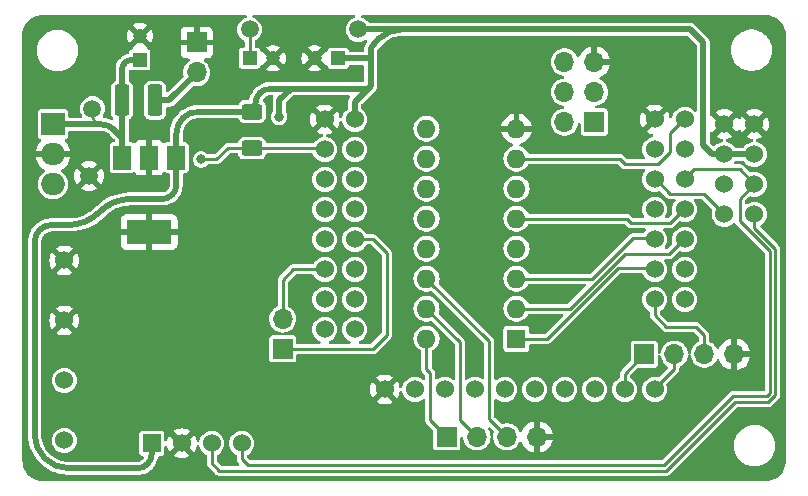
<source format=gbr>
%TF.GenerationSoftware,KiCad,Pcbnew,8.0.4*%
%TF.CreationDate,2024-08-01T03:09:01-04:00*%
%TF.ProjectId,esp32-node-board-40x65_telemetry,65737033-322d-46e6-9f64-652d626f6172,rev?*%
%TF.SameCoordinates,Original*%
%TF.FileFunction,Copper,L2,Bot*%
%TF.FilePolarity,Positive*%
%FSLAX46Y46*%
G04 Gerber Fmt 4.6, Leading zero omitted, Abs format (unit mm)*
G04 Created by KiCad (PCBNEW 8.0.4) date 2024-08-01 03:09:01*
%MOMM*%
%LPD*%
G01*
G04 APERTURE LIST*
G04 Aperture macros list*
%AMRoundRect*
0 Rectangle with rounded corners*
0 $1 Rounding radius*
0 $2 $3 $4 $5 $6 $7 $8 $9 X,Y pos of 4 corners*
0 Add a 4 corners polygon primitive as box body*
4,1,4,$2,$3,$4,$5,$6,$7,$8,$9,$2,$3,0*
0 Add four circle primitives for the rounded corners*
1,1,$1+$1,$2,$3*
1,1,$1+$1,$4,$5*
1,1,$1+$1,$6,$7*
1,1,$1+$1,$8,$9*
0 Add four rect primitives between the rounded corners*
20,1,$1+$1,$2,$3,$4,$5,0*
20,1,$1+$1,$4,$5,$6,$7,0*
20,1,$1+$1,$6,$7,$8,$9,0*
20,1,$1+$1,$8,$9,$2,$3,0*%
G04 Aperture macros list end*
%TA.AperFunction,ComponentPad*%
%ADD10R,1.200000X1.200000*%
%TD*%
%TA.AperFunction,ComponentPad*%
%ADD11C,1.200000*%
%TD*%
%TA.AperFunction,ComponentPad*%
%ADD12C,1.524000*%
%TD*%
%TA.AperFunction,ComponentPad*%
%ADD13R,1.700000X1.700000*%
%TD*%
%TA.AperFunction,ComponentPad*%
%ADD14O,1.700000X1.700000*%
%TD*%
%TA.AperFunction,ComponentPad*%
%ADD15R,1.600000X1.600000*%
%TD*%
%TA.AperFunction,ComponentPad*%
%ADD16O,1.600000X1.600000*%
%TD*%
%TA.AperFunction,ComponentPad*%
%ADD17R,1.524000X1.524000*%
%TD*%
%TA.AperFunction,ComponentPad*%
%ADD18R,2.000000X1.905000*%
%TD*%
%TA.AperFunction,ComponentPad*%
%ADD19O,2.000000X1.905000*%
%TD*%
%TA.AperFunction,SMDPad,CuDef*%
%ADD20C,1.500000*%
%TD*%
%TA.AperFunction,SMDPad,CuDef*%
%ADD21RoundRect,0.250000X-0.625000X0.400000X-0.625000X-0.400000X0.625000X-0.400000X0.625000X0.400000X0*%
%TD*%
%TA.AperFunction,SMDPad,CuDef*%
%ADD22RoundRect,0.250000X-0.375000X-1.075000X0.375000X-1.075000X0.375000X1.075000X-0.375000X1.075000X0*%
%TD*%
%TA.AperFunction,SMDPad,CuDef*%
%ADD23R,1.500000X2.000000*%
%TD*%
%TA.AperFunction,SMDPad,CuDef*%
%ADD24R,3.800000X2.000000*%
%TD*%
%TA.AperFunction,ViaPad*%
%ADD25C,0.800000*%
%TD*%
%TA.AperFunction,Conductor*%
%ADD26C,0.500000*%
%TD*%
%TA.AperFunction,Conductor*%
%ADD27C,0.250000*%
%TD*%
G04 APERTURE END LIST*
D10*
%TO.P,C2,1*%
%TO.N,+3V3*%
X107000000Y-44200000D03*
D11*
%TO.P,C2,2*%
%TO.N,GND*%
X105000000Y-44200000D03*
%TD*%
D12*
%TO.P,J9,1,Pin_1*%
%TO.N,GND*%
X83820000Y-61310000D03*
%TO.P,J9,2,Pin_2*%
X83820000Y-66390000D03*
%TD*%
%TO.P,J1,*%
%TO.N,*%
X105860000Y-67150000D03*
X108400000Y-67150000D03*
%TO.P,J1,1,GND*%
%TO.N,GND*%
X105860000Y-49370000D03*
%TO.P,J1,2,VDD*%
%TO.N,+3V3*%
X108400000Y-49370000D03*
%TO.P,J1,3,EN*%
%TO.N,/EN*%
X105860000Y-51910000D03*
%TO.P,J1,4,SENSOR_VP*%
%TO.N,/GPIO36*%
X108400000Y-51910000D03*
%TO.P,J1,5,SENSOR_VN*%
%TO.N,/GPIO39*%
X105860000Y-54450000D03*
%TO.P,J1,6,IO34*%
%TO.N,/GPIO34*%
X108400000Y-54450000D03*
%TO.P,J1,7,IO35*%
%TO.N,/OUT3*%
X105860000Y-56990000D03*
%TO.P,J1,8,IO32*%
%TO.N,/GPIO32*%
X108400000Y-56990000D03*
%TO.P,J1,9,IO33*%
%TO.N,/GPIO33*%
X105860000Y-59530000D03*
%TO.P,J1,10,IO25*%
%TO.N,/DAC1*%
X108400000Y-59530000D03*
%TO.P,J1,11,IO26*%
%TO.N,/DAC2*%
X105860000Y-62070000D03*
%TO.P,J1,12,IO27*%
%TO.N,/GPIO27*%
X108400000Y-62070000D03*
%TO.P,J1,13,IO14*%
%TO.N,/GPIO14*%
X105860000Y-64610000D03*
%TO.P,J1,14,IO12*%
%TO.N,/OUT2*%
X108400000Y-64610000D03*
%TO.P,J1,15,GND*%
%TO.N,GND*%
X110940000Y-72230000D03*
%TO.P,J1,16,IO13*%
%TO.N,/GPIO13*%
X113480000Y-72230000D03*
%TO.P,J1,17,SD2*%
%TO.N,/SD_DATA2*%
X116020000Y-72230000D03*
%TO.P,J1,18,SD3*%
%TO.N,/SD_DATA3*%
X118560000Y-72230000D03*
%TO.P,J1,19,CMD*%
%TO.N,/SD_CMD*%
X121100000Y-72230000D03*
%TO.P,J1,20,CLK*%
%TO.N,/SD_CLK*%
X123640000Y-72230000D03*
%TO.P,J1,21,SD0*%
%TO.N,/SD_DATA0*%
X126180000Y-72230000D03*
%TO.P,J1,22,SD1*%
%TO.N,/SD_DATA1*%
X128720000Y-72230000D03*
%TO.P,J1,23,IO15*%
%TO.N,/ADC2_CH3*%
X131260000Y-72230000D03*
%TO.P,J1,24,IO2*%
%TO.N,/ADC2_CH2*%
X133800000Y-72230000D03*
%TO.P,J1,25,IO0*%
%TO.N,/BOOT*%
X136340000Y-64610000D03*
%TO.P,J1,26,IO4*%
%TO.N,/ADC2_CH0*%
X133800000Y-64610000D03*
%TO.P,J1,27,IO16*%
%TO.N,/OUT1*%
X136340000Y-62070000D03*
%TO.P,J1,28,IO17*%
%TO.N,/GPIO17*%
X133800000Y-62070000D03*
%TO.P,J1,29,IO5*%
%TO.N,/GPIO5*%
X136340000Y-59530000D03*
%TO.P,J1,30,IO18*%
%TO.N,/GPIO18*%
X133800000Y-59530000D03*
%TO.P,J1,31,IO19*%
%TO.N,/GPIO19*%
X136340000Y-56990000D03*
%TO.P,J1,32*%
%TO.N,N/C*%
X133800000Y-56990000D03*
%TO.P,J1,33,SDA*%
%TO.N,/SDA*%
X136340000Y-54450000D03*
%TO.P,J1,34,RXD0*%
%TO.N,/RXD*%
X133800000Y-54450000D03*
%TO.P,J1,35,TXD0*%
%TO.N,/TXD*%
X136340000Y-51910000D03*
%TO.P,J1,36,SCL*%
%TO.N,/SCL*%
X133800000Y-51910000D03*
%TO.P,J1,37,IO23*%
%TO.N,/GPIO23*%
X136340000Y-49370000D03*
%TO.P,J1,38,GND*%
%TO.N,GND*%
X133800000Y-49370000D03*
%TD*%
D13*
%TO.P,J2,1,Pin_1*%
%TO.N,GND*%
X95025000Y-42850000D03*
D14*
%TO.P,J2,2,Pin_2*%
%TO.N,/VDC*%
X95025000Y-45390000D03*
%TD*%
D13*
%TO.P,J6,1,Pin_1*%
%TO.N,/SOURCE3*%
X116200000Y-76225000D03*
D14*
%TO.P,J6,2,Pin_2*%
%TO.N,/SOURCE4*%
X118740000Y-76225000D03*
%TO.P,J6,3,Pin_3*%
%TO.N,/SOURCE5*%
X121280000Y-76225000D03*
%TO.P,J6,4,Pin_4*%
%TO.N,GND*%
X123820000Y-76225000D03*
%TD*%
D15*
%TO.P,U3,1,I1*%
%TO.N,/GPIO17*%
X122100000Y-67925000D03*
D16*
%TO.P,U3,2,I2*%
%TO.N,/GPIO5*%
X122100000Y-65385000D03*
%TO.P,U3,3,I3*%
%TO.N,/GPIO18*%
X122100000Y-62845000D03*
%TO.P,U3,4,I4*%
%TO.N,/GPIO19*%
X122100000Y-60305000D03*
%TO.P,U3,5,I5*%
X122100000Y-57765000D03*
%TO.P,U3,6,I6*%
%TO.N,/GPIO23*%
X122100000Y-55225000D03*
%TO.P,U3,7,I7*%
X122100000Y-52685000D03*
%TO.P,U3,8,GND*%
%TO.N,GND*%
X122100000Y-50145000D03*
%TO.P,U3,9,COM*%
%TO.N,+5V*%
X114480000Y-50145000D03*
%TO.P,U3,10,O7*%
%TO.N,/SOURCE2*%
X114480000Y-52685000D03*
%TO.P,U3,11,O6*%
X114480000Y-55225000D03*
%TO.P,U3,12,O5*%
%TO.N,/SOURCE1*%
X114480000Y-57765000D03*
%TO.P,U3,13,O4*%
X114480000Y-60305000D03*
%TO.P,U3,14,O3*%
%TO.N,/SOURCE5*%
X114480000Y-62845000D03*
%TO.P,U3,15,O2*%
%TO.N,/SOURCE4*%
X114480000Y-65385000D03*
%TO.P,U3,16,O1*%
%TO.N,/SOURCE3*%
X114480000Y-67925000D03*
%TD*%
D13*
%TO.P,J10,1,Pin_1*%
%TO.N,/ADC2_CH3*%
X132920000Y-69250000D03*
D14*
%TO.P,J10,2,Pin_2*%
%TO.N,/ADC2_CH2*%
X135460000Y-69250000D03*
%TO.P,J10,3,Pin_3*%
%TO.N,/ADC2_CH0*%
X138000000Y-69250000D03*
%TO.P,J10,4,Pin_4*%
%TO.N,GND*%
X140540000Y-69250000D03*
%TD*%
D10*
%TO.P,C3,1*%
%TO.N,+5V*%
X99500000Y-44200000D03*
D11*
%TO.P,C3,2*%
%TO.N,GND*%
X101500000Y-44200000D03*
%TD*%
D13*
%TO.P,J5,1,Pin_1*%
%TO.N,/DAC1*%
X102300000Y-68790000D03*
D14*
%TO.P,J5,2,Pin_2*%
%TO.N,/DAC2*%
X102300000Y-66250000D03*
%TD*%
D13*
%TO.P,J14,1,1*%
%TO.N,/GPIO18*%
X128700000Y-49590000D03*
D14*
%TO.P,J14,2,2*%
%TO.N,/GPIO5*%
X128700000Y-47050000D03*
%TO.P,J14,3,3*%
%TO.N,GND*%
X128700000Y-44510000D03*
%TO.P,J14,4,4*%
%TO.N,/GPIO17*%
X126160000Y-49590000D03*
%TO.P,J14,5,5*%
%TO.N,/GPIO23*%
X126160000Y-47050000D03*
%TO.P,J14,6,6*%
%TO.N,/GPIO19*%
X126160000Y-44510000D03*
%TD*%
D12*
%TO.P,J3,3V3,3V3*%
%TO.N,+3V3*%
X139700000Y-52310000D03*
%TO.P,J3,GND,GND*%
%TO.N,GND*%
X139700000Y-49770000D03*
%TO.P,J3,RXD,RXD*%
%TO.N,/RXD*%
X139700000Y-57390000D03*
%TO.P,J3,TXD,TXD*%
%TO.N,/TXD*%
X139700000Y-54850000D03*
%TD*%
D10*
%TO.P,C1,1*%
%TO.N,/VIN*%
X90200000Y-44300000D03*
D11*
%TO.P,C1,2*%
%TO.N,GND*%
X90200000Y-42300000D03*
%TD*%
D17*
%TO.P,U7,1,VDD*%
%TO.N,+3V3*%
X91220000Y-76800000D03*
D12*
%TO.P,U7,2,GND*%
%TO.N,GND*%
X93760000Y-76800000D03*
%TO.P,U7,3,SCL*%
%TO.N,/SCL*%
X96300000Y-76800000D03*
%TO.P,U7,4,SDA*%
%TO.N,/SDA*%
X98840000Y-76800000D03*
%TD*%
D18*
%TO.P,U4,1,IN*%
%TO.N,/VIN*%
X82855000Y-49770000D03*
D19*
%TO.P,U4,2,GND*%
%TO.N,GND*%
X82855000Y-52310000D03*
%TO.P,U4,3,OUT*%
%TO.N,+5V*%
X82855000Y-54850000D03*
%TD*%
D12*
%TO.P,J4,GND,GND*%
%TO.N,GND*%
X142240000Y-49770000D03*
%TO.P,J4,SCL,SCL*%
%TO.N,/SCL*%
X142240000Y-57390000D03*
%TO.P,J4,SDA,SDA*%
%TO.N,/SDA*%
X142240000Y-54850000D03*
%TO.P,J4,Vcc,VCC*%
%TO.N,+3V3*%
X142240000Y-52310000D03*
%TD*%
%TO.P,J8,1,Pin_1*%
%TO.N,/SOURCE2*%
X83820000Y-71470000D03*
%TO.P,J8,2,Pin_2*%
%TO.N,/SOURCE1*%
X83820000Y-76550000D03*
%TD*%
D20*
%TO.P,TP4,1,1*%
%TO.N,+5V*%
X99500000Y-41750000D03*
%TD*%
%TO.P,TP3,1,1*%
%TO.N,+3V3*%
X108700000Y-41750000D03*
%TD*%
D21*
%TO.P,R1,1*%
%TO.N,+3V3*%
X99700000Y-48700000D03*
%TO.P,R1,2*%
%TO.N,/EN*%
X99700000Y-51800000D03*
%TD*%
D22*
%TO.P,D4,1,K*%
%TO.N,/VIN*%
X88700000Y-47750000D03*
%TO.P,D4,2,A*%
%TO.N,/VDC*%
X91500000Y-47750000D03*
%TD*%
D20*
%TO.P,TP1,1,1*%
%TO.N,/VIN*%
X86200000Y-48450000D03*
%TD*%
%TO.P,TP2,1,1*%
%TO.N,GND*%
X85900000Y-54150000D03*
%TD*%
D23*
%TO.P,U1,1,VI*%
%TO.N,/VIN*%
X88700000Y-52600000D03*
%TO.P,U1,2,GND*%
%TO.N,GND*%
X91000000Y-52600000D03*
D24*
X91000000Y-58900000D03*
D23*
%TO.P,U1,3,VO*%
%TO.N,+3V3*%
X93300000Y-52600000D03*
%TD*%
D25*
%TO.N,+3V3*%
X102000000Y-49150000D03*
%TO.N,/EN*%
X95400000Y-52750000D03*
%TD*%
D26*
%TO.N,+3V3*%
X96075000Y-48700000D02*
X97525000Y-48700000D01*
X108400000Y-49282500D02*
X108400000Y-47850000D01*
X109408578Y-44200000D02*
X107000000Y-44200000D01*
X109500000Y-46750000D02*
X109750000Y-46500000D01*
X81300000Y-75997918D02*
X81300000Y-59751040D01*
X93300000Y-54905025D02*
X93300000Y-52600000D01*
X100000000Y-48700000D02*
X100000000Y-48030330D01*
X137900000Y-51550000D02*
X138660000Y-52310000D01*
X84202081Y-78900000D02*
X89990883Y-78900000D01*
X109750000Y-45000000D02*
X109750000Y-44141421D01*
X103000000Y-46750000D02*
X101280330Y-46750000D01*
X109750000Y-43858578D02*
X109750000Y-44141421D01*
X138660000Y-52310000D02*
X139700000Y-52310000D01*
X139700000Y-52310000D02*
X142240000Y-52310000D01*
X129100000Y-41750000D02*
X136800000Y-41750000D01*
X112310660Y-41750000D02*
X129100000Y-41750000D01*
X103000000Y-46750000D02*
X109500000Y-46750000D01*
X137900000Y-42850000D02*
X137900000Y-51550000D01*
X91220000Y-77670883D02*
X91220000Y-76800000D01*
X89455634Y-56100000D02*
X92105025Y-56100000D01*
X96075000Y-48700000D02*
X95177817Y-48700000D01*
X136800000Y-41750000D02*
X137900000Y-42850000D01*
X108400000Y-47850000D02*
X109750000Y-46500000D01*
X109750000Y-46500000D02*
X109750000Y-45000000D01*
X110015165Y-42984834D02*
X110500000Y-42500000D01*
X102000000Y-47750000D02*
X103000000Y-46750000D01*
X109750000Y-43858578D02*
X109750000Y-43625000D01*
X93300000Y-52600000D02*
X93300000Y-50577817D01*
X82751040Y-58300000D02*
X84144365Y-58300000D01*
X102000000Y-49150000D02*
X102000000Y-47750000D01*
X129300000Y-41750000D02*
X129100000Y-41750000D01*
X108700000Y-41750000D02*
X112310660Y-41750000D01*
X100000000Y-48700000D02*
X97525000Y-48700000D01*
X93300000Y-54905025D02*
G75*
G02*
X92949993Y-55749993I-1195000J25D01*
G01*
X86800000Y-57200000D02*
G75*
G02*
X84144365Y-58299986I-2655600J2655600D01*
G01*
X89455634Y-56100000D02*
G75*
G03*
X86799990Y-57199990I-34J-3755600D01*
G01*
X82751040Y-58300000D02*
G75*
G03*
X81724988Y-58724988I-40J-1451000D01*
G01*
X92950000Y-55750000D02*
G75*
G02*
X92105025Y-56100010I-845000J845000D01*
G01*
X109750000Y-43625000D02*
G75*
G02*
X110015172Y-42984841I905300J0D01*
G01*
X95177817Y-48700000D02*
G75*
G03*
X93849995Y-49249995I-17J-1877800D01*
G01*
X82150000Y-78050000D02*
G75*
G03*
X84202081Y-78900008I2052100J2052100D01*
G01*
X109750000Y-44141421D02*
G75*
G03*
X109649964Y-44099964I-58600J21D01*
G01*
X93850000Y-49250000D02*
G75*
G03*
X93300007Y-50577817I1327800J-1327800D01*
G01*
X90860000Y-78540000D02*
G75*
G02*
X89990883Y-78899993I-869100J869100D01*
G01*
X109650000Y-44100000D02*
G75*
G02*
X109408578Y-44199991I-241400J241400D01*
G01*
X81725000Y-58725000D02*
G75*
G03*
X81300017Y-59751040I1026000J-1026000D01*
G01*
X101280330Y-46750000D02*
G75*
G03*
X100374991Y-47124991I-30J-1280300D01*
G01*
X91220000Y-77670883D02*
G75*
G02*
X90860005Y-78540005I-1229100J-17D01*
G01*
X110500000Y-42500000D02*
G75*
G02*
X112310660Y-41749954I1810700J-1810600D01*
G01*
X109650000Y-44100000D02*
G75*
G03*
X109749991Y-43858578I-241400J241400D01*
G01*
X100375000Y-47125000D02*
G75*
G03*
X100000012Y-48030330I905300J-905300D01*
G01*
X81300000Y-75997918D02*
G75*
G03*
X82150005Y-78049995I2902100J18D01*
G01*
D27*
%TO.N,+5V*%
X99500000Y-42250000D02*
X99500000Y-44200000D01*
%TO.N,/RXD*%
X137960000Y-55650000D02*
X139700000Y-57390000D01*
X133800000Y-54362500D02*
X135087500Y-55650000D01*
X135087500Y-55650000D02*
X137960000Y-55650000D01*
%TO.N,/SDA*%
X98840000Y-76800000D02*
X98840000Y-78090000D01*
X141000000Y-57950000D02*
X141000000Y-56090000D01*
X140990501Y-53600501D02*
X142240000Y-54850000D01*
X136340000Y-54362500D02*
X137101999Y-53600501D01*
X143281802Y-72781802D02*
X143550000Y-72513604D01*
X99400000Y-78650000D02*
X130700000Y-78650000D01*
X130700000Y-78650000D02*
X134550000Y-78650000D01*
X143550000Y-72513604D02*
X143550000Y-60500000D01*
X143550000Y-60500000D02*
X141000000Y-57950000D01*
X140418198Y-72781802D02*
X143281802Y-72781802D01*
X98840000Y-78090000D02*
X99400000Y-78650000D01*
X141000000Y-56090000D02*
X142240000Y-54850000D01*
X137101999Y-53600501D02*
X140990501Y-53600501D01*
X134550000Y-78650000D02*
X140418198Y-72781802D01*
%TO.N,/SCL*%
X142240000Y-58553604D02*
X142240000Y-57390000D01*
X144000000Y-72700000D02*
X144000000Y-60313604D01*
X134800000Y-79100000D02*
X140600000Y-73300000D01*
X140600000Y-73300000D02*
X143400000Y-73300000D01*
X96300000Y-76800000D02*
X96300000Y-78450000D01*
X143400000Y-73300000D02*
X144000000Y-72700000D01*
X96300000Y-78450000D02*
X96950000Y-79100000D01*
X144000000Y-60313604D02*
X142240000Y-58553604D01*
X96950000Y-79100000D02*
X134800000Y-79100000D01*
%TO.N,/EN*%
X95400000Y-52750000D02*
X96700000Y-52750000D01*
X101400000Y-51800000D02*
X101450000Y-51800000D01*
X105860000Y-51822500D02*
X101422500Y-51822500D01*
X99700000Y-51800000D02*
X101400000Y-51800000D01*
X97650000Y-51800000D02*
X99700000Y-51800000D01*
X101422500Y-51822500D02*
X101400000Y-51800000D01*
X96700000Y-52750000D02*
X97650000Y-51800000D01*
%TO.N,/SOURCE3*%
X114480000Y-67925000D02*
X114480000Y-70530000D01*
X114480000Y-70530000D02*
X114800000Y-70850000D01*
X114800000Y-70850000D02*
X114800000Y-74825000D01*
X114800000Y-74825000D02*
X116200000Y-76225000D01*
D26*
%TO.N,/VDC*%
X95025000Y-45425000D02*
X92700000Y-47750000D01*
X92700000Y-47750000D02*
X91500000Y-47750000D01*
X95025000Y-45390000D02*
X95025000Y-45425000D01*
D27*
%TO.N,/DAC1*%
X102300000Y-68790000D02*
X109960000Y-68790000D01*
X109960000Y-68790000D02*
X111100000Y-67650000D01*
X111100000Y-67650000D02*
X111100000Y-60650000D01*
X111100000Y-60650000D02*
X109980000Y-59530000D01*
X109980000Y-59530000D02*
X108400000Y-59530000D01*
%TO.N,/DAC2*%
X103180000Y-62070000D02*
X105860000Y-62070000D01*
X102300000Y-66250000D02*
X102300000Y-62950000D01*
X102300000Y-62950000D02*
X103180000Y-62070000D01*
%TO.N,/GPIO19*%
X131800000Y-58150000D02*
X131415000Y-57765000D01*
X136340000Y-56902500D02*
X135092500Y-58150000D01*
X131415000Y-57765000D02*
X122100000Y-57765000D01*
X135092500Y-58150000D02*
X131800000Y-58150000D01*
%TO.N,/GPIO17*%
X124725000Y-67925000D02*
X130667500Y-61982500D01*
X122100000Y-67925000D02*
X124725000Y-67925000D01*
X130667500Y-61982500D02*
X133800000Y-61982500D01*
%TO.N,/GPIO5*%
X126628604Y-65385000D02*
X122100000Y-65385000D01*
X131263604Y-60750000D02*
X126628604Y-65385000D01*
X136340000Y-59442500D02*
X135032500Y-60750000D01*
X135032500Y-60750000D02*
X131263604Y-60750000D01*
%TO.N,/GPIO18*%
X128532208Y-62845000D02*
X131934708Y-59442500D01*
X131934708Y-59442500D02*
X133800000Y-59442500D01*
X122100000Y-62845000D02*
X128532208Y-62845000D01*
%TO.N,/ADC2_CH3*%
X131260000Y-70910000D02*
X132920000Y-69250000D01*
X131260000Y-72142500D02*
X131260000Y-70910000D01*
%TO.N,/ADC2_CH0*%
X137300000Y-66950000D02*
X134800000Y-66950000D01*
X138000000Y-69250000D02*
X138000000Y-67650000D01*
X138000000Y-67650000D02*
X137300000Y-66950000D01*
X134800000Y-66950000D02*
X133800000Y-65950000D01*
X133800000Y-65950000D02*
X133800000Y-64522500D01*
%TO.N,/GPIO23*%
X134100000Y-53150000D02*
X131300000Y-53150000D01*
X135100000Y-52150000D02*
X134100000Y-53150000D01*
X130835000Y-52685000D02*
X122100000Y-52685000D01*
X136340000Y-49282500D02*
X135100000Y-50522500D01*
X135100000Y-50522500D02*
X135100000Y-52150000D01*
X131300000Y-53150000D02*
X130835000Y-52685000D01*
%TO.N,/ADC2_CH2*%
X135460000Y-70482500D02*
X133800000Y-72142500D01*
X135460000Y-69250000D02*
X135460000Y-70482500D01*
%TO.N,/SOURCE4*%
X114480000Y-65385000D02*
X117300000Y-68205000D01*
X117300000Y-74785000D02*
X118740000Y-76225000D01*
X117300000Y-68205000D02*
X117300000Y-74785000D01*
%TO.N,/SOURCE5*%
X119800000Y-74745000D02*
X121280000Y-76225000D01*
X119800000Y-68165000D02*
X119800000Y-74745000D01*
X114480000Y-62845000D02*
X119800000Y-68165000D01*
D26*
%TO.N,/VIN*%
X88700000Y-50546446D02*
X88700000Y-51253553D01*
X88700000Y-45153553D02*
X88700000Y-47400000D01*
D27*
X86200000Y-49110000D02*
X86200000Y-48450000D01*
D26*
X88450000Y-50650000D02*
X88200000Y-50400000D01*
X88700000Y-50546446D02*
X88700000Y-47400000D01*
X88450000Y-50650000D02*
X88054368Y-50254368D01*
X89553553Y-44300000D02*
X90200000Y-44300000D01*
X88700000Y-51253553D02*
X88700000Y-52600000D01*
X86860000Y-49770000D02*
X85540000Y-49770000D01*
X86885000Y-49770000D02*
X86860000Y-49770000D01*
X85540000Y-49770000D02*
X82855000Y-49770000D01*
X89553553Y-44300000D02*
G75*
G03*
X88949984Y-44549984I-53J-853500D01*
G01*
D27*
X86200000Y-49110000D02*
G75*
G03*
X86860000Y-49770000I660000J0D01*
G01*
D26*
X88700000Y-51253553D02*
G75*
G03*
X88449986Y-50650014I-853600J-47D01*
G01*
X88450000Y-50650000D02*
X88450000Y-50650000D01*
X88450000Y-50650000D02*
G75*
G03*
X88700113Y-50546446I103600J103600D01*
G01*
X88054368Y-50254368D02*
G75*
G03*
X86885000Y-49769989I-1169368J-1169332D01*
G01*
X88950000Y-44550000D02*
G75*
G03*
X88700022Y-45153553I603500J-603500D01*
G01*
%TD*%
%TA.AperFunction,Conductor*%
%TO.N,GND*%
G36*
X99151142Y-40504484D02*
G01*
X99218177Y-40524184D01*
X99263919Y-40576999D01*
X99273847Y-40646160D01*
X99244807Y-40709709D01*
X99187108Y-40747144D01*
X99096050Y-40774767D01*
X99096043Y-40774769D01*
X99053046Y-40797752D01*
X98913550Y-40872315D01*
X98913548Y-40872316D01*
X98913547Y-40872317D01*
X98753589Y-41003589D01*
X98622317Y-41163547D01*
X98524769Y-41346043D01*
X98464699Y-41544067D01*
X98444417Y-41750000D01*
X98464699Y-41955932D01*
X98484269Y-42020444D01*
X98524768Y-42153954D01*
X98622315Y-42336450D01*
X98627968Y-42343338D01*
X98753589Y-42496410D01*
X98884864Y-42604143D01*
X98913546Y-42627682D01*
X98913549Y-42627684D01*
X98913551Y-42627686D01*
X98949347Y-42646819D01*
X99008953Y-42678679D01*
X99058797Y-42727640D01*
X99074500Y-42788037D01*
X99074500Y-43175500D01*
X99054815Y-43242539D01*
X99002011Y-43288294D01*
X98950501Y-43299500D01*
X98855143Y-43299500D01*
X98855118Y-43299502D01*
X98830011Y-43302414D01*
X98830008Y-43302415D01*
X98727235Y-43347793D01*
X98647794Y-43427234D01*
X98602415Y-43530006D01*
X98602415Y-43530008D01*
X98599500Y-43555131D01*
X98599500Y-44844856D01*
X98599502Y-44844882D01*
X98602413Y-44869987D01*
X98602415Y-44869991D01*
X98647793Y-44972764D01*
X98647794Y-44972765D01*
X98727235Y-45052206D01*
X98830009Y-45097585D01*
X98855135Y-45100500D01*
X100144864Y-45100499D01*
X100144879Y-45100497D01*
X100144882Y-45100497D01*
X100169987Y-45097586D01*
X100169988Y-45097585D01*
X100169991Y-45097585D01*
X100272765Y-45052206D01*
X100352206Y-44972765D01*
X100397585Y-44869991D01*
X100397584Y-44869991D01*
X100401353Y-44861458D01*
X100403184Y-44862266D01*
X100433495Y-44812954D01*
X100496455Y-44782659D01*
X100525152Y-44781316D01*
X100562533Y-44783911D01*
X101146446Y-44200000D01*
X101106950Y-44160504D01*
X101200000Y-44160504D01*
X101200000Y-44239496D01*
X101220444Y-44315796D01*
X101259940Y-44384205D01*
X101315795Y-44440060D01*
X101384204Y-44479556D01*
X101460504Y-44500000D01*
X101539496Y-44500000D01*
X101615796Y-44479556D01*
X101684205Y-44440060D01*
X101740060Y-44384205D01*
X101779556Y-44315796D01*
X101800000Y-44239496D01*
X101800000Y-44200000D01*
X101853553Y-44200000D01*
X102437465Y-44783912D01*
X102439247Y-44781553D01*
X102439248Y-44781551D01*
X102530113Y-44599069D01*
X102530116Y-44599063D01*
X102585902Y-44402992D01*
X102585903Y-44402989D01*
X102604713Y-44200000D01*
X102604713Y-44199999D01*
X103895287Y-44199999D01*
X103895287Y-44200000D01*
X103914096Y-44402989D01*
X103914097Y-44402992D01*
X103969883Y-44599063D01*
X103969886Y-44599069D01*
X104060751Y-44781551D01*
X104062533Y-44783911D01*
X104646446Y-44200000D01*
X104606950Y-44160504D01*
X104700000Y-44160504D01*
X104700000Y-44239496D01*
X104720444Y-44315796D01*
X104759940Y-44384205D01*
X104815795Y-44440060D01*
X104884204Y-44479556D01*
X104960504Y-44500000D01*
X105039496Y-44500000D01*
X105115796Y-44479556D01*
X105184205Y-44440060D01*
X105240060Y-44384205D01*
X105279556Y-44315796D01*
X105300000Y-44239496D01*
X105300000Y-44160504D01*
X105279556Y-44084204D01*
X105240060Y-44015795D01*
X105184205Y-43959940D01*
X105115796Y-43920444D01*
X105039496Y-43900000D01*
X104960504Y-43900000D01*
X104884204Y-43920444D01*
X104815795Y-43959940D01*
X104759940Y-44015795D01*
X104720444Y-44084204D01*
X104700000Y-44160504D01*
X104606950Y-44160504D01*
X104062533Y-43616087D01*
X104060755Y-43618442D01*
X104060754Y-43618443D01*
X103969886Y-43800930D01*
X103969883Y-43800936D01*
X103914097Y-43997007D01*
X103914096Y-43997010D01*
X103895287Y-44199999D01*
X102604713Y-44199999D01*
X102585903Y-43997010D01*
X102585902Y-43997007D01*
X102530116Y-43800936D01*
X102530113Y-43800930D01*
X102439249Y-43618449D01*
X102439247Y-43618447D01*
X102437465Y-43616087D01*
X101853553Y-44200000D01*
X101800000Y-44200000D01*
X101800000Y-44160504D01*
X101779556Y-44084204D01*
X101740060Y-44015795D01*
X101684205Y-43959940D01*
X101615796Y-43920444D01*
X101539496Y-43900000D01*
X101460504Y-43900000D01*
X101384204Y-43920444D01*
X101315795Y-43959940D01*
X101259940Y-44015795D01*
X101220444Y-44084204D01*
X101200000Y-44160504D01*
X101106950Y-44160504D01*
X100562532Y-43616086D01*
X100525164Y-43618685D01*
X100456921Y-43603698D01*
X100407613Y-43554195D01*
X100401098Y-43537965D01*
X100352206Y-43427235D01*
X100272765Y-43347794D01*
X100169992Y-43302415D01*
X100144868Y-43299500D01*
X100144865Y-43299500D01*
X100049500Y-43299500D01*
X99982461Y-43279815D01*
X99970281Y-43265758D01*
X100919311Y-43265758D01*
X101500000Y-43846446D01*
X101500001Y-43846446D01*
X102080687Y-43265758D01*
X104419311Y-43265758D01*
X105000000Y-43846446D01*
X105000001Y-43846446D01*
X105580687Y-43265758D01*
X105492413Y-43211101D01*
X105492411Y-43211100D01*
X105302321Y-43137460D01*
X105101928Y-43100000D01*
X104898072Y-43100000D01*
X104697678Y-43137460D01*
X104507588Y-43211100D01*
X104507581Y-43211104D01*
X104419312Y-43265757D01*
X104419311Y-43265758D01*
X102080687Y-43265758D01*
X101992413Y-43211101D01*
X101992411Y-43211100D01*
X101802321Y-43137460D01*
X101601928Y-43100000D01*
X101398072Y-43100000D01*
X101197678Y-43137460D01*
X101007588Y-43211100D01*
X101007581Y-43211104D01*
X100919312Y-43265757D01*
X100919311Y-43265758D01*
X99970281Y-43265758D01*
X99936706Y-43227011D01*
X99925500Y-43175500D01*
X99925500Y-42788037D01*
X99945185Y-42720998D01*
X99991046Y-42678679D01*
X100086450Y-42627685D01*
X100246410Y-42496410D01*
X100377685Y-42336450D01*
X100475232Y-42153954D01*
X100535300Y-41955934D01*
X100555583Y-41750000D01*
X100535300Y-41544066D01*
X100475232Y-41346046D01*
X100377685Y-41163550D01*
X100312075Y-41083603D01*
X100246410Y-41003589D01*
X100086452Y-40872317D01*
X100086453Y-40872317D01*
X100086450Y-40872315D01*
X99903954Y-40774768D01*
X99813425Y-40747306D01*
X99754987Y-40709009D01*
X99726531Y-40645197D01*
X99737091Y-40576130D01*
X99783315Y-40523736D01*
X99849448Y-40504646D01*
X108344104Y-40506619D01*
X108411137Y-40526319D01*
X108456879Y-40579134D01*
X108466807Y-40648295D01*
X108437767Y-40711843D01*
X108380069Y-40749279D01*
X108296046Y-40774767D01*
X108165358Y-40844622D01*
X108113550Y-40872315D01*
X108113548Y-40872316D01*
X108113547Y-40872317D01*
X107953589Y-41003589D01*
X107822317Y-41163547D01*
X107724769Y-41346043D01*
X107664699Y-41544067D01*
X107644417Y-41750000D01*
X107664699Y-41955932D01*
X107684269Y-42020444D01*
X107724768Y-42153954D01*
X107822315Y-42336450D01*
X107827968Y-42343338D01*
X107953589Y-42496410D01*
X108025448Y-42555382D01*
X108113550Y-42627685D01*
X108296046Y-42725232D01*
X108494066Y-42785300D01*
X108494065Y-42785300D01*
X108512529Y-42787118D01*
X108700000Y-42805583D01*
X108905934Y-42785300D01*
X109103954Y-42725232D01*
X109286450Y-42627685D01*
X109286453Y-42627682D01*
X109287217Y-42627274D01*
X109355620Y-42613032D01*
X109420864Y-42638031D01*
X109462235Y-42694336D01*
X109466597Y-42764069D01*
X109444049Y-42812115D01*
X109442269Y-42814433D01*
X109346841Y-42979713D01*
X109346840Y-42979715D01*
X109273805Y-43156031D01*
X109224411Y-43340369D01*
X109224410Y-43340376D01*
X109199499Y-43529583D01*
X109199235Y-43533614D01*
X109175206Y-43599222D01*
X109119521Y-43641423D01*
X109075501Y-43649500D01*
X108021893Y-43649500D01*
X107954854Y-43629815D01*
X107909099Y-43577011D01*
X107898718Y-43539783D01*
X107897585Y-43530009D01*
X107852206Y-43427235D01*
X107772765Y-43347794D01*
X107746958Y-43336399D01*
X107669992Y-43302415D01*
X107644865Y-43299500D01*
X106355143Y-43299500D01*
X106355117Y-43299502D01*
X106330012Y-43302413D01*
X106330008Y-43302415D01*
X106227235Y-43347793D01*
X106147794Y-43427234D01*
X106098647Y-43538542D01*
X106096819Y-43537734D01*
X106066481Y-43587065D01*
X106003512Y-43617343D01*
X105974852Y-43618681D01*
X105937466Y-43616086D01*
X105353553Y-44200000D01*
X105937465Y-44783912D01*
X105974865Y-44781320D01*
X106043105Y-44796322D01*
X106092401Y-44845836D01*
X106098912Y-44862059D01*
X106147793Y-44972764D01*
X106147794Y-44972765D01*
X106227235Y-45052206D01*
X106330009Y-45097585D01*
X106355135Y-45100500D01*
X107644864Y-45100499D01*
X107644879Y-45100497D01*
X107644882Y-45100497D01*
X107669987Y-45097586D01*
X107669988Y-45097585D01*
X107669991Y-45097585D01*
X107772765Y-45052206D01*
X107852206Y-44972765D01*
X107897585Y-44869991D01*
X107898720Y-44860208D01*
X107926001Y-44795884D01*
X107983727Y-44756520D01*
X108021894Y-44750500D01*
X109075500Y-44750500D01*
X109142539Y-44770185D01*
X109188294Y-44822989D01*
X109199500Y-44874500D01*
X109199500Y-46075500D01*
X109179815Y-46142539D01*
X109127011Y-46188294D01*
X109075500Y-46199500D01*
X101200506Y-46199500D01*
X101200323Y-46199511D01*
X101160343Y-46199511D01*
X101024373Y-46217408D01*
X100922393Y-46230832D01*
X100922389Y-46230833D01*
X100690579Y-46292942D01*
X100468844Y-46384785D01*
X100468840Y-46384787D01*
X100260994Y-46504784D01*
X100070588Y-46650887D01*
X100070582Y-46650893D01*
X100033005Y-46688469D01*
X100033003Y-46688473D01*
X100022066Y-46699410D01*
X100022028Y-46699430D01*
X99900873Y-46820584D01*
X99804170Y-46946613D01*
X99754773Y-47010989D01*
X99634775Y-47218837D01*
X99553649Y-47414700D01*
X99542930Y-47440578D01*
X99484785Y-47657592D01*
X99448421Y-47717253D01*
X99385575Y-47747783D01*
X99365010Y-47749500D01*
X99031898Y-47749500D01*
X98992853Y-47754188D01*
X98943438Y-47760122D01*
X98802656Y-47815639D01*
X98682077Y-47907077D01*
X98590638Y-48027658D01*
X98590637Y-48027660D01*
X98573550Y-48070990D01*
X98530644Y-48126134D01*
X98464736Y-48149327D01*
X98458196Y-48149500D01*
X95097795Y-48149500D01*
X95097681Y-48149507D01*
X95041441Y-48149507D01*
X94770438Y-48180039D01*
X94770418Y-48180042D01*
X94504522Y-48240730D01*
X94504516Y-48240732D01*
X94247076Y-48330812D01*
X94247072Y-48330814D01*
X94001350Y-48449146D01*
X93770412Y-48594253D01*
X93557169Y-48764308D01*
X93508003Y-48813473D01*
X93497062Y-48824414D01*
X93497042Y-48824424D01*
X93364294Y-48957171D01*
X93194252Y-49170398D01*
X93194246Y-49170407D01*
X93049144Y-49401339D01*
X93049139Y-49401347D01*
X92930806Y-49647069D01*
X92930804Y-49647072D01*
X92840724Y-49904514D01*
X92840721Y-49904523D01*
X92780036Y-50170413D01*
X92780032Y-50170435D01*
X92749499Y-50441444D01*
X92749499Y-50441447D01*
X92749500Y-50509991D01*
X92749500Y-51175500D01*
X92729815Y-51242539D01*
X92677011Y-51288294D01*
X92625501Y-51299500D01*
X92505142Y-51299500D01*
X92505119Y-51299502D01*
X92480011Y-51302414D01*
X92480008Y-51302415D01*
X92377236Y-51347793D01*
X92368931Y-51356098D01*
X92307606Y-51389581D01*
X92237915Y-51384594D01*
X92181986Y-51342726D01*
X92107187Y-51242809D01*
X91992093Y-51156649D01*
X91992086Y-51156645D01*
X91857379Y-51106403D01*
X91857372Y-51106401D01*
X91797844Y-51100000D01*
X91250000Y-51100000D01*
X91250000Y-54100000D01*
X91797828Y-54100000D01*
X91797844Y-54099999D01*
X91857372Y-54093598D01*
X91857379Y-54093596D01*
X91992086Y-54043354D01*
X91992093Y-54043350D01*
X92107186Y-53957190D01*
X92181985Y-53857274D01*
X92237919Y-53815403D01*
X92307611Y-53810419D01*
X92368933Y-53843904D01*
X92377235Y-53852206D01*
X92480009Y-53897585D01*
X92505135Y-53900500D01*
X92625500Y-53900499D01*
X92692539Y-53920183D01*
X92738294Y-53972987D01*
X92749500Y-54024499D01*
X92749500Y-54898917D01*
X92748903Y-54911074D01*
X92738311Y-55018594D01*
X92733568Y-55042434D01*
X92703983Y-55139958D01*
X92694680Y-55162416D01*
X92646635Y-55252298D01*
X92633131Y-55272508D01*
X92568443Y-55351330D01*
X92551255Y-55368518D01*
X92472514Y-55433140D01*
X92452303Y-55446645D01*
X92362419Y-55494690D01*
X92339962Y-55503992D01*
X92242436Y-55533578D01*
X92218595Y-55538321D01*
X92111175Y-55548903D01*
X92099019Y-55549500D01*
X89375535Y-55549500D01*
X89375310Y-55549514D01*
X89267623Y-55549514D01*
X88893039Y-55582283D01*
X88893034Y-55582283D01*
X88522741Y-55647574D01*
X88522719Y-55647579D01*
X88159537Y-55744890D01*
X88159532Y-55744891D01*
X87806184Y-55873497D01*
X87806176Y-55873500D01*
X87465409Y-56032401D01*
X87465385Y-56032413D01*
X87139755Y-56220414D01*
X87139740Y-56220423D01*
X86831724Y-56436099D01*
X86543677Y-56677797D01*
X86412921Y-56808554D01*
X86408514Y-56812751D01*
X86182190Y-57017880D01*
X86172783Y-57025600D01*
X85960312Y-57183179D01*
X85929940Y-57205704D01*
X85919821Y-57212465D01*
X85660479Y-57367907D01*
X85649747Y-57373643D01*
X85376429Y-57502911D01*
X85365187Y-57507568D01*
X85080500Y-57609430D01*
X85068855Y-57612962D01*
X84775567Y-57686425D01*
X84763631Y-57688799D01*
X84464556Y-57733159D01*
X84452447Y-57734352D01*
X84217517Y-57745892D01*
X84147094Y-57749351D01*
X84141018Y-57749500D01*
X82670693Y-57749500D01*
X82670462Y-57749514D01*
X82638655Y-57749514D01*
X82638654Y-57749514D01*
X82638650Y-57749514D01*
X82415254Y-57774679D01*
X82415250Y-57774679D01*
X82415249Y-57774680D01*
X82415237Y-57774682D01*
X82196084Y-57824698D01*
X82196067Y-57824703D01*
X81983892Y-57898942D01*
X81983885Y-57898945D01*
X81781334Y-57996485D01*
X81781334Y-57996486D01*
X81590989Y-58116086D01*
X81590969Y-58116100D01*
X81415222Y-58256252D01*
X81415218Y-58256256D01*
X81372068Y-58299407D01*
X81372017Y-58299434D01*
X81256236Y-58415215D01*
X81116086Y-58590959D01*
X81116072Y-58590979D01*
X80996471Y-58781326D01*
X80898928Y-58983883D01*
X80824685Y-59196066D01*
X80789279Y-59351206D01*
X80774662Y-59415251D01*
X80758310Y-59560418D01*
X80749497Y-59638651D01*
X80749500Y-59738286D01*
X80749500Y-75946551D01*
X80749493Y-75946574D01*
X80749493Y-76167531D01*
X80782746Y-76505131D01*
X80782748Y-76505143D01*
X80806610Y-76625099D01*
X80848928Y-76837841D01*
X80863316Y-76885272D01*
X80947403Y-77162467D01*
X81059633Y-77433411D01*
X81077220Y-77475869D01*
X81219623Y-77742285D01*
X81237130Y-77775037D01*
X81237136Y-77775047D01*
X81425592Y-78057090D01*
X81425602Y-78057104D01*
X81640461Y-78318911D01*
X81640803Y-78319327D01*
X81760738Y-78439262D01*
X81760739Y-78439263D01*
X81813327Y-78491852D01*
X81813420Y-78491934D01*
X81880678Y-78559192D01*
X82142905Y-78774396D01*
X82424962Y-78962862D01*
X82424971Y-78962867D01*
X82424973Y-78962868D01*
X82724126Y-79122769D01*
X82724128Y-79122769D01*
X82724134Y-79122773D01*
X82883393Y-79188741D01*
X83037533Y-79252589D01*
X83037537Y-79252590D01*
X83037539Y-79252591D01*
X83362160Y-79351065D01*
X83694869Y-79417247D01*
X84032463Y-79450499D01*
X84115164Y-79450499D01*
X84115172Y-79450500D01*
X84129606Y-79450500D01*
X90072490Y-79450500D01*
X90072578Y-79450493D01*
X90107518Y-79450494D01*
X90261711Y-79430196D01*
X90338802Y-79420048D01*
X90338803Y-79420047D01*
X90338808Y-79420047D01*
X90564145Y-79359670D01*
X90564157Y-79359664D01*
X90564160Y-79359664D01*
X90779663Y-79270401D01*
X90779661Y-79270401D01*
X90779673Y-79270397D01*
X90981705Y-79153755D01*
X91166783Y-79011741D01*
X91212937Y-78965587D01*
X91212956Y-78965576D01*
X91249266Y-78929266D01*
X91249267Y-78929267D01*
X91331746Y-78846788D01*
X91473761Y-78661709D01*
X91590404Y-78459676D01*
X91679677Y-78244147D01*
X91740054Y-78018809D01*
X91746437Y-77970314D01*
X91774703Y-77906419D01*
X91833026Y-77867947D01*
X91869377Y-77862499D01*
X92026856Y-77862499D01*
X92026864Y-77862499D01*
X92026879Y-77862497D01*
X92026882Y-77862497D01*
X92051987Y-77859586D01*
X92051988Y-77859585D01*
X92051991Y-77859585D01*
X92154765Y-77814206D01*
X92234206Y-77734765D01*
X92279585Y-77631991D01*
X92282500Y-77606865D01*
X92282499Y-77103758D01*
X92302183Y-77036722D01*
X92354987Y-76990967D01*
X92424146Y-76981023D01*
X92487702Y-77010048D01*
X92525476Y-77068826D01*
X92526274Y-77071667D01*
X92569576Y-77233272D01*
X92569580Y-77233284D01*
X92662898Y-77433405D01*
X92662901Y-77433411D01*
X92708258Y-77498187D01*
X92708259Y-77498188D01*
X93379000Y-76827447D01*
X93379000Y-76850160D01*
X93404964Y-76947061D01*
X93455124Y-77033940D01*
X93526060Y-77104876D01*
X93612939Y-77155036D01*
X93709840Y-77181000D01*
X93732553Y-77181000D01*
X93061810Y-77851740D01*
X93126590Y-77897099D01*
X93126592Y-77897100D01*
X93326715Y-77990419D01*
X93326729Y-77990424D01*
X93540013Y-78047573D01*
X93540023Y-78047575D01*
X93759999Y-78066821D01*
X93760001Y-78066821D01*
X93979976Y-78047575D01*
X93979986Y-78047573D01*
X94193270Y-77990424D01*
X94193284Y-77990419D01*
X94393407Y-77897100D01*
X94393417Y-77897094D01*
X94458188Y-77851741D01*
X93787448Y-77181000D01*
X93810160Y-77181000D01*
X93907061Y-77155036D01*
X93993940Y-77104876D01*
X94064876Y-77033940D01*
X94115036Y-76947061D01*
X94141000Y-76850160D01*
X94141000Y-76827447D01*
X94811741Y-77498188D01*
X94857094Y-77433417D01*
X94857100Y-77433407D01*
X94950419Y-77233284D01*
X94950424Y-77233270D01*
X95007573Y-77019986D01*
X95008514Y-77014652D01*
X95009771Y-77014873D01*
X95032956Y-76955571D01*
X95089539Y-76914581D01*
X95159300Y-76910690D01*
X95220091Y-76945132D01*
X95250355Y-77002684D01*
X95251105Y-77002457D01*
X95252290Y-77006363D01*
X95252610Y-77006972D01*
X95252661Y-77007223D01*
X95252871Y-77008279D01*
X95252873Y-77008284D01*
X95252873Y-77008286D01*
X95313628Y-77208569D01*
X95402854Y-77375499D01*
X95412291Y-77393153D01*
X95545063Y-77554936D01*
X95706848Y-77687710D01*
X95706851Y-77687712D01*
X95744927Y-77708063D01*
X95808953Y-77742286D01*
X95858797Y-77791247D01*
X95874500Y-77851644D01*
X95874500Y-78393982D01*
X95874500Y-78506018D01*
X95903497Y-78614237D01*
X95959515Y-78711263D01*
X96609515Y-79361263D01*
X96688737Y-79440485D01*
X96785763Y-79496503D01*
X96893982Y-79525500D01*
X96893984Y-79525500D01*
X134856016Y-79525500D01*
X134856018Y-79525500D01*
X134964237Y-79496503D01*
X135061263Y-79440485D01*
X137616490Y-76885258D01*
X140499500Y-76885258D01*
X140499500Y-77114741D01*
X140519034Y-77263105D01*
X140529452Y-77342238D01*
X140586444Y-77554936D01*
X140588842Y-77563887D01*
X140676650Y-77775876D01*
X140676657Y-77775890D01*
X140791392Y-77974617D01*
X140931081Y-78156661D01*
X140931089Y-78156670D01*
X141093330Y-78318911D01*
X141093338Y-78318918D01*
X141093339Y-78318919D01*
X141093871Y-78319327D01*
X141275382Y-78458607D01*
X141275385Y-78458608D01*
X141275388Y-78458611D01*
X141474112Y-78573344D01*
X141474117Y-78573346D01*
X141474123Y-78573349D01*
X141523579Y-78593834D01*
X141686113Y-78661158D01*
X141907762Y-78720548D01*
X142135266Y-78750500D01*
X142135273Y-78750500D01*
X142364727Y-78750500D01*
X142364734Y-78750500D01*
X142592238Y-78720548D01*
X142813887Y-78661158D01*
X143025888Y-78573344D01*
X143224612Y-78458611D01*
X143406661Y-78318919D01*
X143406665Y-78318914D01*
X143406670Y-78318911D01*
X143568911Y-78156670D01*
X143568914Y-78156665D01*
X143568919Y-78156661D01*
X143708611Y-77974612D01*
X143823344Y-77775888D01*
X143823697Y-77775037D01*
X143840378Y-77734764D01*
X143911158Y-77563887D01*
X143970548Y-77342238D01*
X144000500Y-77114734D01*
X144000500Y-76885266D01*
X143970548Y-76657762D01*
X143911158Y-76436113D01*
X143849532Y-76287335D01*
X143823349Y-76224123D01*
X143823346Y-76224117D01*
X143823344Y-76224112D01*
X143708611Y-76025388D01*
X143708608Y-76025385D01*
X143708607Y-76025382D01*
X143568918Y-75843338D01*
X143568911Y-75843330D01*
X143406670Y-75681089D01*
X143406661Y-75681081D01*
X143224617Y-75541392D01*
X143025890Y-75426657D01*
X143025876Y-75426650D01*
X142813887Y-75338842D01*
X142592238Y-75279452D01*
X142554215Y-75274446D01*
X142364741Y-75249500D01*
X142364734Y-75249500D01*
X142135266Y-75249500D01*
X142135258Y-75249500D01*
X141918715Y-75278009D01*
X141907762Y-75279452D01*
X141820073Y-75302948D01*
X141686112Y-75338842D01*
X141474123Y-75426650D01*
X141474109Y-75426657D01*
X141275382Y-75541392D01*
X141093338Y-75681081D01*
X140931081Y-75843338D01*
X140791392Y-76025382D01*
X140676657Y-76224109D01*
X140676650Y-76224123D01*
X140595930Y-76419000D01*
X140588842Y-76436113D01*
X140532972Y-76644627D01*
X140529453Y-76657759D01*
X140529451Y-76657770D01*
X140499500Y-76885258D01*
X137616490Y-76885258D01*
X140739929Y-73761819D01*
X140801252Y-73728334D01*
X140827610Y-73725500D01*
X143456016Y-73725500D01*
X143456018Y-73725500D01*
X143564237Y-73696503D01*
X143661263Y-73640485D01*
X144340485Y-72961263D01*
X144396503Y-72864237D01*
X144425500Y-72756019D01*
X144425500Y-72643982D01*
X144425500Y-60257586D01*
X144396503Y-60149367D01*
X144340485Y-60052341D01*
X144261263Y-59973119D01*
X142777185Y-58489041D01*
X142743700Y-58427718D01*
X142748684Y-58358026D01*
X142790556Y-58302093D01*
X142806409Y-58292004D01*
X142833150Y-58277711D01*
X142994936Y-58144936D01*
X143127711Y-57983150D01*
X143226372Y-57798569D01*
X143287127Y-57598286D01*
X143307641Y-57390000D01*
X143287127Y-57181714D01*
X143226372Y-56981431D01*
X143127711Y-56796850D01*
X143120875Y-56788520D01*
X142994936Y-56635063D01*
X142833153Y-56502291D01*
X142833151Y-56502290D01*
X142833150Y-56502289D01*
X142648569Y-56403628D01*
X142502937Y-56359451D01*
X142448284Y-56342872D01*
X142240000Y-56322359D01*
X142031715Y-56342872D01*
X141831428Y-56403629D01*
X141646846Y-56502291D01*
X141628165Y-56517623D01*
X141563855Y-56544936D01*
X141494987Y-56533145D01*
X141443427Y-56485993D01*
X141425500Y-56421770D01*
X141425500Y-56317609D01*
X141445185Y-56250570D01*
X141461815Y-56229932D01*
X141797249Y-55894497D01*
X141858570Y-55861014D01*
X141920922Y-55863518D01*
X142031714Y-55897127D01*
X142240000Y-55917641D01*
X142448286Y-55897127D01*
X142648569Y-55836372D01*
X142833150Y-55737711D01*
X142994936Y-55604936D01*
X143127711Y-55443150D01*
X143226372Y-55258569D01*
X143287127Y-55058286D01*
X143307641Y-54850000D01*
X143287127Y-54641714D01*
X143226372Y-54441431D01*
X143127711Y-54256850D01*
X143110317Y-54235655D01*
X142994936Y-54095063D01*
X142833153Y-53962291D01*
X142833151Y-53962290D01*
X142833150Y-53962289D01*
X142648569Y-53863628D01*
X142548427Y-53833250D01*
X142448284Y-53802872D01*
X142240000Y-53782359D01*
X142031714Y-53802872D01*
X141920923Y-53836480D01*
X141851056Y-53837103D01*
X141797248Y-53805500D01*
X141251766Y-53260018D01*
X141251764Y-53260016D01*
X141154738Y-53203998D01*
X141046519Y-53175001D01*
X141046518Y-53175001D01*
X140626785Y-53175001D01*
X140559746Y-53155316D01*
X140513991Y-53102512D01*
X140504047Y-53033354D01*
X140530932Y-52972336D01*
X140585508Y-52905835D01*
X140643254Y-52866501D01*
X140681361Y-52860500D01*
X141258639Y-52860500D01*
X141325678Y-52880185D01*
X141354492Y-52905835D01*
X141485063Y-53064936D01*
X141646846Y-53197708D01*
X141646850Y-53197711D01*
X141831431Y-53296372D01*
X142031714Y-53357127D01*
X142240000Y-53377641D01*
X142448286Y-53357127D01*
X142648569Y-53296372D01*
X142833150Y-53197711D01*
X142994936Y-53064936D01*
X143127711Y-52903150D01*
X143226372Y-52718569D01*
X143287127Y-52518286D01*
X143307641Y-52310000D01*
X143287127Y-52101714D01*
X143226372Y-51901431D01*
X143127711Y-51716850D01*
X143127708Y-51716846D01*
X142994936Y-51555063D01*
X142833153Y-51422291D01*
X142833151Y-51422290D01*
X142833150Y-51422289D01*
X142648569Y-51323628D01*
X142448286Y-51262873D01*
X142448285Y-51262872D01*
X142448279Y-51262871D01*
X142447223Y-51262661D01*
X142446721Y-51262398D01*
X142442457Y-51261105D01*
X142442702Y-51260295D01*
X142385315Y-51230268D01*
X142350748Y-51169549D01*
X142354496Y-51099780D01*
X142395369Y-51043112D01*
X142454863Y-51019711D01*
X142454652Y-51018514D01*
X142459986Y-51017573D01*
X142673270Y-50960424D01*
X142673284Y-50960419D01*
X142873407Y-50867100D01*
X142873417Y-50867094D01*
X142938188Y-50821741D01*
X142267448Y-50151000D01*
X142290160Y-50151000D01*
X142387061Y-50125036D01*
X142473940Y-50074876D01*
X142544876Y-50003940D01*
X142595036Y-49917061D01*
X142621000Y-49820160D01*
X142621000Y-49797447D01*
X143291741Y-50468188D01*
X143337094Y-50403417D01*
X143337100Y-50403407D01*
X143430419Y-50203284D01*
X143430424Y-50203270D01*
X143487573Y-49989986D01*
X143487575Y-49989976D01*
X143506821Y-49770000D01*
X143506821Y-49769999D01*
X143487575Y-49550023D01*
X143487573Y-49550013D01*
X143430424Y-49336729D01*
X143430420Y-49336720D01*
X143337096Y-49136586D01*
X143291741Y-49071811D01*
X143291740Y-49071810D01*
X142621000Y-49742551D01*
X142621000Y-49719840D01*
X142595036Y-49622939D01*
X142544876Y-49536060D01*
X142473940Y-49465124D01*
X142387061Y-49414964D01*
X142290160Y-49389000D01*
X142267448Y-49389000D01*
X142938188Y-48718259D01*
X142938187Y-48718258D01*
X142873411Y-48672901D01*
X142873405Y-48672898D01*
X142673284Y-48579580D01*
X142673270Y-48579575D01*
X142459986Y-48522426D01*
X142459976Y-48522424D01*
X142240001Y-48503179D01*
X142239999Y-48503179D01*
X142020023Y-48522424D01*
X142020013Y-48522426D01*
X141806729Y-48579575D01*
X141806720Y-48579579D01*
X141606590Y-48672901D01*
X141541811Y-48718258D01*
X142212553Y-49389000D01*
X142189840Y-49389000D01*
X142092939Y-49414964D01*
X142006060Y-49465124D01*
X141935124Y-49536060D01*
X141884964Y-49622939D01*
X141859000Y-49719840D01*
X141859000Y-49742553D01*
X141188258Y-49071811D01*
X141142901Y-49136590D01*
X141082382Y-49266373D01*
X141036209Y-49318812D01*
X140969016Y-49337964D01*
X140902135Y-49317748D01*
X140857618Y-49266373D01*
X140797096Y-49136586D01*
X140751741Y-49071811D01*
X140751740Y-49071810D01*
X140081000Y-49742551D01*
X140081000Y-49719840D01*
X140055036Y-49622939D01*
X140004876Y-49536060D01*
X139933940Y-49465124D01*
X139847061Y-49414964D01*
X139750160Y-49389000D01*
X139727448Y-49389000D01*
X140398188Y-48718259D01*
X140398187Y-48718258D01*
X140333411Y-48672901D01*
X140333405Y-48672898D01*
X140133284Y-48579580D01*
X140133270Y-48579575D01*
X139919986Y-48522426D01*
X139919976Y-48522424D01*
X139700001Y-48503179D01*
X139699999Y-48503179D01*
X139480023Y-48522424D01*
X139480013Y-48522426D01*
X139266729Y-48579575D01*
X139266720Y-48579579D01*
X139066590Y-48672901D01*
X139001811Y-48718258D01*
X139672553Y-49389000D01*
X139649840Y-49389000D01*
X139552939Y-49414964D01*
X139466060Y-49465124D01*
X139395124Y-49536060D01*
X139344964Y-49622939D01*
X139319000Y-49719840D01*
X139319000Y-49742553D01*
X138648257Y-49071810D01*
X138623681Y-49073961D01*
X138621496Y-49075708D01*
X138551997Y-49082900D01*
X138489643Y-49051376D01*
X138454231Y-48991146D01*
X138450500Y-48960959D01*
X138450500Y-43385258D01*
X140249500Y-43385258D01*
X140249500Y-43614741D01*
X140272928Y-43792684D01*
X140279452Y-43842238D01*
X140320922Y-43997007D01*
X140338842Y-44063887D01*
X140426650Y-44275876D01*
X140426657Y-44275890D01*
X140485263Y-44377399D01*
X140521440Y-44440060D01*
X140541392Y-44474617D01*
X140681081Y-44656661D01*
X140681089Y-44656670D01*
X140843330Y-44818911D01*
X140843338Y-44818918D01*
X140843339Y-44818919D01*
X140878418Y-44845836D01*
X141025382Y-44958607D01*
X141025385Y-44958608D01*
X141025388Y-44958611D01*
X141224112Y-45073344D01*
X141224117Y-45073346D01*
X141224123Y-45073349D01*
X141289672Y-45100500D01*
X141436113Y-45161158D01*
X141657762Y-45220548D01*
X141885266Y-45250500D01*
X141885273Y-45250500D01*
X142114727Y-45250500D01*
X142114734Y-45250500D01*
X142342238Y-45220548D01*
X142563887Y-45161158D01*
X142775888Y-45073344D01*
X142974612Y-44958611D01*
X143156661Y-44818919D01*
X143156665Y-44818914D01*
X143156670Y-44818911D01*
X143318911Y-44656670D01*
X143318914Y-44656665D01*
X143318919Y-44656661D01*
X143458611Y-44474612D01*
X143573344Y-44275888D01*
X143661158Y-44063887D01*
X143720548Y-43842238D01*
X143750500Y-43614734D01*
X143750500Y-43385266D01*
X143720548Y-43157762D01*
X143661158Y-42936113D01*
X143595469Y-42777527D01*
X143573349Y-42724123D01*
X143573346Y-42724117D01*
X143573344Y-42724112D01*
X143458611Y-42525388D01*
X143458608Y-42525385D01*
X143458607Y-42525382D01*
X143326172Y-42352791D01*
X143318919Y-42343339D01*
X143318918Y-42343338D01*
X143318911Y-42343330D01*
X143156670Y-42181089D01*
X143156661Y-42181081D01*
X142974617Y-42041392D01*
X142775890Y-41926657D01*
X142775876Y-41926650D01*
X142563887Y-41838842D01*
X142342238Y-41779452D01*
X142304215Y-41774446D01*
X142114741Y-41749500D01*
X142114734Y-41749500D01*
X141885266Y-41749500D01*
X141885258Y-41749500D01*
X141668715Y-41778009D01*
X141657762Y-41779452D01*
X141564076Y-41804554D01*
X141436112Y-41838842D01*
X141224123Y-41926650D01*
X141224109Y-41926657D01*
X141025382Y-42041392D01*
X140843338Y-42181081D01*
X140681081Y-42343338D01*
X140541392Y-42525382D01*
X140426657Y-42724109D01*
X140426650Y-42724123D01*
X140338842Y-42936112D01*
X140327159Y-42979715D01*
X140294118Y-43103029D01*
X140279453Y-43157759D01*
X140279451Y-43157770D01*
X140249500Y-43385258D01*
X138450500Y-43385258D01*
X138450500Y-42777527D01*
X138450500Y-42777525D01*
X138412984Y-42637515D01*
X138407309Y-42627685D01*
X138340510Y-42511985D01*
X137138015Y-41309490D01*
X137012485Y-41237016D01*
X137012480Y-41237014D01*
X136984156Y-41229424D01*
X136984156Y-41229425D01*
X136928315Y-41214462D01*
X136872475Y-41199500D01*
X136872474Y-41199500D01*
X112385104Y-41199500D01*
X112385088Y-41199499D01*
X112362057Y-41199499D01*
X112361903Y-41199454D01*
X112155619Y-41199457D01*
X112153904Y-41199500D01*
X109665836Y-41199500D01*
X109598797Y-41179815D01*
X109569982Y-41154164D01*
X109446410Y-41003589D01*
X109286452Y-40872317D01*
X109286453Y-40872317D01*
X109286450Y-40872315D01*
X109103954Y-40774768D01*
X109020476Y-40749445D01*
X108962038Y-40711148D01*
X108933582Y-40647336D01*
X108944142Y-40578269D01*
X108990366Y-40525875D01*
X109056499Y-40506785D01*
X143130919Y-40514701D01*
X143131061Y-40514714D01*
X143141618Y-40514714D01*
X143181366Y-40514714D01*
X143190211Y-40515030D01*
X143227182Y-40517674D01*
X143425930Y-40531887D01*
X143443426Y-40534403D01*
X143670014Y-40583692D01*
X143686986Y-40588676D01*
X143904260Y-40669714D01*
X143920332Y-40677054D01*
X144115351Y-40783542D01*
X144123858Y-40788187D01*
X144138741Y-40797752D01*
X144324369Y-40936711D01*
X144337740Y-40948297D01*
X144501702Y-41112259D01*
X144513288Y-41125630D01*
X144652247Y-41311258D01*
X144661812Y-41326141D01*
X144672681Y-41346046D01*
X144769431Y-41523231D01*
X144772940Y-41529656D01*
X144780288Y-41545746D01*
X144784355Y-41556649D01*
X144861323Y-41763013D01*
X144866307Y-41779989D01*
X144915594Y-42006564D01*
X144918112Y-42024075D01*
X144934970Y-42259792D01*
X144935286Y-42268638D01*
X144935286Y-78231361D01*
X144934970Y-78240206D01*
X144934688Y-78244147D01*
X144918112Y-78475924D01*
X144915594Y-78493435D01*
X144866307Y-78720010D01*
X144861323Y-78736986D01*
X144780290Y-78954249D01*
X144772940Y-78970343D01*
X144661812Y-79173858D01*
X144652247Y-79188741D01*
X144513288Y-79374369D01*
X144501702Y-79387740D01*
X144337740Y-79551702D01*
X144324369Y-79563288D01*
X144138741Y-79702247D01*
X144123858Y-79711812D01*
X143920343Y-79822940D01*
X143904249Y-79830290D01*
X143686986Y-79911323D01*
X143670010Y-79916307D01*
X143443435Y-79965594D01*
X143425924Y-79968112D01*
X143230382Y-79982096D01*
X143190205Y-79984970D01*
X143181362Y-79985286D01*
X143131202Y-79985286D01*
X143130899Y-79985312D01*
X112999403Y-79999498D01*
X112999288Y-79999498D01*
X82069305Y-79985310D01*
X82069022Y-79985286D01*
X82058382Y-79985286D01*
X82018649Y-79985286D01*
X82009804Y-79984970D01*
X81774076Y-79968112D01*
X81756564Y-79965594D01*
X81529989Y-79916307D01*
X81513013Y-79911323D01*
X81363673Y-79855623D01*
X81295746Y-79830288D01*
X81279661Y-79822942D01*
X81152742Y-79753639D01*
X81076141Y-79711812D01*
X81061258Y-79702247D01*
X80875630Y-79563288D01*
X80862259Y-79551702D01*
X80698297Y-79387740D01*
X80686711Y-79374369D01*
X80675707Y-79359670D01*
X80547752Y-79188741D01*
X80538187Y-79173858D01*
X80527210Y-79153755D01*
X80427054Y-78970332D01*
X80419714Y-78954260D01*
X80338676Y-78736986D01*
X80333692Y-78720010D01*
X80323792Y-78674500D01*
X80284404Y-78493430D01*
X80281887Y-78475929D01*
X80265030Y-78240206D01*
X80264714Y-78231361D01*
X80264714Y-78180640D01*
X80264691Y-78180397D01*
X80254374Y-52060000D01*
X81376491Y-52060000D01*
X82364252Y-52060000D01*
X82342482Y-52097708D01*
X82305000Y-52237591D01*
X82305000Y-52382409D01*
X82342482Y-52522292D01*
X82364252Y-52560000D01*
X81376491Y-52560000D01*
X81390765Y-52650128D01*
X81461417Y-52867570D01*
X81565211Y-53071276D01*
X81699597Y-53256242D01*
X81861257Y-53417902D01*
X82046225Y-53552290D01*
X82110264Y-53584919D01*
X82161061Y-53632893D01*
X82177856Y-53700714D01*
X82155319Y-53766849D01*
X82126856Y-53795721D01*
X81991231Y-53894260D01*
X81991222Y-53894267D01*
X81851767Y-54033722D01*
X81735838Y-54193284D01*
X81646297Y-54369017D01*
X81585353Y-54556586D01*
X81554500Y-54751381D01*
X81554500Y-54948618D01*
X81585353Y-55143413D01*
X81646297Y-55330982D01*
X81719237Y-55474134D01*
X81735838Y-55506715D01*
X81851765Y-55666275D01*
X81991225Y-55805735D01*
X82150785Y-55921662D01*
X82285852Y-55990482D01*
X82326517Y-56011202D01*
X82391799Y-56032413D01*
X82514088Y-56072147D01*
X82603327Y-56086281D01*
X82708882Y-56103000D01*
X82708887Y-56103000D01*
X83001118Y-56103000D01*
X83095552Y-56088042D01*
X83195912Y-56072147D01*
X83383485Y-56011201D01*
X83559215Y-55921662D01*
X83718775Y-55805735D01*
X83858235Y-55666275D01*
X83974162Y-55506715D01*
X84063701Y-55330985D01*
X84108495Y-55193124D01*
X85210427Y-55193124D01*
X85272612Y-55236666D01*
X85470840Y-55329101D01*
X85470849Y-55329105D01*
X85682105Y-55385710D01*
X85682115Y-55385712D01*
X85899999Y-55404775D01*
X85900001Y-55404775D01*
X86117884Y-55385712D01*
X86117894Y-55385710D01*
X86329150Y-55329105D01*
X86329164Y-55329100D01*
X86527383Y-55236669D01*
X86527385Y-55236668D01*
X86589571Y-55193124D01*
X85900001Y-54503553D01*
X85900000Y-54503553D01*
X85210427Y-55193124D01*
X84108495Y-55193124D01*
X84124647Y-55143412D01*
X84140702Y-55042047D01*
X84155500Y-54948618D01*
X84155500Y-54751381D01*
X84137550Y-54638059D01*
X84124647Y-54556588D01*
X84063701Y-54369015D01*
X83974162Y-54193285D01*
X83942713Y-54149999D01*
X84645225Y-54149999D01*
X84645225Y-54150000D01*
X84664287Y-54367884D01*
X84664289Y-54367894D01*
X84720894Y-54579150D01*
X84720898Y-54579159D01*
X84813333Y-54777387D01*
X84856874Y-54839571D01*
X85546446Y-54150000D01*
X85546445Y-54149999D01*
X86253553Y-54149999D01*
X86253553Y-54150000D01*
X86943124Y-54839570D01*
X86986668Y-54777385D01*
X86986669Y-54777383D01*
X87079100Y-54579164D01*
X87079105Y-54579150D01*
X87135710Y-54367894D01*
X87135712Y-54367884D01*
X87154775Y-54150000D01*
X87154775Y-54149999D01*
X87135712Y-53932115D01*
X87135710Y-53932105D01*
X87079105Y-53720849D01*
X87079101Y-53720840D01*
X86986667Y-53522614D01*
X86986666Y-53522612D01*
X86943124Y-53460428D01*
X86943124Y-53460427D01*
X86253553Y-54149999D01*
X85546445Y-54149999D01*
X84856874Y-53460428D01*
X84813333Y-53522613D01*
X84720898Y-53720840D01*
X84720894Y-53720849D01*
X84664289Y-53932105D01*
X84664287Y-53932115D01*
X84645225Y-54149999D01*
X83942713Y-54149999D01*
X83858235Y-54033725D01*
X83718775Y-53894265D01*
X83583141Y-53795721D01*
X83540477Y-53740392D01*
X83534498Y-53670778D01*
X83567104Y-53608984D01*
X83599735Y-53584918D01*
X83663776Y-53552288D01*
X83848742Y-53417902D01*
X84010402Y-53256242D01*
X84118924Y-53106874D01*
X85210428Y-53106874D01*
X85900000Y-53796446D01*
X85900001Y-53796446D01*
X86589571Y-53106874D01*
X86527387Y-53063333D01*
X86329159Y-52970898D01*
X86329150Y-52970894D01*
X86117894Y-52914289D01*
X86117884Y-52914287D01*
X85900001Y-52895225D01*
X85899999Y-52895225D01*
X85682115Y-52914287D01*
X85682105Y-52914289D01*
X85470849Y-52970894D01*
X85470840Y-52970898D01*
X85272613Y-53063333D01*
X85210428Y-53106874D01*
X84118924Y-53106874D01*
X84144788Y-53071276D01*
X84248582Y-52867570D01*
X84319234Y-52650128D01*
X84333509Y-52560000D01*
X83345748Y-52560000D01*
X83367518Y-52522292D01*
X83405000Y-52382409D01*
X83405000Y-52237591D01*
X83367518Y-52097708D01*
X83345748Y-52060000D01*
X84333509Y-52060000D01*
X84319234Y-51969871D01*
X84248582Y-51752429D01*
X84144788Y-51548723D01*
X84010402Y-51363757D01*
X83873163Y-51226518D01*
X83839678Y-51165195D01*
X83844662Y-51095503D01*
X83886534Y-51039570D01*
X83916861Y-51024767D01*
X83916458Y-51023853D01*
X83963668Y-51003007D01*
X84027765Y-50974706D01*
X84107206Y-50895265D01*
X84152585Y-50792491D01*
X84155500Y-50767365D01*
X84155500Y-50444500D01*
X84175185Y-50377461D01*
X84227989Y-50331706D01*
X84279500Y-50320500D01*
X85467525Y-50320500D01*
X86787525Y-50320500D01*
X86818157Y-50320500D01*
X86880125Y-50320500D01*
X86889853Y-50320881D01*
X87047854Y-50333317D01*
X87067068Y-50336360D01*
X87200544Y-50368406D01*
X87216426Y-50372219D01*
X87234930Y-50378231D01*
X87328830Y-50417127D01*
X87376832Y-50437010D01*
X87394169Y-50445844D01*
X87525135Y-50526101D01*
X87540876Y-50537537D01*
X87647758Y-50628827D01*
X87661491Y-50640556D01*
X87668639Y-50647164D01*
X87688735Y-50667260D01*
X87719423Y-50697950D01*
X87719437Y-50697962D01*
X88054992Y-51033517D01*
X88065682Y-51045705D01*
X88098972Y-51089090D01*
X88115155Y-51117121D01*
X88119681Y-51128048D01*
X88127150Y-51197518D01*
X88095874Y-51259997D01*
X88035785Y-51295648D01*
X88005121Y-51299500D01*
X87905142Y-51299500D01*
X87905119Y-51299502D01*
X87880011Y-51302414D01*
X87880008Y-51302415D01*
X87777235Y-51347793D01*
X87697794Y-51427234D01*
X87652415Y-51530006D01*
X87652415Y-51530008D01*
X87649500Y-51555131D01*
X87649500Y-53644856D01*
X87649502Y-53644882D01*
X87652413Y-53669987D01*
X87652415Y-53669991D01*
X87697793Y-53772764D01*
X87697794Y-53772765D01*
X87777235Y-53852206D01*
X87880009Y-53897585D01*
X87905135Y-53900500D01*
X89494864Y-53900499D01*
X89494879Y-53900497D01*
X89494882Y-53900497D01*
X89519987Y-53897586D01*
X89519988Y-53897585D01*
X89519991Y-53897585D01*
X89622765Y-53852206D01*
X89631067Y-53843903D01*
X89692385Y-53810420D01*
X89762077Y-53815402D01*
X89818012Y-53857272D01*
X89818013Y-53857273D01*
X89892812Y-53957190D01*
X90007906Y-54043350D01*
X90007913Y-54043354D01*
X90142620Y-54093596D01*
X90142627Y-54093598D01*
X90202155Y-54099999D01*
X90202172Y-54100000D01*
X90750000Y-54100000D01*
X90750000Y-51100000D01*
X90202155Y-51100000D01*
X90142627Y-51106401D01*
X90142620Y-51106403D01*
X90007913Y-51156645D01*
X90007906Y-51156649D01*
X89892812Y-51242809D01*
X89818013Y-51342726D01*
X89762078Y-51384597D01*
X89692387Y-51389580D01*
X89631066Y-51356095D01*
X89622765Y-51347794D01*
X89519992Y-51302415D01*
X89494868Y-51299500D01*
X89494865Y-51299500D01*
X89374516Y-51299500D01*
X89307477Y-51279815D01*
X89261722Y-51227011D01*
X89250516Y-51175507D01*
X89250515Y-51157667D01*
X89250500Y-51157208D01*
X89250500Y-50628827D01*
X89250575Y-50627420D01*
X89250561Y-50612765D01*
X89250500Y-50546619D01*
X89250521Y-50479776D01*
X89250519Y-50479771D01*
X89250522Y-50472564D01*
X89250500Y-50472180D01*
X89250500Y-49431944D01*
X89270185Y-49364905D01*
X89322989Y-49319150D01*
X89329001Y-49316593D01*
X89347342Y-49309361D01*
X89467922Y-49217922D01*
X89559361Y-49097342D01*
X89614877Y-48956564D01*
X89625500Y-48868102D01*
X89625500Y-46631898D01*
X90574500Y-46631898D01*
X90574500Y-48868102D01*
X90580126Y-48914954D01*
X90585122Y-48956561D01*
X90585122Y-48956563D01*
X90585123Y-48956564D01*
X90602722Y-49001192D01*
X90640639Y-49097343D01*
X90732077Y-49217922D01*
X90852656Y-49309360D01*
X90852657Y-49309360D01*
X90852658Y-49309361D01*
X90993436Y-49364877D01*
X91081898Y-49375500D01*
X91081903Y-49375500D01*
X91918097Y-49375500D01*
X91918102Y-49375500D01*
X92006564Y-49364877D01*
X92147342Y-49309361D01*
X92267922Y-49217922D01*
X92359361Y-49097342D01*
X92414877Y-48956564D01*
X92425500Y-48868102D01*
X92425500Y-48424500D01*
X92445185Y-48357461D01*
X92497989Y-48311706D01*
X92549500Y-48300500D01*
X92772472Y-48300500D01*
X92772474Y-48300500D01*
X92772475Y-48300500D01*
X92912485Y-48262984D01*
X92945252Y-48244066D01*
X92977793Y-48225279D01*
X93038008Y-48190514D01*
X93038007Y-48190514D01*
X93038015Y-48190510D01*
X94678089Y-46550434D01*
X94739410Y-46516951D01*
X94788547Y-46516228D01*
X94918390Y-46540500D01*
X94918393Y-46540500D01*
X95131608Y-46540500D01*
X95131610Y-46540500D01*
X95341198Y-46501321D01*
X95540019Y-46424298D01*
X95721302Y-46312052D01*
X95878872Y-46168407D01*
X96007366Y-45998255D01*
X96061354Y-45889832D01*
X96102403Y-45807394D01*
X96102403Y-45807393D01*
X96102405Y-45807389D01*
X96160756Y-45602310D01*
X96180429Y-45390000D01*
X96160756Y-45177690D01*
X96148393Y-45134240D01*
X100919311Y-45134240D01*
X101007585Y-45188897D01*
X101197678Y-45262539D01*
X101398072Y-45300000D01*
X101601928Y-45300000D01*
X101802322Y-45262539D01*
X101992412Y-45188899D01*
X101992416Y-45188897D01*
X102080686Y-45134241D01*
X102080686Y-45134240D01*
X104419311Y-45134240D01*
X104507585Y-45188897D01*
X104697678Y-45262539D01*
X104898072Y-45300000D01*
X105101928Y-45300000D01*
X105302322Y-45262539D01*
X105492412Y-45188899D01*
X105492416Y-45188897D01*
X105580686Y-45134241D01*
X105580686Y-45134240D01*
X105000001Y-44553553D01*
X105000000Y-44553553D01*
X104419311Y-45134240D01*
X102080686Y-45134240D01*
X101500001Y-44553553D01*
X101500000Y-44553553D01*
X100919311Y-45134240D01*
X96148393Y-45134240D01*
X96102405Y-44972611D01*
X96102403Y-44972606D01*
X96102403Y-44972605D01*
X96007367Y-44781746D01*
X95878872Y-44611593D01*
X95839638Y-44575826D01*
X95721302Y-44467948D01*
X95721299Y-44467946D01*
X95721298Y-44467945D01*
X95659089Y-44429427D01*
X95612453Y-44377399D01*
X95601349Y-44308418D01*
X95629302Y-44244383D01*
X95687437Y-44205627D01*
X95724366Y-44200000D01*
X95922828Y-44200000D01*
X95922844Y-44199999D01*
X95982372Y-44193598D01*
X95982379Y-44193596D01*
X96117086Y-44143354D01*
X96117093Y-44143350D01*
X96232187Y-44057190D01*
X96232190Y-44057187D01*
X96318350Y-43942093D01*
X96318354Y-43942086D01*
X96368596Y-43807379D01*
X96368598Y-43807372D01*
X96374999Y-43747844D01*
X96375000Y-43747827D01*
X96375000Y-43100000D01*
X95458012Y-43100000D01*
X95490925Y-43042993D01*
X95525000Y-42915826D01*
X95525000Y-42784174D01*
X95490925Y-42657007D01*
X95458012Y-42600000D01*
X96375000Y-42600000D01*
X96375000Y-41952172D01*
X96374999Y-41952155D01*
X96368598Y-41892627D01*
X96368596Y-41892620D01*
X96318354Y-41757913D01*
X96318350Y-41757906D01*
X96232190Y-41642812D01*
X96232187Y-41642809D01*
X96117093Y-41556649D01*
X96117086Y-41556645D01*
X95982379Y-41506403D01*
X95982372Y-41506401D01*
X95922844Y-41500000D01*
X95275000Y-41500000D01*
X95275000Y-42416988D01*
X95217993Y-42384075D01*
X95090826Y-42350000D01*
X94959174Y-42350000D01*
X94832007Y-42384075D01*
X94775000Y-42416988D01*
X94775000Y-41500000D01*
X94127155Y-41500000D01*
X94067627Y-41506401D01*
X94067620Y-41506403D01*
X93932913Y-41556645D01*
X93932906Y-41556649D01*
X93817812Y-41642809D01*
X93817809Y-41642812D01*
X93731649Y-41757906D01*
X93731645Y-41757913D01*
X93681403Y-41892620D01*
X93681401Y-41892627D01*
X93675000Y-41952155D01*
X93675000Y-42600000D01*
X94591988Y-42600000D01*
X94559075Y-42657007D01*
X94525000Y-42784174D01*
X94525000Y-42915826D01*
X94559075Y-43042993D01*
X94591988Y-43100000D01*
X93675000Y-43100000D01*
X93675000Y-43747844D01*
X93681401Y-43807372D01*
X93681403Y-43807379D01*
X93731645Y-43942086D01*
X93731649Y-43942093D01*
X93817809Y-44057187D01*
X93817812Y-44057190D01*
X93932906Y-44143350D01*
X93932913Y-44143354D01*
X94067620Y-44193596D01*
X94067627Y-44193598D01*
X94127155Y-44199999D01*
X94127172Y-44200000D01*
X94325634Y-44200000D01*
X94392673Y-44219685D01*
X94438428Y-44272489D01*
X94448372Y-44341647D01*
X94419347Y-44405203D01*
X94390911Y-44429427D01*
X94328701Y-44467945D01*
X94171127Y-44611593D01*
X94042632Y-44781746D01*
X93947596Y-44972605D01*
X93947596Y-44972607D01*
X93889244Y-45177689D01*
X93869571Y-45389999D01*
X93869571Y-45390000D01*
X93889243Y-45602309D01*
X93909155Y-45672288D01*
X93908569Y-45742155D01*
X93877570Y-45793904D01*
X92637181Y-47034294D01*
X92575858Y-47067779D01*
X92506166Y-47062795D01*
X92450233Y-47020923D01*
X92425816Y-46955459D01*
X92425500Y-46946613D01*
X92425500Y-46631903D01*
X92425500Y-46631898D01*
X92414877Y-46543436D01*
X92359361Y-46402658D01*
X92359360Y-46402657D01*
X92359360Y-46402656D01*
X92267922Y-46282077D01*
X92147343Y-46190639D01*
X92050499Y-46152449D01*
X92006564Y-46135123D01*
X92006563Y-46135122D01*
X92006561Y-46135122D01*
X91960926Y-46129642D01*
X91918102Y-46124500D01*
X91081898Y-46124500D01*
X91042853Y-46129188D01*
X90993438Y-46135122D01*
X90852656Y-46190639D01*
X90732077Y-46282077D01*
X90640639Y-46402656D01*
X90585122Y-46543438D01*
X90584282Y-46550436D01*
X90574500Y-46631898D01*
X89625500Y-46631898D01*
X89614877Y-46543436D01*
X89559361Y-46402658D01*
X89559360Y-46402657D01*
X89559360Y-46402656D01*
X89467922Y-46282077D01*
X89347343Y-46190639D01*
X89336807Y-46186484D01*
X89329009Y-46183409D01*
X89273866Y-46140504D01*
X89250673Y-46074596D01*
X89250500Y-46068055D01*
X89250500Y-45264470D01*
X89270185Y-45197431D01*
X89322989Y-45151676D01*
X89392147Y-45141732D01*
X89424587Y-45151036D01*
X89427233Y-45152204D01*
X89427235Y-45152206D01*
X89530009Y-45197585D01*
X89555135Y-45200500D01*
X90844864Y-45200499D01*
X90844879Y-45200497D01*
X90844882Y-45200497D01*
X90869987Y-45197586D01*
X90869988Y-45197585D01*
X90869991Y-45197585D01*
X90972765Y-45152206D01*
X91052206Y-45072765D01*
X91097585Y-44969991D01*
X91100500Y-44944865D01*
X91100499Y-43655136D01*
X91100497Y-43655117D01*
X91097586Y-43630012D01*
X91097585Y-43630010D01*
X91097585Y-43630009D01*
X91052206Y-43527235D01*
X90972765Y-43447794D01*
X90972314Y-43447595D01*
X90869990Y-43402414D01*
X90867409Y-43401712D01*
X90864886Y-43400160D01*
X90861458Y-43398647D01*
X90861664Y-43398179D01*
X90807891Y-43365114D01*
X90777608Y-43302148D01*
X90776796Y-43267773D01*
X90780686Y-43234240D01*
X90200001Y-42653553D01*
X90200000Y-42653553D01*
X89619311Y-43234240D01*
X89623202Y-43267774D01*
X89611374Y-43336635D01*
X89564195Y-43388171D01*
X89532587Y-43401713D01*
X89530009Y-43402414D01*
X89427235Y-43447793D01*
X89347794Y-43527234D01*
X89302415Y-43630006D01*
X89302415Y-43630008D01*
X89299500Y-43655131D01*
X89299500Y-43672908D01*
X89279815Y-43739947D01*
X89227011Y-43785702D01*
X89207588Y-43792684D01*
X89101298Y-43821158D01*
X89101278Y-43821165D01*
X88931245Y-43891590D01*
X88931234Y-43891595D01*
X88771836Y-43983618D01*
X88625815Y-44095663D01*
X88608002Y-44113474D01*
X88597073Y-44124403D01*
X88597004Y-44124440D01*
X88495647Y-44225796D01*
X88383598Y-44371823D01*
X88291573Y-44531224D01*
X88291572Y-44531227D01*
X88221137Y-44701287D01*
X88173511Y-44879062D01*
X88149494Y-45061548D01*
X88149494Y-45061559D01*
X88149500Y-45152206D01*
X88149500Y-46068055D01*
X88129815Y-46135094D01*
X88077011Y-46180849D01*
X88070999Y-46183405D01*
X88066038Y-46185362D01*
X88052656Y-46190639D01*
X87932077Y-46282077D01*
X87840639Y-46402656D01*
X87785122Y-46543438D01*
X87784282Y-46550436D01*
X87774500Y-46631898D01*
X87774500Y-48868102D01*
X87780126Y-48914954D01*
X87785122Y-48956561D01*
X87785122Y-48956563D01*
X87785123Y-48956564D01*
X87802722Y-49001192D01*
X87840639Y-49097343D01*
X87936151Y-49223294D01*
X87960974Y-49288605D01*
X87946546Y-49356969D01*
X87897448Y-49406680D01*
X87829269Y-49421956D01*
X87783546Y-49409939D01*
X87729856Y-49384083D01*
X87729854Y-49384082D01*
X87598059Y-49337964D01*
X87496174Y-49302312D01*
X87478798Y-49298346D01*
X87429557Y-49287106D01*
X87254806Y-49247220D01*
X87254803Y-49247219D01*
X87254795Y-49247218D01*
X87161033Y-49236653D01*
X87096620Y-49209586D01*
X87057065Y-49151991D01*
X87054928Y-49082154D01*
X87075291Y-49042183D01*
X87074298Y-49041520D01*
X87077680Y-49036456D01*
X87077679Y-49036456D01*
X87077685Y-49036450D01*
X87175232Y-48853954D01*
X87235300Y-48655934D01*
X87255583Y-48450000D01*
X87235300Y-48244066D01*
X87175232Y-48046046D01*
X87077685Y-47863550D01*
X86992805Y-47760123D01*
X86946410Y-47703589D01*
X86786452Y-47572317D01*
X86786453Y-47572317D01*
X86786450Y-47572315D01*
X86603954Y-47474768D01*
X86405934Y-47414700D01*
X86405932Y-47414699D01*
X86405934Y-47414699D01*
X86200000Y-47394417D01*
X85994067Y-47414699D01*
X85796043Y-47474769D01*
X85721988Y-47514353D01*
X85613550Y-47572315D01*
X85613548Y-47572316D01*
X85613547Y-47572317D01*
X85453589Y-47703589D01*
X85322317Y-47863547D01*
X85224769Y-48046043D01*
X85164699Y-48244067D01*
X85144417Y-48450000D01*
X85164699Y-48655932D01*
X85183606Y-48718259D01*
X85224768Y-48853954D01*
X85310830Y-49014964D01*
X85322634Y-49037046D01*
X85336876Y-49105449D01*
X85311876Y-49170693D01*
X85255572Y-49212064D01*
X85213276Y-49219500D01*
X84279499Y-49219500D01*
X84212460Y-49199815D01*
X84166705Y-49147011D01*
X84155499Y-49095500D01*
X84155499Y-48772643D01*
X84155499Y-48772636D01*
X84155497Y-48772617D01*
X84152586Y-48747512D01*
X84152585Y-48747510D01*
X84152585Y-48747509D01*
X84107206Y-48644735D01*
X84027765Y-48565294D01*
X84006039Y-48555701D01*
X83924992Y-48519915D01*
X83899865Y-48517000D01*
X81810143Y-48517000D01*
X81810117Y-48517002D01*
X81785012Y-48519913D01*
X81785008Y-48519915D01*
X81682235Y-48565293D01*
X81602794Y-48644734D01*
X81557415Y-48747506D01*
X81557415Y-48747508D01*
X81554500Y-48772631D01*
X81554500Y-50767356D01*
X81554502Y-50767382D01*
X81557413Y-50792487D01*
X81557415Y-50792491D01*
X81602793Y-50895264D01*
X81602794Y-50895265D01*
X81682235Y-50974706D01*
X81752576Y-51005764D01*
X81793542Y-51023853D01*
X81792634Y-51025907D01*
X81841218Y-51055768D01*
X81871514Y-51118728D01*
X81862961Y-51188072D01*
X81836837Y-51226518D01*
X81699594Y-51363761D01*
X81565211Y-51548723D01*
X81461417Y-51752429D01*
X81390765Y-51969871D01*
X81376491Y-52060000D01*
X80254374Y-52060000D01*
X80250960Y-43415258D01*
X81499500Y-43415258D01*
X81499500Y-43644741D01*
X81513075Y-43747844D01*
X81529452Y-43872238D01*
X81562884Y-43997010D01*
X81588842Y-44093887D01*
X81676650Y-44305876D01*
X81676657Y-44305890D01*
X81697301Y-44341647D01*
X81774071Y-44474617D01*
X81791392Y-44504617D01*
X81931081Y-44686661D01*
X81931089Y-44686670D01*
X82093330Y-44848911D01*
X82093338Y-44848918D01*
X82093339Y-44848919D01*
X82120803Y-44869993D01*
X82275382Y-44988607D01*
X82275385Y-44988608D01*
X82275388Y-44988611D01*
X82474112Y-45103344D01*
X82474117Y-45103346D01*
X82474123Y-45103349D01*
X82565480Y-45141190D01*
X82686113Y-45191158D01*
X82907762Y-45250548D01*
X83135266Y-45280500D01*
X83135273Y-45280500D01*
X83364727Y-45280500D01*
X83364734Y-45280500D01*
X83592238Y-45250548D01*
X83813887Y-45191158D01*
X84025888Y-45103344D01*
X84224612Y-44988611D01*
X84406661Y-44848919D01*
X84406665Y-44848914D01*
X84406670Y-44848911D01*
X84568911Y-44686670D01*
X84568914Y-44686665D01*
X84568919Y-44686661D01*
X84708611Y-44504612D01*
X84823344Y-44305888D01*
X84911158Y-44093887D01*
X84970548Y-43872238D01*
X85000500Y-43644734D01*
X85000500Y-43415266D01*
X84970548Y-43187762D01*
X84911158Y-42966113D01*
X84844664Y-42805582D01*
X84823349Y-42754123D01*
X84823346Y-42754117D01*
X84823344Y-42754112D01*
X84708611Y-42555388D01*
X84708608Y-42555385D01*
X84708607Y-42555382D01*
X84568918Y-42373338D01*
X84568911Y-42373330D01*
X84495580Y-42299999D01*
X89095287Y-42299999D01*
X89095287Y-42300000D01*
X89114096Y-42502989D01*
X89114097Y-42502992D01*
X89169883Y-42699063D01*
X89169886Y-42699069D01*
X89260751Y-42881551D01*
X89262533Y-42883911D01*
X89846446Y-42300000D01*
X89806950Y-42260504D01*
X89900000Y-42260504D01*
X89900000Y-42339496D01*
X89920444Y-42415796D01*
X89959940Y-42484205D01*
X90015795Y-42540060D01*
X90084204Y-42579556D01*
X90160504Y-42600000D01*
X90239496Y-42600000D01*
X90315796Y-42579556D01*
X90384205Y-42540060D01*
X90440060Y-42484205D01*
X90479556Y-42415796D01*
X90500000Y-42339496D01*
X90500000Y-42300000D01*
X90553553Y-42300000D01*
X91137465Y-42883912D01*
X91139247Y-42881553D01*
X91139248Y-42881551D01*
X91230113Y-42699069D01*
X91230116Y-42699063D01*
X91285902Y-42502992D01*
X91285903Y-42502989D01*
X91304713Y-42300000D01*
X91304713Y-42299999D01*
X91285903Y-42097010D01*
X91285902Y-42097007D01*
X91230116Y-41900936D01*
X91230113Y-41900930D01*
X91139249Y-41718449D01*
X91139247Y-41718447D01*
X91137465Y-41716087D01*
X90553553Y-42300000D01*
X90500000Y-42300000D01*
X90500000Y-42260504D01*
X90479556Y-42184204D01*
X90440060Y-42115795D01*
X90384205Y-42059940D01*
X90315796Y-42020444D01*
X90239496Y-42000000D01*
X90160504Y-42000000D01*
X90084204Y-42020444D01*
X90015795Y-42059940D01*
X89959940Y-42115795D01*
X89920444Y-42184204D01*
X89900000Y-42260504D01*
X89806950Y-42260504D01*
X89262533Y-41716087D01*
X89260755Y-41718442D01*
X89260754Y-41718443D01*
X89169886Y-41900930D01*
X89169883Y-41900936D01*
X89114097Y-42097007D01*
X89114096Y-42097010D01*
X89095287Y-42299999D01*
X84495580Y-42299999D01*
X84406670Y-42211089D01*
X84406661Y-42211081D01*
X84224617Y-42071392D01*
X84172655Y-42041392D01*
X84118047Y-42009864D01*
X84025890Y-41956657D01*
X84025876Y-41956650D01*
X83813887Y-41868842D01*
X83592238Y-41809452D01*
X83554215Y-41804446D01*
X83364741Y-41779500D01*
X83364734Y-41779500D01*
X83135266Y-41779500D01*
X83135258Y-41779500D01*
X82918715Y-41808009D01*
X82907762Y-41809452D01*
X82814076Y-41834554D01*
X82686112Y-41868842D01*
X82474123Y-41956650D01*
X82474109Y-41956657D01*
X82275382Y-42071392D01*
X82093338Y-42211081D01*
X81931081Y-42373338D01*
X81791392Y-42555382D01*
X81676657Y-42754109D01*
X81676650Y-42754123D01*
X81601099Y-42936521D01*
X81588842Y-42966113D01*
X81537491Y-43157762D01*
X81529453Y-43187759D01*
X81529451Y-43187770D01*
X81499500Y-43415258D01*
X80250960Y-43415258D01*
X80250501Y-42254430D01*
X80250816Y-42245578D01*
X80267674Y-42009857D01*
X80270190Y-41992360D01*
X80319483Y-41765766D01*
X80324460Y-41748815D01*
X80405501Y-41531536D01*
X80412851Y-41515444D01*
X80421284Y-41500000D01*
X80494585Y-41365758D01*
X89619311Y-41365758D01*
X90200000Y-41946446D01*
X90200001Y-41946446D01*
X90780687Y-41365758D01*
X90692413Y-41311101D01*
X90692411Y-41311100D01*
X90502321Y-41237460D01*
X90301928Y-41200000D01*
X90098072Y-41200000D01*
X89897678Y-41237460D01*
X89707588Y-41311100D01*
X89707581Y-41311104D01*
X89619312Y-41365757D01*
X89619311Y-41365758D01*
X80494585Y-41365758D01*
X80523981Y-41311923D01*
X80533537Y-41297054D01*
X80672506Y-41111413D01*
X80684080Y-41098056D01*
X80848056Y-40934080D01*
X80861413Y-40922506D01*
X81047054Y-40783537D01*
X81061923Y-40773981D01*
X81265444Y-40662850D01*
X81281537Y-40655501D01*
X81309163Y-40645197D01*
X81498815Y-40574460D01*
X81515766Y-40569483D01*
X81742360Y-40520190D01*
X81759857Y-40517674D01*
X81995591Y-40500815D01*
X82004429Y-40500500D01*
X99151142Y-40504484D01*
G37*
%TD.AperFunction*%
%TA.AperFunction,Conductor*%
G36*
X136587652Y-42320185D02*
G01*
X136608294Y-42336819D01*
X137313181Y-43041706D01*
X137346666Y-43103029D01*
X137349500Y-43129387D01*
X137349500Y-48578693D01*
X137329815Y-48645732D01*
X137277011Y-48691487D01*
X137207853Y-48701431D01*
X137144297Y-48672406D01*
X137129647Y-48657359D01*
X137119286Y-48644734D01*
X137094936Y-48615064D01*
X137094934Y-48615062D01*
X137094933Y-48615061D01*
X136933153Y-48482291D01*
X136933151Y-48482290D01*
X136933150Y-48482289D01*
X136748569Y-48383628D01*
X136637409Y-48349908D01*
X136548284Y-48322872D01*
X136340000Y-48302359D01*
X136131715Y-48322872D01*
X135931428Y-48383629D01*
X135746846Y-48482291D01*
X135585063Y-48615063D01*
X135452291Y-48776846D01*
X135353629Y-48961428D01*
X135292869Y-49161725D01*
X135292660Y-49162779D01*
X135292398Y-49163278D01*
X135291105Y-49167543D01*
X135290295Y-49167297D01*
X135260266Y-49224686D01*
X135199545Y-49259251D01*
X135129776Y-49255502D01*
X135073110Y-49214627D01*
X135049713Y-49155136D01*
X135048514Y-49155348D01*
X135047573Y-49150013D01*
X134990424Y-48936729D01*
X134990420Y-48936720D01*
X134897096Y-48736586D01*
X134851741Y-48671811D01*
X134851740Y-48671810D01*
X134181000Y-49342551D01*
X134181000Y-49319840D01*
X134155036Y-49222939D01*
X134104876Y-49136060D01*
X134033940Y-49065124D01*
X133947061Y-49014964D01*
X133850160Y-48989000D01*
X133827448Y-48989000D01*
X134498188Y-48318259D01*
X134498187Y-48318258D01*
X134433411Y-48272901D01*
X134433405Y-48272898D01*
X134233284Y-48179580D01*
X134233270Y-48179575D01*
X134019986Y-48122426D01*
X134019976Y-48122424D01*
X133800001Y-48103179D01*
X133799999Y-48103179D01*
X133580023Y-48122424D01*
X133580013Y-48122426D01*
X133366729Y-48179575D01*
X133366720Y-48179579D01*
X133166590Y-48272901D01*
X133101811Y-48318258D01*
X133772553Y-48989000D01*
X133749840Y-48989000D01*
X133652939Y-49014964D01*
X133566060Y-49065124D01*
X133495124Y-49136060D01*
X133444964Y-49222939D01*
X133419000Y-49319840D01*
X133419000Y-49342552D01*
X132748258Y-48671811D01*
X132702901Y-48736590D01*
X132609579Y-48936720D01*
X132609575Y-48936729D01*
X132552426Y-49150013D01*
X132552424Y-49150023D01*
X132533179Y-49369999D01*
X132533179Y-49370000D01*
X132552424Y-49589976D01*
X132552426Y-49589986D01*
X132609575Y-49803270D01*
X132609580Y-49803284D01*
X132702898Y-50003405D01*
X132702901Y-50003411D01*
X132748258Y-50068187D01*
X132748259Y-50068188D01*
X133419000Y-49397447D01*
X133419000Y-49420160D01*
X133444964Y-49517061D01*
X133495124Y-49603940D01*
X133566060Y-49674876D01*
X133652939Y-49725036D01*
X133749840Y-49751000D01*
X133772553Y-49751000D01*
X133101810Y-50421740D01*
X133166590Y-50467099D01*
X133166592Y-50467100D01*
X133366715Y-50560419D01*
X133366729Y-50560424D01*
X133580013Y-50617573D01*
X133585348Y-50618514D01*
X133585126Y-50619771D01*
X133644430Y-50642957D01*
X133685418Y-50699541D01*
X133689309Y-50769302D01*
X133654866Y-50830092D01*
X133597315Y-50860354D01*
X133597543Y-50861105D01*
X133593633Y-50862290D01*
X133593025Y-50862611D01*
X133592779Y-50862660D01*
X133591725Y-50862869D01*
X133391428Y-50923629D01*
X133206846Y-51022291D01*
X133045063Y-51155063D01*
X132912291Y-51316846D01*
X132813629Y-51501428D01*
X132752872Y-51701715D01*
X132732359Y-51910000D01*
X132752872Y-52118284D01*
X132774861Y-52190771D01*
X132813628Y-52318569D01*
X132895822Y-52472343D01*
X132912291Y-52503153D01*
X132927623Y-52521835D01*
X132954936Y-52586145D01*
X132943145Y-52655013D01*
X132895993Y-52706573D01*
X132831770Y-52724500D01*
X131527609Y-52724500D01*
X131460570Y-52704815D01*
X131439928Y-52688181D01*
X131274039Y-52522292D01*
X131096263Y-52344515D01*
X130999237Y-52288497D01*
X130891018Y-52259500D01*
X130891017Y-52259500D01*
X123194288Y-52259500D01*
X123127249Y-52239815D01*
X123083289Y-52190774D01*
X123039673Y-52103179D01*
X122916764Y-51940421D01*
X122916762Y-51940418D01*
X122766041Y-51803019D01*
X122766039Y-51803017D01*
X122592642Y-51695655D01*
X122592641Y-51695654D01*
X122592637Y-51695652D01*
X122592632Y-51695650D01*
X122592626Y-51695647D01*
X122432729Y-51633702D01*
X122377327Y-51591129D01*
X122353737Y-51525363D01*
X122369448Y-51457282D01*
X122419472Y-51408503D01*
X122445431Y-51398301D01*
X122546315Y-51371270D01*
X122546326Y-51371265D01*
X122752482Y-51275134D01*
X122938820Y-51144657D01*
X123099657Y-50983820D01*
X123230134Y-50797482D01*
X123326265Y-50591326D01*
X123326269Y-50591317D01*
X123378872Y-50395000D01*
X122415686Y-50395000D01*
X122420080Y-50390606D01*
X122472741Y-50299394D01*
X122500000Y-50197661D01*
X122500000Y-50092339D01*
X122472741Y-49990606D01*
X122420080Y-49899394D01*
X122415686Y-49895000D01*
X123378872Y-49895000D01*
X123378872Y-49894999D01*
X123326269Y-49698682D01*
X123326265Y-49698673D01*
X123230134Y-49492517D01*
X123099657Y-49306179D01*
X122938820Y-49145342D01*
X122752482Y-49014865D01*
X122546328Y-48918734D01*
X122350000Y-48866127D01*
X122350000Y-49829314D01*
X122345606Y-49824920D01*
X122254394Y-49772259D01*
X122152661Y-49745000D01*
X122047339Y-49745000D01*
X121945606Y-49772259D01*
X121854394Y-49824920D01*
X121850000Y-49829314D01*
X121850000Y-48866127D01*
X121653671Y-48918734D01*
X121447517Y-49014865D01*
X121261179Y-49145342D01*
X121100342Y-49306179D01*
X120969865Y-49492517D01*
X120873734Y-49698673D01*
X120873730Y-49698682D01*
X120821127Y-49894999D01*
X120821128Y-49895000D01*
X121784314Y-49895000D01*
X121779920Y-49899394D01*
X121727259Y-49990606D01*
X121700000Y-50092339D01*
X121700000Y-50197661D01*
X121727259Y-50299394D01*
X121779920Y-50390606D01*
X121784314Y-50395000D01*
X120821128Y-50395000D01*
X120873730Y-50591317D01*
X120873734Y-50591326D01*
X120969865Y-50797482D01*
X121100342Y-50983820D01*
X121261179Y-51144657D01*
X121447517Y-51275134D01*
X121653673Y-51371265D01*
X121653682Y-51371269D01*
X121754569Y-51398301D01*
X121814229Y-51434665D01*
X121844759Y-51497512D01*
X121836465Y-51566888D01*
X121791980Y-51620766D01*
X121767271Y-51633702D01*
X121607370Y-51695648D01*
X121607357Y-51695655D01*
X121433960Y-51803017D01*
X121433958Y-51803019D01*
X121283237Y-51940418D01*
X121160327Y-52103178D01*
X121069422Y-52285739D01*
X121069417Y-52285752D01*
X121013602Y-52481917D01*
X120994785Y-52684999D01*
X120994785Y-52685000D01*
X121013602Y-52888082D01*
X121069417Y-53084247D01*
X121069422Y-53084260D01*
X121160327Y-53266821D01*
X121283237Y-53429581D01*
X121433958Y-53566980D01*
X121433960Y-53566982D01*
X121479510Y-53595185D01*
X121607363Y-53674348D01*
X121797544Y-53748024D01*
X121998024Y-53785500D01*
X121998026Y-53785500D01*
X122201974Y-53785500D01*
X122201976Y-53785500D01*
X122402456Y-53748024D01*
X122592637Y-53674348D01*
X122766041Y-53566981D01*
X122916764Y-53429579D01*
X123039673Y-53266821D01*
X123083289Y-53179225D01*
X123130790Y-53127992D01*
X123194288Y-53110500D01*
X130607390Y-53110500D01*
X130674429Y-53130185D01*
X130695071Y-53146819D01*
X130955174Y-53406921D01*
X130955184Y-53406932D01*
X130959514Y-53411262D01*
X130959515Y-53411263D01*
X131038737Y-53490485D01*
X131132264Y-53544483D01*
X131135763Y-53546503D01*
X131243981Y-53575500D01*
X131243982Y-53575500D01*
X132881011Y-53575500D01*
X132948050Y-53595185D01*
X132993805Y-53647989D01*
X133003749Y-53717147D01*
X132976864Y-53778165D01*
X132912291Y-53856846D01*
X132813629Y-54041428D01*
X132752872Y-54241715D01*
X132732359Y-54450000D01*
X132752872Y-54658284D01*
X132752873Y-54658286D01*
X132813628Y-54858569D01*
X132911906Y-55042434D01*
X132912291Y-55043153D01*
X133045063Y-55204936D01*
X133198654Y-55330985D01*
X133206850Y-55337711D01*
X133391431Y-55436372D01*
X133591714Y-55497127D01*
X133800000Y-55517641D01*
X134008286Y-55497127D01*
X134186211Y-55443153D01*
X134256077Y-55442531D01*
X134309886Y-55474134D01*
X134747015Y-55911263D01*
X134826237Y-55990485D01*
X134923263Y-56046503D01*
X135031482Y-56075500D01*
X135453838Y-56075500D01*
X135520877Y-56095185D01*
X135566632Y-56147989D01*
X135576576Y-56217147D01*
X135549691Y-56278165D01*
X135452291Y-56396846D01*
X135353629Y-56581428D01*
X135292872Y-56781715D01*
X135272359Y-56990000D01*
X135292872Y-57198285D01*
X135306115Y-57241940D01*
X135306738Y-57311807D01*
X135275135Y-57365615D01*
X134952569Y-57688182D01*
X134891248Y-57721666D01*
X134864890Y-57724500D01*
X134819039Y-57724500D01*
X134752000Y-57704815D01*
X134706245Y-57652011D01*
X134696301Y-57582853D01*
X134709679Y-57542049D01*
X134786372Y-57398569D01*
X134847127Y-57198286D01*
X134867641Y-56990000D01*
X134847127Y-56781714D01*
X134786372Y-56581431D01*
X134687711Y-56396850D01*
X134670994Y-56376480D01*
X134554936Y-56235063D01*
X134393153Y-56102291D01*
X134393151Y-56102290D01*
X134393150Y-56102289D01*
X134208569Y-56003628D01*
X134096324Y-55969579D01*
X134008284Y-55942872D01*
X133800000Y-55922359D01*
X133591715Y-55942872D01*
X133391428Y-56003629D01*
X133206846Y-56102291D01*
X133045063Y-56235063D01*
X132912291Y-56396846D01*
X132813629Y-56581428D01*
X132752872Y-56781715D01*
X132732359Y-56990000D01*
X132752872Y-57198284D01*
X132757174Y-57212465D01*
X132813628Y-57398569D01*
X132890319Y-57542047D01*
X132904561Y-57610449D01*
X132879561Y-57675693D01*
X132823257Y-57717064D01*
X132780961Y-57724500D01*
X132027609Y-57724500D01*
X131960570Y-57704815D01*
X131939928Y-57688181D01*
X131813664Y-57561917D01*
X131676263Y-57424515D01*
X131579237Y-57368497D01*
X131471018Y-57339500D01*
X131471017Y-57339500D01*
X123194288Y-57339500D01*
X123127249Y-57319815D01*
X123083289Y-57270774D01*
X123039673Y-57183179D01*
X122920675Y-57025600D01*
X122916762Y-57020418D01*
X122766041Y-56883019D01*
X122766039Y-56883017D01*
X122592642Y-56775655D01*
X122592635Y-56775651D01*
X122432399Y-56713576D01*
X122402456Y-56701976D01*
X122201976Y-56664500D01*
X121998024Y-56664500D01*
X121797544Y-56701976D01*
X121797541Y-56701976D01*
X121797541Y-56701977D01*
X121607364Y-56775651D01*
X121607357Y-56775655D01*
X121433960Y-56883017D01*
X121433958Y-56883019D01*
X121283237Y-57020418D01*
X121160327Y-57183178D01*
X121069422Y-57365739D01*
X121069417Y-57365752D01*
X121013602Y-57561917D01*
X120994785Y-57764999D01*
X120994785Y-57765000D01*
X121013602Y-57968082D01*
X121069417Y-58164247D01*
X121069422Y-58164260D01*
X121160327Y-58346821D01*
X121283237Y-58509581D01*
X121433958Y-58646980D01*
X121433960Y-58646982D01*
X121533141Y-58708392D01*
X121607363Y-58754348D01*
X121797544Y-58828024D01*
X121998024Y-58865500D01*
X121998026Y-58865500D01*
X122201974Y-58865500D01*
X122201976Y-58865500D01*
X122402456Y-58828024D01*
X122592637Y-58754348D01*
X122766041Y-58646981D01*
X122916764Y-58509579D01*
X123039673Y-58346821D01*
X123083289Y-58259225D01*
X123130790Y-58207992D01*
X123194288Y-58190500D01*
X131187390Y-58190500D01*
X131254429Y-58210185D01*
X131275071Y-58226819D01*
X131459513Y-58411261D01*
X131459515Y-58411263D01*
X131538737Y-58490485D01*
X131601119Y-58526501D01*
X131635763Y-58546503D01*
X131743981Y-58575500D01*
X131743982Y-58575500D01*
X132946665Y-58575500D01*
X133013704Y-58595185D01*
X133059459Y-58647989D01*
X133069403Y-58717147D01*
X133042518Y-58778165D01*
X132912289Y-58936848D01*
X132912287Y-58936851D01*
X132904484Y-58951452D01*
X132855522Y-59001297D01*
X132795125Y-59017000D01*
X131878690Y-59017000D01*
X131770471Y-59045997D01*
X131770468Y-59045998D01*
X131673448Y-59102013D01*
X131673442Y-59102017D01*
X128392279Y-62383181D01*
X128330956Y-62416666D01*
X128304598Y-62419500D01*
X123194288Y-62419500D01*
X123127249Y-62399815D01*
X123083289Y-62350774D01*
X123039673Y-62263179D01*
X122916764Y-62100421D01*
X122916762Y-62100418D01*
X122766041Y-61963019D01*
X122766039Y-61963017D01*
X122592642Y-61855655D01*
X122592635Y-61855651D01*
X122497546Y-61818814D01*
X122402456Y-61781976D01*
X122201976Y-61744500D01*
X121998024Y-61744500D01*
X121797544Y-61781976D01*
X121797541Y-61781976D01*
X121797541Y-61781977D01*
X121607364Y-61855651D01*
X121607357Y-61855655D01*
X121433960Y-61963017D01*
X121433958Y-61963019D01*
X121283237Y-62100418D01*
X121160327Y-62263178D01*
X121069422Y-62445739D01*
X121069417Y-62445752D01*
X121013602Y-62641917D01*
X120994785Y-62844999D01*
X120994785Y-62845000D01*
X121013602Y-63048082D01*
X121069417Y-63244247D01*
X121069422Y-63244260D01*
X121160327Y-63426821D01*
X121283237Y-63589581D01*
X121433958Y-63726980D01*
X121433960Y-63726982D01*
X121533141Y-63788392D01*
X121607363Y-63834348D01*
X121797544Y-63908024D01*
X121998024Y-63945500D01*
X121998026Y-63945500D01*
X122201974Y-63945500D01*
X122201976Y-63945500D01*
X122402456Y-63908024D01*
X122592637Y-63834348D01*
X122766041Y-63726981D01*
X122916764Y-63589579D01*
X123039673Y-63426821D01*
X123083289Y-63339225D01*
X123130790Y-63287992D01*
X123194288Y-63270500D01*
X127841994Y-63270500D01*
X127909033Y-63290185D01*
X127954788Y-63342989D01*
X127964732Y-63412147D01*
X127935707Y-63475703D01*
X127929675Y-63482181D01*
X126488675Y-64923181D01*
X126427352Y-64956666D01*
X126400994Y-64959500D01*
X123194288Y-64959500D01*
X123127249Y-64939815D01*
X123083289Y-64890774D01*
X123039673Y-64803179D01*
X122916764Y-64640421D01*
X122916762Y-64640418D01*
X122766041Y-64503019D01*
X122766039Y-64503017D01*
X122592642Y-64395655D01*
X122592635Y-64395651D01*
X122497546Y-64358814D01*
X122402456Y-64321976D01*
X122201976Y-64284500D01*
X121998024Y-64284500D01*
X121797544Y-64321976D01*
X121797541Y-64321976D01*
X121797541Y-64321977D01*
X121607364Y-64395651D01*
X121607357Y-64395655D01*
X121433960Y-64503017D01*
X121433958Y-64503019D01*
X121283237Y-64640418D01*
X121160327Y-64803178D01*
X121069422Y-64985739D01*
X121069417Y-64985752D01*
X121013602Y-65181917D01*
X120994785Y-65384999D01*
X120994785Y-65385000D01*
X121013602Y-65588082D01*
X121069417Y-65784247D01*
X121069422Y-65784260D01*
X121160327Y-65966821D01*
X121283237Y-66129581D01*
X121433958Y-66266980D01*
X121433960Y-66266982D01*
X121533141Y-66328392D01*
X121607363Y-66374348D01*
X121797544Y-66448024D01*
X121998024Y-66485500D01*
X121998026Y-66485500D01*
X122201974Y-66485500D01*
X122201976Y-66485500D01*
X122402456Y-66448024D01*
X122592637Y-66374348D01*
X122766041Y-66266981D01*
X122916764Y-66129579D01*
X123039673Y-65966821D01*
X123083289Y-65879225D01*
X123130790Y-65827992D01*
X123194288Y-65810500D01*
X125938390Y-65810500D01*
X126005429Y-65830185D01*
X126051184Y-65882989D01*
X126061128Y-65952147D01*
X126032103Y-66015703D01*
X126026071Y-66022181D01*
X124585071Y-67463181D01*
X124523748Y-67496666D01*
X124497390Y-67499500D01*
X123324499Y-67499500D01*
X123257460Y-67479815D01*
X123211705Y-67427011D01*
X123200499Y-67375500D01*
X123200499Y-67080143D01*
X123200499Y-67080136D01*
X123200497Y-67080117D01*
X123197586Y-67055012D01*
X123197585Y-67055010D01*
X123197585Y-67055009D01*
X123152206Y-66952235D01*
X123072765Y-66872794D01*
X123048267Y-66861977D01*
X122969992Y-66827415D01*
X122944865Y-66824500D01*
X121255143Y-66824500D01*
X121255117Y-66824502D01*
X121230012Y-66827413D01*
X121230008Y-66827415D01*
X121127235Y-66872793D01*
X121047794Y-66952234D01*
X121002415Y-67055006D01*
X121002415Y-67055008D01*
X120999500Y-67080131D01*
X120999500Y-68769856D01*
X120999502Y-68769882D01*
X121002413Y-68794987D01*
X121002415Y-68794991D01*
X121047793Y-68897764D01*
X121047794Y-68897765D01*
X121127235Y-68977206D01*
X121230009Y-69022585D01*
X121255135Y-69025500D01*
X122944864Y-69025499D01*
X122944879Y-69025497D01*
X122944882Y-69025497D01*
X122969987Y-69022586D01*
X122969988Y-69022585D01*
X122969991Y-69022585D01*
X123072765Y-68977206D01*
X123152206Y-68897765D01*
X123197585Y-68794991D01*
X123200500Y-68769865D01*
X123200500Y-68474500D01*
X123220185Y-68407461D01*
X123272989Y-68361706D01*
X123324500Y-68350500D01*
X124781016Y-68350500D01*
X124781018Y-68350500D01*
X124889237Y-68321503D01*
X124986263Y-68265485D01*
X128641748Y-64610000D01*
X132732359Y-64610000D01*
X132752872Y-64818284D01*
X132752873Y-64818286D01*
X132813628Y-65018569D01*
X132910380Y-65199579D01*
X132912291Y-65203153D01*
X133045063Y-65364936D01*
X133206848Y-65497710D01*
X133206851Y-65497712D01*
X133244927Y-65518063D01*
X133308953Y-65552286D01*
X133358797Y-65601247D01*
X133374500Y-65661644D01*
X133374500Y-65893982D01*
X133374500Y-66006018D01*
X133403497Y-66114237D01*
X133459515Y-66211263D01*
X134538737Y-67290485D01*
X134635763Y-67346503D01*
X134743982Y-67375500D01*
X134856019Y-67375500D01*
X137072390Y-67375500D01*
X137139429Y-67395185D01*
X137160071Y-67411819D01*
X137538181Y-67789929D01*
X137571666Y-67851252D01*
X137574500Y-67877610D01*
X137574500Y-68096079D01*
X137554815Y-68163118D01*
X137502011Y-68208873D01*
X137495298Y-68211704D01*
X137484987Y-68215698D01*
X137484979Y-68215702D01*
X137303699Y-68327947D01*
X137146127Y-68471593D01*
X137017632Y-68641746D01*
X136922596Y-68832605D01*
X136922596Y-68832607D01*
X136864244Y-69037689D01*
X136853471Y-69153951D01*
X136827685Y-69218888D01*
X136783130Y-69250804D01*
X136819503Y-69271668D01*
X136851693Y-69333681D01*
X136853470Y-69346047D01*
X136864244Y-69462310D01*
X136917675Y-69650099D01*
X136922596Y-69667392D01*
X136922596Y-69667394D01*
X137017632Y-69858253D01*
X137079742Y-69940499D01*
X137146128Y-70028407D01*
X137303698Y-70172052D01*
X137484981Y-70284298D01*
X137683802Y-70361321D01*
X137893390Y-70400500D01*
X137893392Y-70400500D01*
X138106608Y-70400500D01*
X138106610Y-70400500D01*
X138316198Y-70361321D01*
X138515019Y-70284298D01*
X138696302Y-70172052D01*
X138853872Y-70028407D01*
X138982366Y-69858255D01*
X139049325Y-69723781D01*
X139096825Y-69672548D01*
X139164488Y-69655126D01*
X139230828Y-69677051D01*
X139272705Y-69726651D01*
X139366399Y-69927578D01*
X139501894Y-70121082D01*
X139668917Y-70288105D01*
X139862421Y-70423600D01*
X140076507Y-70523429D01*
X140076516Y-70523433D01*
X140290000Y-70580634D01*
X140290000Y-69683012D01*
X140347007Y-69715925D01*
X140474174Y-69750000D01*
X140605826Y-69750000D01*
X140732993Y-69715925D01*
X140790000Y-69683012D01*
X140790000Y-70580633D01*
X141003483Y-70523433D01*
X141003492Y-70523429D01*
X141217578Y-70423600D01*
X141411082Y-70288105D01*
X141578105Y-70121082D01*
X141713600Y-69927578D01*
X141813429Y-69713492D01*
X141813432Y-69713486D01*
X141870636Y-69500000D01*
X140973012Y-69500000D01*
X141005925Y-69442993D01*
X141040000Y-69315826D01*
X141040000Y-69184174D01*
X141005925Y-69057007D01*
X140973012Y-69000000D01*
X141870636Y-69000000D01*
X141870635Y-68999999D01*
X141813432Y-68786513D01*
X141813429Y-68786507D01*
X141713600Y-68572422D01*
X141713599Y-68572420D01*
X141578113Y-68378926D01*
X141578108Y-68378920D01*
X141411082Y-68211894D01*
X141217578Y-68076399D01*
X141003492Y-67976570D01*
X141003486Y-67976567D01*
X140790000Y-67919364D01*
X140790000Y-68816988D01*
X140732993Y-68784075D01*
X140605826Y-68750000D01*
X140474174Y-68750000D01*
X140347007Y-68784075D01*
X140290000Y-68816988D01*
X140290000Y-67919364D01*
X140289999Y-67919364D01*
X140076513Y-67976567D01*
X140076507Y-67976570D01*
X139862422Y-68076399D01*
X139862420Y-68076400D01*
X139668926Y-68211886D01*
X139668920Y-68211891D01*
X139501891Y-68378920D01*
X139501886Y-68378926D01*
X139366400Y-68572420D01*
X139366399Y-68572422D01*
X139272705Y-68773348D01*
X139226532Y-68825787D01*
X139159339Y-68844939D01*
X139092457Y-68824723D01*
X139049324Y-68776216D01*
X138982366Y-68641745D01*
X138853872Y-68471593D01*
X138696302Y-68327948D01*
X138595421Y-68265485D01*
X138515020Y-68215702D01*
X138515012Y-68215698D01*
X138504702Y-68211704D01*
X138449302Y-68169129D01*
X138425714Y-68103361D01*
X138425500Y-68096079D01*
X138425500Y-67593982D01*
X138422963Y-67584516D01*
X138422962Y-67584511D01*
X138415162Y-67555400D01*
X138396503Y-67485763D01*
X138340484Y-67388736D01*
X137561263Y-66609515D01*
X137464237Y-66553497D01*
X137356018Y-66524500D01*
X137356017Y-66524500D01*
X135027610Y-66524500D01*
X134960571Y-66504815D01*
X134939929Y-66488181D01*
X134261819Y-65810071D01*
X134228334Y-65748748D01*
X134225500Y-65722390D01*
X134225500Y-65661644D01*
X134245185Y-65594605D01*
X134291045Y-65552286D01*
X134393150Y-65497711D01*
X134554936Y-65364936D01*
X134687711Y-65203150D01*
X134786372Y-65018569D01*
X134847127Y-64818286D01*
X134867641Y-64610000D01*
X135272359Y-64610000D01*
X135292872Y-64818284D01*
X135292873Y-64818286D01*
X135353628Y-65018569D01*
X135450380Y-65199579D01*
X135452291Y-65203153D01*
X135585063Y-65364936D01*
X135715025Y-65471593D01*
X135746850Y-65497711D01*
X135931431Y-65596372D01*
X136131714Y-65657127D01*
X136340000Y-65677641D01*
X136548286Y-65657127D01*
X136748569Y-65596372D01*
X136933150Y-65497711D01*
X137094936Y-65364936D01*
X137227711Y-65203150D01*
X137326372Y-65018569D01*
X137387127Y-64818286D01*
X137407641Y-64610000D01*
X137387127Y-64401714D01*
X137326372Y-64201431D01*
X137227711Y-64016850D01*
X137227708Y-64016846D01*
X137094936Y-63855063D01*
X136933153Y-63722291D01*
X136933151Y-63722290D01*
X136933150Y-63722289D01*
X136748569Y-63623628D01*
X136636324Y-63589579D01*
X136548284Y-63562872D01*
X136340000Y-63542359D01*
X136131715Y-63562872D01*
X135931428Y-63623629D01*
X135746846Y-63722291D01*
X135585063Y-63855063D01*
X135452291Y-64016846D01*
X135353629Y-64201428D01*
X135292872Y-64401715D01*
X135272359Y-64610000D01*
X134867641Y-64610000D01*
X134847127Y-64401714D01*
X134786372Y-64201431D01*
X134687711Y-64016850D01*
X134687708Y-64016846D01*
X134554936Y-63855063D01*
X134393153Y-63722291D01*
X134393151Y-63722290D01*
X134393150Y-63722289D01*
X134208569Y-63623628D01*
X134096324Y-63589579D01*
X134008284Y-63562872D01*
X133800000Y-63542359D01*
X133591715Y-63562872D01*
X133391428Y-63623629D01*
X133206846Y-63722291D01*
X133045063Y-63855063D01*
X132912291Y-64016846D01*
X132813629Y-64201428D01*
X132752872Y-64401715D01*
X132732359Y-64610000D01*
X128641748Y-64610000D01*
X130807429Y-62444319D01*
X130868752Y-62410834D01*
X130895110Y-62408000D01*
X132701585Y-62408000D01*
X132768624Y-62427685D01*
X132810943Y-62473546D01*
X132813628Y-62478569D01*
X132883620Y-62609515D01*
X132912291Y-62663153D01*
X133045063Y-62824936D01*
X133129196Y-62893982D01*
X133206850Y-62957711D01*
X133391431Y-63056372D01*
X133591714Y-63117127D01*
X133800000Y-63137641D01*
X134008286Y-63117127D01*
X134208569Y-63056372D01*
X134393150Y-62957711D01*
X134554936Y-62824936D01*
X134687711Y-62663150D01*
X134786372Y-62478569D01*
X134847127Y-62278286D01*
X134867641Y-62070000D01*
X135272359Y-62070000D01*
X135292872Y-62278284D01*
X135292873Y-62278286D01*
X135353628Y-62478569D01*
X135423620Y-62609515D01*
X135452291Y-62663153D01*
X135585063Y-62824936D01*
X135669196Y-62893982D01*
X135746850Y-62957711D01*
X135931431Y-63056372D01*
X136131714Y-63117127D01*
X136340000Y-63137641D01*
X136548286Y-63117127D01*
X136748569Y-63056372D01*
X136933150Y-62957711D01*
X137094936Y-62824936D01*
X137227711Y-62663150D01*
X137326372Y-62478569D01*
X137387127Y-62278286D01*
X137407641Y-62070000D01*
X137387127Y-61861714D01*
X137326372Y-61661431D01*
X137227711Y-61476850D01*
X137211471Y-61457061D01*
X137094936Y-61315063D01*
X136933153Y-61182291D01*
X136933151Y-61182290D01*
X136933150Y-61182289D01*
X136761399Y-61090486D01*
X136748571Y-61083629D01*
X136748570Y-61083628D01*
X136748569Y-61083628D01*
X136636324Y-61049579D01*
X136548284Y-61022872D01*
X136340000Y-61002359D01*
X136131715Y-61022872D01*
X135931428Y-61083629D01*
X135746846Y-61182291D01*
X135585063Y-61315063D01*
X135452291Y-61476846D01*
X135353629Y-61661428D01*
X135353628Y-61661430D01*
X135353628Y-61661431D01*
X135349968Y-61673497D01*
X135292872Y-61861715D01*
X135272359Y-62070000D01*
X134867641Y-62070000D01*
X134847127Y-61861714D01*
X134786372Y-61661431D01*
X134687711Y-61476850D01*
X134637241Y-61415353D01*
X134606722Y-61378165D01*
X134579409Y-61313855D01*
X134591200Y-61244988D01*
X134638352Y-61193427D01*
X134702575Y-61175500D01*
X135088516Y-61175500D01*
X135088518Y-61175500D01*
X135196737Y-61146503D01*
X135293763Y-61090485D01*
X135830114Y-60554131D01*
X135891435Y-60520648D01*
X135953784Y-60523152D01*
X136131714Y-60577127D01*
X136340000Y-60597641D01*
X136548286Y-60577127D01*
X136748569Y-60516372D01*
X136933150Y-60417711D01*
X137094936Y-60284936D01*
X137227711Y-60123150D01*
X137326372Y-59938569D01*
X137387127Y-59738286D01*
X137407641Y-59530000D01*
X137387127Y-59321714D01*
X137326372Y-59121431D01*
X137227711Y-58936850D01*
X137227708Y-58936846D01*
X137094936Y-58775063D01*
X136933153Y-58642291D01*
X136933151Y-58642290D01*
X136933150Y-58642289D01*
X136748569Y-58543628D01*
X136636324Y-58509579D01*
X136548284Y-58482872D01*
X136340000Y-58462359D01*
X136131715Y-58482872D01*
X135931428Y-58543629D01*
X135746846Y-58642291D01*
X135585063Y-58775063D01*
X135452291Y-58936846D01*
X135353629Y-59121428D01*
X135353628Y-59121430D01*
X135353628Y-59121431D01*
X135349968Y-59133497D01*
X135292872Y-59321715D01*
X135272359Y-59530000D01*
X135292872Y-59738285D01*
X135306115Y-59781940D01*
X135306738Y-59851807D01*
X135275135Y-59905615D01*
X134892571Y-60288181D01*
X134831248Y-60321666D01*
X134804890Y-60324500D01*
X134784644Y-60324500D01*
X134717605Y-60304815D01*
X134671850Y-60252011D01*
X134661906Y-60182853D01*
X134685599Y-60129072D01*
X134684324Y-60128220D01*
X134687706Y-60123156D01*
X134687705Y-60123156D01*
X134687711Y-60123150D01*
X134786372Y-59938569D01*
X134847127Y-59738286D01*
X134867641Y-59530000D01*
X134847127Y-59321714D01*
X134786372Y-59121431D01*
X134687711Y-58936850D01*
X134687708Y-58936846D01*
X134557482Y-58778165D01*
X134530169Y-58713855D01*
X134541960Y-58644987D01*
X134589112Y-58593427D01*
X134653335Y-58575500D01*
X135148516Y-58575500D01*
X135148518Y-58575500D01*
X135256737Y-58546503D01*
X135353763Y-58490485D01*
X135830115Y-58014131D01*
X135891436Y-57980648D01*
X135953788Y-57983153D01*
X136131714Y-58037127D01*
X136340000Y-58057641D01*
X136548286Y-58037127D01*
X136748569Y-57976372D01*
X136933150Y-57877711D01*
X137094936Y-57744936D01*
X137227711Y-57583150D01*
X137326372Y-57398569D01*
X137387127Y-57198286D01*
X137407641Y-56990000D01*
X137387127Y-56781714D01*
X137326372Y-56581431D01*
X137227711Y-56396850D01*
X137210994Y-56376480D01*
X137130309Y-56278165D01*
X137102996Y-56213855D01*
X137114787Y-56144987D01*
X137161939Y-56093427D01*
X137226162Y-56075500D01*
X137732390Y-56075500D01*
X137799429Y-56095185D01*
X137820071Y-56111819D01*
X138655500Y-56947248D01*
X138688985Y-57008571D01*
X138686480Y-57070923D01*
X138652872Y-57181714D01*
X138632359Y-57390000D01*
X138652872Y-57598284D01*
X138676354Y-57675693D01*
X138713628Y-57798569D01*
X138804235Y-57968083D01*
X138812291Y-57983153D01*
X138945063Y-58144936D01*
X139106846Y-58277708D01*
X139106850Y-58277711D01*
X139291431Y-58376372D01*
X139491714Y-58437127D01*
X139700000Y-58457641D01*
X139908286Y-58437127D01*
X140108569Y-58376372D01*
X140293150Y-58277711D01*
X140454787Y-58145058D01*
X140519094Y-58117746D01*
X140587962Y-58129537D01*
X140639522Y-58176689D01*
X140640837Y-58178912D01*
X140659515Y-58211263D01*
X140659517Y-58211265D01*
X143088181Y-60639929D01*
X143121666Y-60701252D01*
X143124500Y-60727610D01*
X143124500Y-72232302D01*
X143104815Y-72299341D01*
X143052011Y-72345096D01*
X143000500Y-72356302D01*
X140474216Y-72356302D01*
X140362179Y-72356302D01*
X140253961Y-72385299D01*
X140253959Y-72385300D01*
X140253958Y-72385300D01*
X140156938Y-72441315D01*
X140156932Y-72441319D01*
X134410071Y-78188181D01*
X134348748Y-78221666D01*
X134322390Y-78224500D01*
X99627610Y-78224500D01*
X99560571Y-78204815D01*
X99539929Y-78188181D01*
X99301819Y-77950071D01*
X99268334Y-77888748D01*
X99265500Y-77862390D01*
X99265500Y-77851644D01*
X99285185Y-77784605D01*
X99331045Y-77742286D01*
X99433150Y-77687711D01*
X99594936Y-77554936D01*
X99727711Y-77393150D01*
X99826372Y-77208569D01*
X99887127Y-77008286D01*
X99907641Y-76800000D01*
X99887127Y-76591714D01*
X99826372Y-76391431D01*
X99727711Y-76206850D01*
X99724823Y-76203331D01*
X99594936Y-76045063D01*
X99433153Y-75912291D01*
X99433151Y-75912290D01*
X99433150Y-75912289D01*
X99248569Y-75813628D01*
X99111488Y-75772045D01*
X99048284Y-75752872D01*
X98840000Y-75732359D01*
X98631715Y-75752872D01*
X98431428Y-75813629D01*
X98246846Y-75912291D01*
X98085063Y-76045063D01*
X97952291Y-76206846D01*
X97853629Y-76391428D01*
X97792872Y-76591715D01*
X97772359Y-76800000D01*
X97792872Y-77008284D01*
X97821835Y-77103761D01*
X97853628Y-77208569D01*
X97942854Y-77375499D01*
X97952291Y-77393153D01*
X98085063Y-77554936D01*
X98246848Y-77687710D01*
X98246851Y-77687712D01*
X98284927Y-77708063D01*
X98348953Y-77742286D01*
X98398797Y-77791247D01*
X98414500Y-77851644D01*
X98414500Y-78033982D01*
X98414500Y-78146018D01*
X98443497Y-78254237D01*
X98499515Y-78351263D01*
X98499517Y-78351265D01*
X98611071Y-78462819D01*
X98644556Y-78524142D01*
X98639572Y-78593834D01*
X98597700Y-78649767D01*
X98532236Y-78674184D01*
X98523390Y-78674500D01*
X97177610Y-78674500D01*
X97110571Y-78654815D01*
X97089929Y-78638181D01*
X96761819Y-78310071D01*
X96728334Y-78248748D01*
X96725500Y-78222390D01*
X96725500Y-77851644D01*
X96745185Y-77784605D01*
X96791045Y-77742286D01*
X96893150Y-77687711D01*
X97054936Y-77554936D01*
X97187711Y-77393150D01*
X97286372Y-77208569D01*
X97347127Y-77008286D01*
X97367641Y-76800000D01*
X97347127Y-76591714D01*
X97286372Y-76391431D01*
X97187711Y-76206850D01*
X97184823Y-76203331D01*
X97054936Y-76045063D01*
X96893153Y-75912291D01*
X96893151Y-75912290D01*
X96893150Y-75912289D01*
X96708569Y-75813628D01*
X96571488Y-75772045D01*
X96508284Y-75752872D01*
X96300000Y-75732359D01*
X96091715Y-75752872D01*
X95891428Y-75813629D01*
X95706846Y-75912291D01*
X95545063Y-76045063D01*
X95412291Y-76206846D01*
X95313629Y-76391428D01*
X95252869Y-76591725D01*
X95252660Y-76592779D01*
X95252398Y-76593278D01*
X95251105Y-76597543D01*
X95250295Y-76597297D01*
X95220266Y-76654686D01*
X95159545Y-76689251D01*
X95089776Y-76685502D01*
X95033110Y-76644627D01*
X95009713Y-76585136D01*
X95008514Y-76585348D01*
X95007573Y-76580013D01*
X94950424Y-76366729D01*
X94950420Y-76366720D01*
X94857096Y-76166586D01*
X94811741Y-76101811D01*
X94811740Y-76101810D01*
X94141000Y-76772551D01*
X94141000Y-76749840D01*
X94115036Y-76652939D01*
X94064876Y-76566060D01*
X93993940Y-76495124D01*
X93907061Y-76444964D01*
X93810160Y-76419000D01*
X93787448Y-76419000D01*
X94458188Y-75748259D01*
X94458187Y-75748258D01*
X94393411Y-75702901D01*
X94393405Y-75702898D01*
X94193284Y-75609580D01*
X94193270Y-75609575D01*
X93979986Y-75552426D01*
X93979976Y-75552424D01*
X93760001Y-75533179D01*
X93759999Y-75533179D01*
X93540023Y-75552424D01*
X93540013Y-75552426D01*
X93326729Y-75609575D01*
X93326720Y-75609579D01*
X93126590Y-75702901D01*
X93061811Y-75748258D01*
X93732553Y-76419000D01*
X93709840Y-76419000D01*
X93612939Y-76444964D01*
X93526060Y-76495124D01*
X93455124Y-76566060D01*
X93404964Y-76652939D01*
X93379000Y-76749840D01*
X93379000Y-76772553D01*
X92708258Y-76101811D01*
X92662901Y-76166590D01*
X92569579Y-76366720D01*
X92569576Y-76366727D01*
X92526274Y-76528333D01*
X92489909Y-76587993D01*
X92427062Y-76618522D01*
X92357686Y-76610227D01*
X92303808Y-76565742D01*
X92282534Y-76499190D01*
X92282499Y-76496239D01*
X92282499Y-75993143D01*
X92282499Y-75993136D01*
X92280396Y-75974999D01*
X92279586Y-75968012D01*
X92279585Y-75968010D01*
X92279585Y-75968009D01*
X92234206Y-75865235D01*
X92154765Y-75785794D01*
X92154763Y-75785793D01*
X92051992Y-75740415D01*
X92026865Y-75737500D01*
X90413143Y-75737500D01*
X90413117Y-75737502D01*
X90388012Y-75740413D01*
X90388008Y-75740415D01*
X90285235Y-75785793D01*
X90205794Y-75865234D01*
X90160415Y-75968006D01*
X90160415Y-75968008D01*
X90157500Y-75993131D01*
X90157500Y-77606856D01*
X90157502Y-77606882D01*
X90160413Y-77631987D01*
X90160415Y-77631991D01*
X90205793Y-77734764D01*
X90205794Y-77734765D01*
X90285235Y-77814206D01*
X90388009Y-77859585D01*
X90413135Y-77862500D01*
X90445120Y-77862499D01*
X90512158Y-77882182D01*
X90557914Y-77934984D01*
X90567859Y-78004143D01*
X90540975Y-78065163D01*
X90478512Y-78141275D01*
X90461322Y-78158465D01*
X90377346Y-78227381D01*
X90357135Y-78240885D01*
X90261350Y-78292083D01*
X90238890Y-78301386D01*
X90134965Y-78332909D01*
X90111125Y-78337651D01*
X89996883Y-78348902D01*
X89984730Y-78349499D01*
X89916454Y-78349499D01*
X89916438Y-78349500D01*
X84205567Y-78349500D01*
X84198613Y-78349305D01*
X83945742Y-78335102D01*
X83931925Y-78333545D01*
X83685677Y-78291705D01*
X83672120Y-78288611D01*
X83552807Y-78254237D01*
X83432091Y-78219458D01*
X83418974Y-78214868D01*
X83188201Y-78119278D01*
X83175679Y-78113247D01*
X83074087Y-78057099D01*
X82957067Y-77992423D01*
X82945294Y-77985026D01*
X82741574Y-77840480D01*
X82730702Y-77831809D01*
X82711004Y-77814206D01*
X82622111Y-77734765D01*
X82544409Y-77665326D01*
X82534582Y-77655499D01*
X82368182Y-77469298D01*
X82359514Y-77458430D01*
X82341766Y-77433417D01*
X82214967Y-77254709D01*
X82207570Y-77242936D01*
X82152419Y-77143150D01*
X82086742Y-77024316D01*
X82080718Y-77011809D01*
X81985120Y-76781016D01*
X81980537Y-76767919D01*
X81917754Y-76550000D01*
X82752359Y-76550000D01*
X82772872Y-76758284D01*
X82795615Y-76833257D01*
X82833628Y-76958569D01*
X82919844Y-77119868D01*
X82932291Y-77143153D01*
X83065063Y-77304936D01*
X83226846Y-77437708D01*
X83226850Y-77437711D01*
X83411431Y-77536372D01*
X83611714Y-77597127D01*
X83820000Y-77617641D01*
X84028286Y-77597127D01*
X84228569Y-77536372D01*
X84413150Y-77437711D01*
X84574936Y-77304936D01*
X84707711Y-77143150D01*
X84806372Y-76958569D01*
X84867127Y-76758286D01*
X84887641Y-76550000D01*
X84867127Y-76341714D01*
X84806372Y-76141431D01*
X84707711Y-75956850D01*
X84699259Y-75946551D01*
X84574936Y-75795063D01*
X84413153Y-75662291D01*
X84413151Y-75662290D01*
X84413150Y-75662289D01*
X84228569Y-75563628D01*
X84128192Y-75533179D01*
X84028284Y-75502872D01*
X83820000Y-75482359D01*
X83611715Y-75502872D01*
X83411428Y-75563629D01*
X83226846Y-75662291D01*
X83065063Y-75795063D01*
X82932291Y-75956846D01*
X82833629Y-76141428D01*
X82772872Y-76341715D01*
X82752359Y-76550000D01*
X81917754Y-76550000D01*
X81911377Y-76527866D01*
X81908290Y-76514338D01*
X81866446Y-76268066D01*
X81864890Y-76254256D01*
X81862227Y-76206846D01*
X81850695Y-76001509D01*
X81850500Y-75994556D01*
X81850500Y-71470000D01*
X82752359Y-71470000D01*
X82772872Y-71678284D01*
X82772873Y-71678286D01*
X82833628Y-71878569D01*
X82910141Y-72021715D01*
X82932291Y-72063153D01*
X83065063Y-72224936D01*
X83225133Y-72356302D01*
X83226850Y-72357711D01*
X83411431Y-72456372D01*
X83611714Y-72517127D01*
X83820000Y-72537641D01*
X84028286Y-72517127D01*
X84228569Y-72456372D01*
X84413150Y-72357711D01*
X84568767Y-72229999D01*
X109673179Y-72229999D01*
X109673179Y-72230000D01*
X109692424Y-72449976D01*
X109692426Y-72449986D01*
X109749575Y-72663270D01*
X109749580Y-72663284D01*
X109842898Y-72863405D01*
X109842901Y-72863411D01*
X109888258Y-72928187D01*
X109888259Y-72928188D01*
X110559000Y-72257447D01*
X110559000Y-72280160D01*
X110584964Y-72377061D01*
X110635124Y-72463940D01*
X110706060Y-72534876D01*
X110792939Y-72585036D01*
X110889840Y-72611000D01*
X110912553Y-72611000D01*
X110241810Y-73281740D01*
X110306590Y-73327099D01*
X110306592Y-73327100D01*
X110506715Y-73420419D01*
X110506729Y-73420424D01*
X110720013Y-73477573D01*
X110720023Y-73477575D01*
X110939999Y-73496821D01*
X110940001Y-73496821D01*
X111159976Y-73477575D01*
X111159986Y-73477573D01*
X111373270Y-73420424D01*
X111373284Y-73420419D01*
X111573407Y-73327100D01*
X111573417Y-73327094D01*
X111638188Y-73281741D01*
X110967448Y-72611000D01*
X110990160Y-72611000D01*
X111087061Y-72585036D01*
X111173940Y-72534876D01*
X111244876Y-72463940D01*
X111295036Y-72377061D01*
X111321000Y-72280160D01*
X111321000Y-72257447D01*
X111991741Y-72928188D01*
X112037094Y-72863417D01*
X112037100Y-72863407D01*
X112130419Y-72663284D01*
X112130424Y-72663270D01*
X112187573Y-72449986D01*
X112188514Y-72444652D01*
X112189771Y-72444873D01*
X112212956Y-72385571D01*
X112269539Y-72344581D01*
X112339300Y-72340690D01*
X112400091Y-72375132D01*
X112430355Y-72432684D01*
X112431105Y-72432457D01*
X112432290Y-72436363D01*
X112432610Y-72436972D01*
X112432661Y-72437223D01*
X112432871Y-72438279D01*
X112432873Y-72438284D01*
X112432873Y-72438286D01*
X112433792Y-72441317D01*
X112493629Y-72638571D01*
X112592291Y-72823153D01*
X112725063Y-72984936D01*
X112882723Y-73114324D01*
X112886850Y-73117711D01*
X113071431Y-73216372D01*
X113271714Y-73277127D01*
X113480000Y-73297641D01*
X113688286Y-73277127D01*
X113888569Y-73216372D01*
X114073150Y-73117711D01*
X114171835Y-73036722D01*
X114236145Y-73009409D01*
X114305012Y-73021200D01*
X114356573Y-73068352D01*
X114374500Y-73132575D01*
X114374500Y-74768982D01*
X114374500Y-74881018D01*
X114403497Y-74989237D01*
X114459515Y-75086263D01*
X114459517Y-75086265D01*
X115013181Y-75639929D01*
X115046666Y-75701252D01*
X115049500Y-75727610D01*
X115049500Y-77119856D01*
X115049502Y-77119882D01*
X115052413Y-77144987D01*
X115052415Y-77144991D01*
X115097793Y-77247764D01*
X115097794Y-77247765D01*
X115177235Y-77327206D01*
X115280009Y-77372585D01*
X115305135Y-77375500D01*
X117094864Y-77375499D01*
X117094879Y-77375497D01*
X117094882Y-77375497D01*
X117119987Y-77372586D01*
X117119988Y-77372585D01*
X117119991Y-77372585D01*
X117222765Y-77327206D01*
X117302206Y-77247765D01*
X117347585Y-77144991D01*
X117350500Y-77119865D01*
X117350499Y-76381046D01*
X117370183Y-76314009D01*
X117422987Y-76268254D01*
X117492146Y-76258310D01*
X117555702Y-76287335D01*
X117593476Y-76346113D01*
X117597970Y-76369606D01*
X117602454Y-76417993D01*
X117604244Y-76437310D01*
X117657675Y-76625099D01*
X117662596Y-76642392D01*
X117662596Y-76642394D01*
X117757632Y-76833253D01*
X117885582Y-77002684D01*
X117886128Y-77003407D01*
X118043698Y-77147052D01*
X118224981Y-77259298D01*
X118423802Y-77336321D01*
X118633390Y-77375500D01*
X118633392Y-77375500D01*
X118846608Y-77375500D01*
X118846610Y-77375500D01*
X119056198Y-77336321D01*
X119255019Y-77259298D01*
X119436302Y-77147052D01*
X119593872Y-77003407D01*
X119722366Y-76833255D01*
X119748371Y-76781030D01*
X119817403Y-76642394D01*
X119817403Y-76642393D01*
X119817405Y-76642389D01*
X119875756Y-76437310D01*
X119886529Y-76321047D01*
X119912315Y-76256111D01*
X119956869Y-76224194D01*
X119920497Y-76203331D01*
X119888307Y-76141318D01*
X119886529Y-76128951D01*
X119884014Y-76101810D01*
X119875756Y-76012690D01*
X119817405Y-75807611D01*
X119817403Y-75807606D01*
X119817403Y-75807605D01*
X119722367Y-75616747D01*
X119719822Y-75612636D01*
X119701267Y-75545276D01*
X119722075Y-75478576D01*
X119775640Y-75433715D01*
X119844956Y-75424935D01*
X119908015Y-75455024D01*
X119912930Y-75459678D01*
X120163974Y-75710722D01*
X120197459Y-75772045D01*
X120195559Y-75832338D01*
X120144244Y-76012689D01*
X120133471Y-76128951D01*
X120107685Y-76193888D01*
X120063130Y-76225804D01*
X120099503Y-76246668D01*
X120131693Y-76308681D01*
X120133470Y-76321047D01*
X120144244Y-76437310D01*
X120197675Y-76625099D01*
X120202596Y-76642392D01*
X120202596Y-76642394D01*
X120297632Y-76833253D01*
X120425582Y-77002684D01*
X120426128Y-77003407D01*
X120583698Y-77147052D01*
X120764981Y-77259298D01*
X120963802Y-77336321D01*
X121173390Y-77375500D01*
X121173392Y-77375500D01*
X121386608Y-77375500D01*
X121386610Y-77375500D01*
X121596198Y-77336321D01*
X121795019Y-77259298D01*
X121976302Y-77147052D01*
X122133872Y-77003407D01*
X122262366Y-76833255D01*
X122329325Y-76698781D01*
X122376825Y-76647548D01*
X122444488Y-76630126D01*
X122510828Y-76652051D01*
X122552705Y-76701651D01*
X122646399Y-76902578D01*
X122781894Y-77096082D01*
X122948917Y-77263105D01*
X123142421Y-77398600D01*
X123356507Y-77498429D01*
X123356516Y-77498433D01*
X123570000Y-77555634D01*
X123570000Y-76658012D01*
X123627007Y-76690925D01*
X123754174Y-76725000D01*
X123885826Y-76725000D01*
X124012993Y-76690925D01*
X124070000Y-76658012D01*
X124070000Y-77555633D01*
X124283483Y-77498433D01*
X124283492Y-77498429D01*
X124497578Y-77398600D01*
X124691082Y-77263105D01*
X124858105Y-77096082D01*
X124993600Y-76902578D01*
X125093429Y-76688492D01*
X125093432Y-76688486D01*
X125150636Y-76475000D01*
X124253012Y-76475000D01*
X124285925Y-76417993D01*
X124320000Y-76290826D01*
X124320000Y-76159174D01*
X124285925Y-76032007D01*
X124253012Y-75975000D01*
X125150636Y-75975000D01*
X125150635Y-75974999D01*
X125093432Y-75761513D01*
X125093429Y-75761507D01*
X124993600Y-75547422D01*
X124993599Y-75547420D01*
X124858113Y-75353926D01*
X124858108Y-75353920D01*
X124691082Y-75186894D01*
X124497578Y-75051399D01*
X124283492Y-74951570D01*
X124283486Y-74951567D01*
X124070000Y-74894364D01*
X124070000Y-75791988D01*
X124012993Y-75759075D01*
X123885826Y-75725000D01*
X123754174Y-75725000D01*
X123627007Y-75759075D01*
X123570000Y-75791988D01*
X123570000Y-74894364D01*
X123569999Y-74894364D01*
X123356513Y-74951567D01*
X123356507Y-74951570D01*
X123142422Y-75051399D01*
X123142420Y-75051400D01*
X122948926Y-75186886D01*
X122948920Y-75186891D01*
X122781891Y-75353920D01*
X122781886Y-75353926D01*
X122646400Y-75547420D01*
X122646399Y-75547422D01*
X122552705Y-75748348D01*
X122506532Y-75800787D01*
X122439339Y-75819939D01*
X122372457Y-75799723D01*
X122329324Y-75751216D01*
X122262366Y-75616745D01*
X122256954Y-75609579D01*
X122133872Y-75446593D01*
X122110114Y-75424935D01*
X121976302Y-75302948D01*
X121795019Y-75190702D01*
X121795017Y-75190701D01*
X121634755Y-75128616D01*
X121596198Y-75113679D01*
X121386610Y-75074500D01*
X121173390Y-75074500D01*
X120963802Y-75113679D01*
X120963797Y-75113680D01*
X120899763Y-75138487D01*
X120830140Y-75144349D01*
X120768400Y-75111638D01*
X120767289Y-75110541D01*
X120261819Y-74605071D01*
X120228334Y-74543748D01*
X120225500Y-74517390D01*
X120225500Y-73148989D01*
X120245185Y-73081950D01*
X120297989Y-73036195D01*
X120367147Y-73026251D01*
X120428165Y-73053136D01*
X120502723Y-73114324D01*
X120506850Y-73117711D01*
X120691431Y-73216372D01*
X120891714Y-73277127D01*
X121100000Y-73297641D01*
X121308286Y-73277127D01*
X121508569Y-73216372D01*
X121693150Y-73117711D01*
X121854936Y-72984936D01*
X121987711Y-72823150D01*
X122086372Y-72638569D01*
X122147127Y-72438286D01*
X122167641Y-72230000D01*
X122572359Y-72230000D01*
X122592872Y-72438284D01*
X122653629Y-72638571D01*
X122752291Y-72823153D01*
X122885063Y-72984936D01*
X123042723Y-73114324D01*
X123046850Y-73117711D01*
X123231431Y-73216372D01*
X123431714Y-73277127D01*
X123640000Y-73297641D01*
X123848286Y-73277127D01*
X124048569Y-73216372D01*
X124233150Y-73117711D01*
X124394936Y-72984936D01*
X124527711Y-72823150D01*
X124626372Y-72638569D01*
X124687127Y-72438286D01*
X124707641Y-72230000D01*
X125112359Y-72230000D01*
X125132872Y-72438284D01*
X125193629Y-72638571D01*
X125292291Y-72823153D01*
X125425063Y-72984936D01*
X125582723Y-73114324D01*
X125586850Y-73117711D01*
X125771431Y-73216372D01*
X125971714Y-73277127D01*
X126180000Y-73297641D01*
X126388286Y-73277127D01*
X126588569Y-73216372D01*
X126773150Y-73117711D01*
X126934936Y-72984936D01*
X127067711Y-72823150D01*
X127166372Y-72638569D01*
X127227127Y-72438286D01*
X127247641Y-72230000D01*
X127652359Y-72230000D01*
X127672872Y-72438284D01*
X127733629Y-72638571D01*
X127832291Y-72823153D01*
X127965063Y-72984936D01*
X128122723Y-73114324D01*
X128126850Y-73117711D01*
X128311431Y-73216372D01*
X128511714Y-73277127D01*
X128720000Y-73297641D01*
X128928286Y-73277127D01*
X129128569Y-73216372D01*
X129313150Y-73117711D01*
X129474936Y-72984936D01*
X129607711Y-72823150D01*
X129706372Y-72638569D01*
X129767127Y-72438286D01*
X129787641Y-72230000D01*
X130192359Y-72230000D01*
X130212872Y-72438284D01*
X130273629Y-72638571D01*
X130372291Y-72823153D01*
X130505063Y-72984936D01*
X130662723Y-73114324D01*
X130666850Y-73117711D01*
X130851431Y-73216372D01*
X131051714Y-73277127D01*
X131260000Y-73297641D01*
X131468286Y-73277127D01*
X131668569Y-73216372D01*
X131853150Y-73117711D01*
X132014936Y-72984936D01*
X132147711Y-72823150D01*
X132246372Y-72638569D01*
X132307127Y-72438286D01*
X132327641Y-72230000D01*
X132307127Y-72021714D01*
X132246372Y-71821431D01*
X132147711Y-71636850D01*
X132134500Y-71620752D01*
X132014936Y-71475063D01*
X131853151Y-71342289D01*
X131751045Y-71287711D01*
X131701202Y-71238748D01*
X131685500Y-71178354D01*
X131685500Y-71137609D01*
X131705185Y-71070570D01*
X131721815Y-71049932D01*
X132334929Y-70436817D01*
X132396252Y-70403333D01*
X132422610Y-70400499D01*
X133814856Y-70400499D01*
X133814864Y-70400499D01*
X133814879Y-70400497D01*
X133814882Y-70400497D01*
X133839987Y-70397586D01*
X133839988Y-70397585D01*
X133839991Y-70397585D01*
X133942765Y-70352206D01*
X134022206Y-70272765D01*
X134067585Y-70169991D01*
X134070500Y-70144865D01*
X134070499Y-69406046D01*
X134090183Y-69339009D01*
X134142987Y-69293254D01*
X134212146Y-69283310D01*
X134275702Y-69312335D01*
X134313476Y-69371113D01*
X134317970Y-69394606D01*
X134322454Y-69442993D01*
X134324244Y-69462310D01*
X134377675Y-69650099D01*
X134382596Y-69667392D01*
X134382596Y-69667394D01*
X134477632Y-69858253D01*
X134539742Y-69940499D01*
X134606128Y-70028407D01*
X134763698Y-70172052D01*
X134861130Y-70232379D01*
X134880726Y-70244513D01*
X134927361Y-70296541D01*
X134938465Y-70365523D01*
X134910512Y-70429557D01*
X134903129Y-70437621D01*
X134175615Y-71165135D01*
X134114292Y-71198620D01*
X134051940Y-71196115D01*
X134008284Y-71182872D01*
X134008285Y-71182872D01*
X133800000Y-71162359D01*
X133591715Y-71182872D01*
X133391428Y-71243629D01*
X133206846Y-71342291D01*
X133045063Y-71475063D01*
X132912291Y-71636846D01*
X132813629Y-71821428D01*
X132752872Y-72021715D01*
X132732359Y-72230000D01*
X132752872Y-72438284D01*
X132813629Y-72638571D01*
X132912291Y-72823153D01*
X133045063Y-72984936D01*
X133202723Y-73114324D01*
X133206850Y-73117711D01*
X133391431Y-73216372D01*
X133591714Y-73277127D01*
X133800000Y-73297641D01*
X134008286Y-73277127D01*
X134208569Y-73216372D01*
X134393150Y-73117711D01*
X134554936Y-72984936D01*
X134687711Y-72823150D01*
X134786372Y-72638569D01*
X134847127Y-72438286D01*
X134867641Y-72230000D01*
X134847127Y-72021714D01*
X134793153Y-71843788D01*
X134792530Y-71773923D01*
X134824131Y-71720115D01*
X135800485Y-70743763D01*
X135856503Y-70646737D01*
X135885500Y-70538518D01*
X135885500Y-70426481D01*
X135885500Y-70403919D01*
X135905185Y-70336880D01*
X135957989Y-70291125D01*
X135964687Y-70288300D01*
X135975019Y-70284298D01*
X136156302Y-70172052D01*
X136313872Y-70028407D01*
X136442366Y-69858255D01*
X136497570Y-69747389D01*
X136537403Y-69667394D01*
X136537403Y-69667393D01*
X136537405Y-69667389D01*
X136595756Y-69462310D01*
X136606529Y-69346047D01*
X136632315Y-69281111D01*
X136676869Y-69249194D01*
X136640497Y-69228331D01*
X136608307Y-69166318D01*
X136606529Y-69153951D01*
X136605849Y-69146613D01*
X136595756Y-69037690D01*
X136537405Y-68832611D01*
X136537403Y-68832606D01*
X136537403Y-68832605D01*
X136442367Y-68641746D01*
X136313872Y-68471593D01*
X136243523Y-68407461D01*
X136156302Y-68327948D01*
X135975019Y-68215702D01*
X135975017Y-68215701D01*
X135839283Y-68163118D01*
X135776198Y-68138679D01*
X135566610Y-68099500D01*
X135353390Y-68099500D01*
X135143802Y-68138679D01*
X135143799Y-68138679D01*
X135143799Y-68138680D01*
X134944982Y-68215701D01*
X134944980Y-68215702D01*
X134763699Y-68327947D01*
X134606127Y-68471593D01*
X134477632Y-68641746D01*
X134382596Y-68832605D01*
X134382596Y-68832607D01*
X134324244Y-69037689D01*
X134317970Y-69105394D01*
X134292183Y-69170331D01*
X134235383Y-69211018D01*
X134165602Y-69214538D01*
X134104995Y-69179772D01*
X134072806Y-69117759D01*
X134070499Y-69093952D01*
X134070499Y-68355143D01*
X134070499Y-68355136D01*
X134070497Y-68355117D01*
X134067586Y-68330012D01*
X134067585Y-68330010D01*
X134067585Y-68330009D01*
X134022206Y-68227235D01*
X133942765Y-68147794D01*
X133922124Y-68138680D01*
X133839992Y-68102415D01*
X133814865Y-68099500D01*
X132025143Y-68099500D01*
X132025117Y-68099502D01*
X132000012Y-68102413D01*
X132000008Y-68102415D01*
X131897235Y-68147793D01*
X131817794Y-68227234D01*
X131772415Y-68330006D01*
X131772415Y-68330008D01*
X131769500Y-68355131D01*
X131769500Y-69747389D01*
X131749815Y-69814428D01*
X131733181Y-69835070D01*
X130998737Y-70569515D01*
X130919517Y-70648734D01*
X130919513Y-70648740D01*
X130863498Y-70745760D01*
X130863497Y-70745763D01*
X130834500Y-70853982D01*
X130834500Y-71178354D01*
X130814815Y-71245393D01*
X130768955Y-71287711D01*
X130666848Y-71342289D01*
X130505063Y-71475063D01*
X130372291Y-71636846D01*
X130273629Y-71821428D01*
X130212872Y-72021715D01*
X130192359Y-72230000D01*
X129787641Y-72230000D01*
X129767127Y-72021714D01*
X129706372Y-71821431D01*
X129607711Y-71636850D01*
X129594500Y-71620752D01*
X129474936Y-71475063D01*
X129313153Y-71342291D01*
X129313151Y-71342290D01*
X129313150Y-71342289D01*
X129128569Y-71243628D01*
X129028427Y-71213250D01*
X128928284Y-71182872D01*
X128720000Y-71162359D01*
X128511715Y-71182872D01*
X128311428Y-71243629D01*
X128126846Y-71342291D01*
X127965063Y-71475063D01*
X127832291Y-71636846D01*
X127733629Y-71821428D01*
X127672872Y-72021715D01*
X127652359Y-72230000D01*
X127247641Y-72230000D01*
X127227127Y-72021714D01*
X127166372Y-71821431D01*
X127067711Y-71636850D01*
X127054500Y-71620752D01*
X126934936Y-71475063D01*
X126773153Y-71342291D01*
X126773151Y-71342290D01*
X126773150Y-71342289D01*
X126588569Y-71243628D01*
X126488427Y-71213250D01*
X126388284Y-71182872D01*
X126180000Y-71162359D01*
X125971715Y-71182872D01*
X125771428Y-71243629D01*
X125586846Y-71342291D01*
X125425063Y-71475063D01*
X125292291Y-71636846D01*
X125193629Y-71821428D01*
X125132872Y-72021715D01*
X125112359Y-72230000D01*
X124707641Y-72230000D01*
X124687127Y-72021714D01*
X124626372Y-71821431D01*
X124527711Y-71636850D01*
X124514500Y-71620752D01*
X124394936Y-71475063D01*
X124233153Y-71342291D01*
X124233151Y-71342290D01*
X124233150Y-71342289D01*
X124048569Y-71243628D01*
X123948427Y-71213250D01*
X123848284Y-71182872D01*
X123640000Y-71162359D01*
X123431715Y-71182872D01*
X123231428Y-71243629D01*
X123046846Y-71342291D01*
X122885063Y-71475063D01*
X122752291Y-71636846D01*
X122653629Y-71821428D01*
X122592872Y-72021715D01*
X122572359Y-72230000D01*
X122167641Y-72230000D01*
X122147127Y-72021714D01*
X122086372Y-71821431D01*
X121987711Y-71636850D01*
X121974500Y-71620752D01*
X121854936Y-71475063D01*
X121693153Y-71342291D01*
X121693151Y-71342290D01*
X121693150Y-71342289D01*
X121508569Y-71243628D01*
X121408427Y-71213250D01*
X121308284Y-71182872D01*
X121100000Y-71162359D01*
X120891715Y-71182872D01*
X120691428Y-71243629D01*
X120506846Y-71342291D01*
X120428164Y-71406864D01*
X120363854Y-71434176D01*
X120294987Y-71422385D01*
X120243427Y-71375232D01*
X120225500Y-71311010D01*
X120225500Y-68108983D01*
X120223993Y-68103361D01*
X120223740Y-68102415D01*
X120196503Y-68000763D01*
X120140485Y-67903737D01*
X115555556Y-63318808D01*
X115522071Y-63257485D01*
X115523971Y-63197192D01*
X115540916Y-63137640D01*
X115566397Y-63048083D01*
X115585215Y-62845000D01*
X115566397Y-62641917D01*
X115510582Y-62445750D01*
X115509869Y-62444319D01*
X115427194Y-62278284D01*
X115419673Y-62263179D01*
X115296764Y-62100421D01*
X115296762Y-62100418D01*
X115146041Y-61963019D01*
X115146039Y-61963017D01*
X114972642Y-61855655D01*
X114972635Y-61855651D01*
X114877546Y-61818814D01*
X114782456Y-61781976D01*
X114581976Y-61744500D01*
X114378024Y-61744500D01*
X114177544Y-61781976D01*
X114177541Y-61781976D01*
X114177541Y-61781977D01*
X113987364Y-61855651D01*
X113987357Y-61855655D01*
X113813960Y-61963017D01*
X113813958Y-61963019D01*
X113663237Y-62100418D01*
X113540327Y-62263178D01*
X113449422Y-62445739D01*
X113449417Y-62445752D01*
X113393602Y-62641917D01*
X113374785Y-62844999D01*
X113374785Y-62845000D01*
X113393602Y-63048082D01*
X113449417Y-63244247D01*
X113449422Y-63244260D01*
X113540327Y-63426821D01*
X113663237Y-63589581D01*
X113813958Y-63726980D01*
X113813960Y-63726982D01*
X113913141Y-63788392D01*
X113987363Y-63834348D01*
X114177544Y-63908024D01*
X114378024Y-63945500D01*
X114378026Y-63945500D01*
X114581974Y-63945500D01*
X114581976Y-63945500D01*
X114782456Y-63908024D01*
X114821586Y-63892865D01*
X114891209Y-63887002D01*
X114952950Y-63919711D01*
X114954062Y-63920810D01*
X119338181Y-68304929D01*
X119371666Y-68366252D01*
X119374500Y-68392610D01*
X119374500Y-71261770D01*
X119354815Y-71328809D01*
X119302011Y-71374564D01*
X119232853Y-71384508D01*
X119171835Y-71357623D01*
X119153153Y-71342291D01*
X119153151Y-71342290D01*
X119153150Y-71342289D01*
X118968569Y-71243628D01*
X118868427Y-71213250D01*
X118768284Y-71182872D01*
X118560000Y-71162359D01*
X118351715Y-71182872D01*
X118151428Y-71243629D01*
X117966846Y-71342291D01*
X117928164Y-71374037D01*
X117863854Y-71401349D01*
X117794986Y-71389557D01*
X117743427Y-71342405D01*
X117725500Y-71278183D01*
X117725500Y-68148982D01*
X117722739Y-68138680D01*
X117722738Y-68138675D01*
X117712241Y-68099500D01*
X117696503Y-68040763D01*
X117669500Y-67993993D01*
X117669500Y-67993992D01*
X117669498Y-67993990D01*
X117640487Y-67943740D01*
X117640486Y-67943739D01*
X117640485Y-67943737D01*
X117561263Y-67864515D01*
X117561262Y-67864514D01*
X117556932Y-67860184D01*
X117556921Y-67860174D01*
X115555556Y-65858808D01*
X115522071Y-65797485D01*
X115523971Y-65737192D01*
X115536884Y-65691810D01*
X115566397Y-65588083D01*
X115585215Y-65385000D01*
X115579928Y-65327948D01*
X115566397Y-65181917D01*
X115549684Y-65123179D01*
X115510582Y-64985750D01*
X115419673Y-64803179D01*
X115296764Y-64640421D01*
X115296762Y-64640418D01*
X115146041Y-64503019D01*
X115146039Y-64503017D01*
X114972642Y-64395655D01*
X114972635Y-64395651D01*
X114877546Y-64358814D01*
X114782456Y-64321976D01*
X114581976Y-64284500D01*
X114378024Y-64284500D01*
X114177544Y-64321976D01*
X114177541Y-64321976D01*
X114177541Y-64321977D01*
X113987364Y-64395651D01*
X113987357Y-64395655D01*
X113813960Y-64503017D01*
X113813958Y-64503019D01*
X113663237Y-64640418D01*
X113540327Y-64803178D01*
X113449422Y-64985739D01*
X113449417Y-64985752D01*
X113393602Y-65181917D01*
X113374785Y-65384999D01*
X113374785Y-65385000D01*
X113393602Y-65588082D01*
X113449417Y-65784247D01*
X113449422Y-65784260D01*
X113540327Y-65966821D01*
X113663237Y-66129581D01*
X113813958Y-66266980D01*
X113813960Y-66266982D01*
X113913141Y-66328392D01*
X113987363Y-66374348D01*
X114177544Y-66448024D01*
X114378024Y-66485500D01*
X114378026Y-66485500D01*
X114581974Y-66485500D01*
X114581976Y-66485500D01*
X114782456Y-66448024D01*
X114821586Y-66432865D01*
X114891209Y-66427002D01*
X114952950Y-66459711D01*
X114954062Y-66460810D01*
X116838181Y-68344928D01*
X116871666Y-68406251D01*
X116874500Y-68432609D01*
X116874500Y-71294597D01*
X116854815Y-71361636D01*
X116802011Y-71407391D01*
X116732853Y-71417335D01*
X116671835Y-71390450D01*
X116613153Y-71342291D01*
X116613151Y-71342290D01*
X116613150Y-71342289D01*
X116428569Y-71243628D01*
X116328427Y-71213250D01*
X116228284Y-71182872D01*
X116020000Y-71162359D01*
X115811715Y-71182872D01*
X115611428Y-71243629D01*
X115516075Y-71294597D01*
X115454661Y-71327424D01*
X115426843Y-71342293D01*
X115421780Y-71345676D01*
X115420867Y-71344310D01*
X115363846Y-71368523D01*
X115294980Y-71356727D01*
X115243423Y-71309572D01*
X115225500Y-71245356D01*
X115225500Y-70793982D01*
X115224771Y-70791263D01*
X115224766Y-70791244D01*
X115220136Y-70773964D01*
X115196503Y-70685763D01*
X115173971Y-70646737D01*
X115140485Y-70588737D01*
X115061263Y-70509515D01*
X115061261Y-70509513D01*
X114941819Y-70390071D01*
X114908334Y-70328748D01*
X114905500Y-70302390D01*
X114905500Y-69024555D01*
X114925185Y-68957516D01*
X114968555Y-68918645D01*
X114967763Y-68917366D01*
X115076723Y-68849901D01*
X115146041Y-68806981D01*
X115296764Y-68669579D01*
X115419673Y-68506821D01*
X115510582Y-68324250D01*
X115566397Y-68128083D01*
X115585215Y-67925000D01*
X115583942Y-67911267D01*
X115566397Y-67721917D01*
X115543776Y-67642413D01*
X115510582Y-67525750D01*
X115492496Y-67489429D01*
X115444785Y-67393611D01*
X115419673Y-67343179D01*
X115296764Y-67180421D01*
X115296762Y-67180418D01*
X115146041Y-67043019D01*
X115146039Y-67043017D01*
X114972642Y-66935655D01*
X114972635Y-66935651D01*
X114877546Y-66898814D01*
X114782456Y-66861976D01*
X114581976Y-66824500D01*
X114378024Y-66824500D01*
X114177544Y-66861976D01*
X114177541Y-66861976D01*
X114177541Y-66861977D01*
X113987364Y-66935651D01*
X113987357Y-66935655D01*
X113813960Y-67043017D01*
X113813958Y-67043019D01*
X113663237Y-67180418D01*
X113540327Y-67343178D01*
X113449422Y-67525739D01*
X113449417Y-67525752D01*
X113393602Y-67721917D01*
X113374785Y-67924999D01*
X113374785Y-67925000D01*
X113393602Y-68128082D01*
X113449417Y-68324247D01*
X113449422Y-68324260D01*
X113540327Y-68506821D01*
X113663237Y-68669581D01*
X113813958Y-68806980D01*
X113813960Y-68806982D01*
X113992237Y-68917366D01*
X113991375Y-68918756D01*
X114036998Y-68961041D01*
X114054500Y-69024555D01*
X114054500Y-70473982D01*
X114054500Y-70586018D01*
X114083497Y-70694237D01*
X114139515Y-70791263D01*
X114139516Y-70791264D01*
X114139517Y-70791265D01*
X114338181Y-70989928D01*
X114371666Y-71051251D01*
X114374500Y-71077609D01*
X114374500Y-71327424D01*
X114354815Y-71394463D01*
X114302011Y-71440218D01*
X114232853Y-71450162D01*
X114171835Y-71423277D01*
X114073153Y-71342291D01*
X114073151Y-71342290D01*
X114073150Y-71342289D01*
X113888569Y-71243628D01*
X113788427Y-71213250D01*
X113688284Y-71182872D01*
X113480000Y-71162359D01*
X113271715Y-71182872D01*
X113071428Y-71243629D01*
X112886846Y-71342291D01*
X112725063Y-71475063D01*
X112592291Y-71636846D01*
X112493629Y-71821428D01*
X112432869Y-72021725D01*
X112432660Y-72022779D01*
X112432398Y-72023278D01*
X112431105Y-72027543D01*
X112430295Y-72027297D01*
X112400266Y-72084686D01*
X112339545Y-72119251D01*
X112269776Y-72115502D01*
X112213110Y-72074627D01*
X112189713Y-72015136D01*
X112188514Y-72015348D01*
X112187573Y-72010013D01*
X112130424Y-71796729D01*
X112130420Y-71796720D01*
X112037096Y-71596586D01*
X111991741Y-71531811D01*
X111991740Y-71531810D01*
X111321000Y-72202551D01*
X111321000Y-72179840D01*
X111295036Y-72082939D01*
X111244876Y-71996060D01*
X111173940Y-71925124D01*
X111087061Y-71874964D01*
X110990160Y-71849000D01*
X110967448Y-71849000D01*
X111638188Y-71178259D01*
X111638187Y-71178258D01*
X111573411Y-71132901D01*
X111573405Y-71132898D01*
X111373284Y-71039580D01*
X111373270Y-71039575D01*
X111159986Y-70982426D01*
X111159976Y-70982424D01*
X110940001Y-70963179D01*
X110939999Y-70963179D01*
X110720023Y-70982424D01*
X110720013Y-70982426D01*
X110506729Y-71039575D01*
X110506720Y-71039579D01*
X110306590Y-71132901D01*
X110241811Y-71178258D01*
X110912553Y-71849000D01*
X110889840Y-71849000D01*
X110792939Y-71874964D01*
X110706060Y-71925124D01*
X110635124Y-71996060D01*
X110584964Y-72082939D01*
X110559000Y-72179840D01*
X110559000Y-72202553D01*
X109888258Y-71531811D01*
X109842901Y-71596590D01*
X109749579Y-71796720D01*
X109749575Y-71796729D01*
X109692426Y-72010013D01*
X109692424Y-72010023D01*
X109673179Y-72229999D01*
X84568767Y-72229999D01*
X84574936Y-72224936D01*
X84707711Y-72063150D01*
X84806372Y-71878569D01*
X84867127Y-71678286D01*
X84887641Y-71470000D01*
X84867127Y-71261714D01*
X84806372Y-71061431D01*
X84707711Y-70876850D01*
X84637473Y-70791265D01*
X84574936Y-70715063D01*
X84413153Y-70582291D01*
X84413151Y-70582290D01*
X84413150Y-70582289D01*
X84228569Y-70483628D01*
X84074257Y-70436818D01*
X84028284Y-70422872D01*
X83820000Y-70402359D01*
X83611715Y-70422872D01*
X83411428Y-70483629D01*
X83226846Y-70582291D01*
X83065063Y-70715063D01*
X82932291Y-70876846D01*
X82833629Y-71061428D01*
X82772872Y-71261715D01*
X82752359Y-71470000D01*
X81850500Y-71470000D01*
X81850500Y-66389999D01*
X82553179Y-66389999D01*
X82553179Y-66390000D01*
X82572424Y-66609976D01*
X82572426Y-66609986D01*
X82629575Y-66823270D01*
X82629580Y-66823284D01*
X82722898Y-67023405D01*
X82722901Y-67023411D01*
X82768258Y-67088187D01*
X82768259Y-67088188D01*
X83439000Y-66417447D01*
X83439000Y-66440160D01*
X83464964Y-66537061D01*
X83515124Y-66623940D01*
X83586060Y-66694876D01*
X83672939Y-66745036D01*
X83769840Y-66771000D01*
X83792553Y-66771000D01*
X83121810Y-67441740D01*
X83186590Y-67487099D01*
X83186592Y-67487100D01*
X83386715Y-67580419D01*
X83386729Y-67580424D01*
X83600013Y-67637573D01*
X83600023Y-67637575D01*
X83819999Y-67656821D01*
X83820001Y-67656821D01*
X84039976Y-67637575D01*
X84039986Y-67637573D01*
X84253270Y-67580424D01*
X84253284Y-67580419D01*
X84453407Y-67487100D01*
X84453417Y-67487094D01*
X84518188Y-67441741D01*
X83847448Y-66771000D01*
X83870160Y-66771000D01*
X83967061Y-66745036D01*
X84053940Y-66694876D01*
X84124876Y-66623940D01*
X84175036Y-66537061D01*
X84201000Y-66440160D01*
X84201000Y-66417447D01*
X84871741Y-67088188D01*
X84917094Y-67023417D01*
X84917100Y-67023407D01*
X85010419Y-66823284D01*
X85010424Y-66823270D01*
X85067573Y-66609986D01*
X85067575Y-66609976D01*
X85086821Y-66390000D01*
X85086821Y-66389999D01*
X85074572Y-66250000D01*
X101144571Y-66250000D01*
X101164244Y-66462310D01*
X101210232Y-66623940D01*
X101222596Y-66667392D01*
X101222596Y-66667394D01*
X101317632Y-66858253D01*
X101446127Y-67028406D01*
X101446128Y-67028407D01*
X101603698Y-67172052D01*
X101784981Y-67284298D01*
X101983802Y-67361321D01*
X102156544Y-67393612D01*
X102218823Y-67425279D01*
X102254096Y-67485591D01*
X102251162Y-67555400D01*
X102210953Y-67612540D01*
X102146235Y-67638871D01*
X102133757Y-67639500D01*
X101405143Y-67639500D01*
X101405117Y-67639502D01*
X101380012Y-67642413D01*
X101380008Y-67642415D01*
X101277235Y-67687793D01*
X101197794Y-67767234D01*
X101152415Y-67870006D01*
X101152415Y-67870008D01*
X101149500Y-67895131D01*
X101149500Y-69684856D01*
X101149502Y-69684882D01*
X101152413Y-69709987D01*
X101152415Y-69709991D01*
X101197793Y-69812764D01*
X101197794Y-69812765D01*
X101277235Y-69892206D01*
X101380009Y-69937585D01*
X101405135Y-69940500D01*
X103194864Y-69940499D01*
X103194879Y-69940497D01*
X103194882Y-69940497D01*
X103219987Y-69937586D01*
X103219988Y-69937585D01*
X103219991Y-69937585D01*
X103322765Y-69892206D01*
X103402206Y-69812765D01*
X103447585Y-69709991D01*
X103450500Y-69684865D01*
X103450500Y-69339500D01*
X103470185Y-69272461D01*
X103522989Y-69226706D01*
X103574500Y-69215500D01*
X110016016Y-69215500D01*
X110016018Y-69215500D01*
X110124237Y-69186503D01*
X110221263Y-69130485D01*
X111440484Y-67911264D01*
X111447894Y-67898429D01*
X111449799Y-67895132D01*
X111469976Y-67860184D01*
X111496503Y-67814237D01*
X111521240Y-67721917D01*
X111521240Y-67721914D01*
X111521242Y-67721912D01*
X111525499Y-67706024D01*
X111525500Y-67706018D01*
X111525500Y-60593984D01*
X111525500Y-60593982D01*
X111496503Y-60485763D01*
X111440485Y-60388737D01*
X111361263Y-60309515D01*
X111356747Y-60304999D01*
X113374785Y-60304999D01*
X113374785Y-60305000D01*
X113393602Y-60508082D01*
X113449417Y-60704247D01*
X113449422Y-60704260D01*
X113540327Y-60886821D01*
X113663237Y-61049581D01*
X113813958Y-61186980D01*
X113813960Y-61186982D01*
X113907644Y-61244988D01*
X113987363Y-61294348D01*
X114177544Y-61368024D01*
X114378024Y-61405500D01*
X114378026Y-61405500D01*
X114581974Y-61405500D01*
X114581976Y-61405500D01*
X114782456Y-61368024D01*
X114972637Y-61294348D01*
X115146041Y-61186981D01*
X115296764Y-61049579D01*
X115419673Y-60886821D01*
X115510582Y-60704250D01*
X115566397Y-60508083D01*
X115585215Y-60305000D01*
X115585215Y-60304999D01*
X120994785Y-60304999D01*
X120994785Y-60305000D01*
X121013602Y-60508082D01*
X121069417Y-60704247D01*
X121069422Y-60704260D01*
X121160327Y-60886821D01*
X121283237Y-61049581D01*
X121433958Y-61186980D01*
X121433960Y-61186982D01*
X121527644Y-61244988D01*
X121607363Y-61294348D01*
X121797544Y-61368024D01*
X121998024Y-61405500D01*
X121998026Y-61405500D01*
X122201974Y-61405500D01*
X122201976Y-61405500D01*
X122402456Y-61368024D01*
X122592637Y-61294348D01*
X122766041Y-61186981D01*
X122916764Y-61049579D01*
X123039673Y-60886821D01*
X123130582Y-60704250D01*
X123186397Y-60508083D01*
X123205215Y-60305000D01*
X123186397Y-60101917D01*
X123130582Y-59905750D01*
X123129869Y-59904319D01*
X123055965Y-59755898D01*
X123039673Y-59723179D01*
X122980704Y-59645091D01*
X122916762Y-59560418D01*
X122766041Y-59423019D01*
X122766039Y-59423017D01*
X122592642Y-59315655D01*
X122592635Y-59315651D01*
X122497546Y-59278814D01*
X122402456Y-59241976D01*
X122201976Y-59204500D01*
X121998024Y-59204500D01*
X121797544Y-59241976D01*
X121797541Y-59241976D01*
X121797541Y-59241977D01*
X121607364Y-59315651D01*
X121607357Y-59315655D01*
X121433960Y-59423017D01*
X121433958Y-59423019D01*
X121283237Y-59560418D01*
X121160327Y-59723178D01*
X121069422Y-59905739D01*
X121069417Y-59905752D01*
X121013602Y-60101917D01*
X120994785Y-60304999D01*
X115585215Y-60304999D01*
X115566397Y-60101917D01*
X115510582Y-59905750D01*
X115509869Y-59904319D01*
X115435965Y-59755898D01*
X115419673Y-59723179D01*
X115360704Y-59645091D01*
X115296762Y-59560418D01*
X115146041Y-59423019D01*
X115146039Y-59423017D01*
X114972642Y-59315655D01*
X114972635Y-59315651D01*
X114877546Y-59278814D01*
X114782456Y-59241976D01*
X114581976Y-59204500D01*
X114378024Y-59204500D01*
X114177544Y-59241976D01*
X114177541Y-59241976D01*
X114177541Y-59241977D01*
X113987364Y-59315651D01*
X113987357Y-59315655D01*
X113813960Y-59423017D01*
X113813958Y-59423019D01*
X113663237Y-59560418D01*
X113540327Y-59723178D01*
X113449422Y-59905739D01*
X113449417Y-59905752D01*
X113393602Y-60101917D01*
X113374785Y-60304999D01*
X111356747Y-60304999D01*
X110241263Y-59189515D01*
X110144237Y-59133497D01*
X110036018Y-59104500D01*
X110036017Y-59104500D01*
X109451645Y-59104500D01*
X109384606Y-59084815D01*
X109342287Y-59038953D01*
X109287714Y-58936855D01*
X109287710Y-58936848D01*
X109154936Y-58775063D01*
X108993153Y-58642291D01*
X108993151Y-58642290D01*
X108993150Y-58642289D01*
X108808569Y-58543628D01*
X108696324Y-58509579D01*
X108608284Y-58482872D01*
X108400000Y-58462359D01*
X108191715Y-58482872D01*
X107991428Y-58543629D01*
X107806846Y-58642291D01*
X107645063Y-58775063D01*
X107512291Y-58936846D01*
X107413629Y-59121428D01*
X107413628Y-59121430D01*
X107413628Y-59121431D01*
X107409968Y-59133497D01*
X107352872Y-59321715D01*
X107332359Y-59530000D01*
X107352872Y-59738284D01*
X107366115Y-59781940D01*
X107412104Y-59933546D01*
X107413629Y-59938571D01*
X107418586Y-59947844D01*
X107510380Y-60119579D01*
X107512291Y-60123153D01*
X107645063Y-60284936D01*
X107777468Y-60393598D01*
X107806850Y-60417711D01*
X107991431Y-60516372D01*
X108191714Y-60577127D01*
X108400000Y-60597641D01*
X108608286Y-60577127D01*
X108808569Y-60516372D01*
X108993150Y-60417711D01*
X109154936Y-60284936D01*
X109287711Y-60123150D01*
X109325558Y-60052344D01*
X109342287Y-60021047D01*
X109391249Y-59971203D01*
X109451645Y-59955500D01*
X109752390Y-59955500D01*
X109819429Y-59975185D01*
X109840071Y-59991819D01*
X110638181Y-60789929D01*
X110671666Y-60851252D01*
X110674500Y-60877610D01*
X110674500Y-67422390D01*
X110654815Y-67489429D01*
X110638181Y-67510071D01*
X109820071Y-68328181D01*
X109758748Y-68361666D01*
X109732390Y-68364500D01*
X108876808Y-68364500D01*
X108809769Y-68344815D01*
X108764014Y-68292011D01*
X108754070Y-68222853D01*
X108783095Y-68159297D01*
X108818354Y-68131142D01*
X108859812Y-68108982D01*
X108993150Y-68037711D01*
X109154936Y-67904936D01*
X109287711Y-67743150D01*
X109386372Y-67558569D01*
X109447127Y-67358286D01*
X109467641Y-67150000D01*
X109447127Y-66941714D01*
X109386372Y-66741431D01*
X109287711Y-66556850D01*
X109284960Y-66553498D01*
X109154936Y-66395063D01*
X108993153Y-66262291D01*
X108993151Y-66262290D01*
X108993150Y-66262289D01*
X108820533Y-66170023D01*
X108808571Y-66163629D01*
X108808570Y-66163628D01*
X108808569Y-66163628D01*
X108696324Y-66129579D01*
X108608284Y-66102872D01*
X108400000Y-66082359D01*
X108191715Y-66102872D01*
X107991428Y-66163629D01*
X107806846Y-66262291D01*
X107645063Y-66395063D01*
X107512291Y-66556846D01*
X107413629Y-66741428D01*
X107413628Y-66741430D01*
X107413628Y-66741431D01*
X107406680Y-66764334D01*
X107352872Y-66941715D01*
X107332359Y-67150000D01*
X107352872Y-67358284D01*
X107364066Y-67395185D01*
X107413628Y-67558569D01*
X107500940Y-67721918D01*
X107512291Y-67743153D01*
X107645063Y-67904936D01*
X107806846Y-68037708D01*
X107806850Y-68037711D01*
X107927902Y-68102415D01*
X107981646Y-68131142D01*
X108031490Y-68180105D01*
X108046950Y-68248242D01*
X108023118Y-68313922D01*
X107967560Y-68356291D01*
X107923192Y-68364500D01*
X106336808Y-68364500D01*
X106269769Y-68344815D01*
X106224014Y-68292011D01*
X106214070Y-68222853D01*
X106243095Y-68159297D01*
X106278354Y-68131142D01*
X106319812Y-68108982D01*
X106453150Y-68037711D01*
X106614936Y-67904936D01*
X106747711Y-67743150D01*
X106846372Y-67558569D01*
X106907127Y-67358286D01*
X106927641Y-67150000D01*
X106907127Y-66941714D01*
X106846372Y-66741431D01*
X106747711Y-66556850D01*
X106744960Y-66553498D01*
X106614936Y-66395063D01*
X106453153Y-66262291D01*
X106453151Y-66262290D01*
X106453150Y-66262289D01*
X106280533Y-66170023D01*
X106268571Y-66163629D01*
X106268570Y-66163628D01*
X106268569Y-66163628D01*
X106156324Y-66129579D01*
X106068284Y-66102872D01*
X105860000Y-66082359D01*
X105651715Y-66102872D01*
X105451428Y-66163629D01*
X105266846Y-66262291D01*
X105105063Y-66395063D01*
X104972291Y-66556846D01*
X104873629Y-66741428D01*
X104873628Y-66741430D01*
X104873628Y-66741431D01*
X104866680Y-66764334D01*
X104812872Y-66941715D01*
X104792359Y-67150000D01*
X104812872Y-67358284D01*
X104824066Y-67395185D01*
X104873628Y-67558569D01*
X104960940Y-67721918D01*
X104972291Y-67743153D01*
X105105063Y-67904936D01*
X105266846Y-68037708D01*
X105266850Y-68037711D01*
X105387902Y-68102415D01*
X105441646Y-68131142D01*
X105491490Y-68180105D01*
X105506950Y-68248242D01*
X105483118Y-68313922D01*
X105427560Y-68356291D01*
X105383192Y-68364500D01*
X103574499Y-68364500D01*
X103507460Y-68344815D01*
X103461705Y-68292011D01*
X103450499Y-68240500D01*
X103450499Y-67895138D01*
X103450498Y-67895132D01*
X103450497Y-67895117D01*
X103447586Y-67870012D01*
X103447585Y-67870010D01*
X103447585Y-67870009D01*
X103402206Y-67767235D01*
X103322765Y-67687794D01*
X103252618Y-67656821D01*
X103219992Y-67642415D01*
X103194868Y-67639500D01*
X102466243Y-67639500D01*
X102399204Y-67619815D01*
X102353449Y-67567011D01*
X102343505Y-67497853D01*
X102372530Y-67434297D01*
X102431308Y-67396523D01*
X102443441Y-67393614D01*
X102616198Y-67361321D01*
X102815019Y-67284298D01*
X102996302Y-67172052D01*
X103153872Y-67028407D01*
X103282366Y-66858255D01*
X103299786Y-66823270D01*
X103377403Y-66667394D01*
X103377403Y-66667393D01*
X103377405Y-66667389D01*
X103435756Y-66462310D01*
X103455429Y-66250000D01*
X103435756Y-66037690D01*
X103377405Y-65832611D01*
X103377403Y-65832606D01*
X103377403Y-65832605D01*
X103282367Y-65641746D01*
X103153872Y-65471593D01*
X102996302Y-65327948D01*
X102939699Y-65292901D01*
X102815020Y-65215702D01*
X102815012Y-65215698D01*
X102804702Y-65211704D01*
X102749302Y-65169129D01*
X102725714Y-65103361D01*
X102725500Y-65096079D01*
X102725500Y-64610000D01*
X104792359Y-64610000D01*
X104812872Y-64818284D01*
X104812873Y-64818286D01*
X104873628Y-65018569D01*
X104970380Y-65199579D01*
X104972291Y-65203153D01*
X105105063Y-65364936D01*
X105235025Y-65471593D01*
X105266850Y-65497711D01*
X105451431Y-65596372D01*
X105651714Y-65657127D01*
X105860000Y-65677641D01*
X106068286Y-65657127D01*
X106268569Y-65596372D01*
X106453150Y-65497711D01*
X106614936Y-65364936D01*
X106747711Y-65203150D01*
X106846372Y-65018569D01*
X106907127Y-64818286D01*
X106927641Y-64610000D01*
X107332359Y-64610000D01*
X107352872Y-64818284D01*
X107352873Y-64818286D01*
X107413628Y-65018569D01*
X107510380Y-65199579D01*
X107512291Y-65203153D01*
X107645063Y-65364936D01*
X107775025Y-65471593D01*
X107806850Y-65497711D01*
X107991431Y-65596372D01*
X108191714Y-65657127D01*
X108400000Y-65677641D01*
X108608286Y-65657127D01*
X108808569Y-65596372D01*
X108993150Y-65497711D01*
X109154936Y-65364936D01*
X109287711Y-65203150D01*
X109386372Y-65018569D01*
X109447127Y-64818286D01*
X109467641Y-64610000D01*
X109447127Y-64401714D01*
X109386372Y-64201431D01*
X109287711Y-64016850D01*
X109287708Y-64016846D01*
X109154936Y-63855063D01*
X108993153Y-63722291D01*
X108993151Y-63722290D01*
X108993150Y-63722289D01*
X108808569Y-63623628D01*
X108696324Y-63589579D01*
X108608284Y-63562872D01*
X108400000Y-63542359D01*
X108191715Y-63562872D01*
X107991428Y-63623629D01*
X107806846Y-63722291D01*
X107645063Y-63855063D01*
X107512291Y-64016846D01*
X107413629Y-64201428D01*
X107352872Y-64401715D01*
X107332359Y-64610000D01*
X106927641Y-64610000D01*
X106907127Y-64401714D01*
X106846372Y-64201431D01*
X106747711Y-64016850D01*
X106747708Y-64016846D01*
X106614936Y-63855063D01*
X106453153Y-63722291D01*
X106453151Y-63722290D01*
X106453150Y-63722289D01*
X106268569Y-63623628D01*
X106156324Y-63589579D01*
X106068284Y-63562872D01*
X105860000Y-63542359D01*
X105651715Y-63562872D01*
X105451428Y-63623629D01*
X105266846Y-63722291D01*
X105105063Y-63855063D01*
X104972291Y-64016846D01*
X104873629Y-64201428D01*
X104812872Y-64401715D01*
X104792359Y-64610000D01*
X102725500Y-64610000D01*
X102725500Y-63177610D01*
X102745185Y-63110571D01*
X102761819Y-63089929D01*
X103319929Y-62531819D01*
X103381252Y-62498334D01*
X103407610Y-62495500D01*
X104808355Y-62495500D01*
X104875394Y-62515185D01*
X104917713Y-62561047D01*
X104972285Y-62663144D01*
X104972289Y-62663151D01*
X105105063Y-62824936D01*
X105189196Y-62893982D01*
X105266850Y-62957711D01*
X105451431Y-63056372D01*
X105651714Y-63117127D01*
X105860000Y-63137641D01*
X106068286Y-63117127D01*
X106268569Y-63056372D01*
X106453150Y-62957711D01*
X106614936Y-62824936D01*
X106747711Y-62663150D01*
X106846372Y-62478569D01*
X106907127Y-62278286D01*
X106927641Y-62070000D01*
X107332359Y-62070000D01*
X107352872Y-62278284D01*
X107352873Y-62278286D01*
X107413628Y-62478569D01*
X107483620Y-62609515D01*
X107512291Y-62663153D01*
X107645063Y-62824936D01*
X107729196Y-62893982D01*
X107806850Y-62957711D01*
X107991431Y-63056372D01*
X108191714Y-63117127D01*
X108400000Y-63137641D01*
X108608286Y-63117127D01*
X108808569Y-63056372D01*
X108993150Y-62957711D01*
X109154936Y-62824936D01*
X109287711Y-62663150D01*
X109386372Y-62478569D01*
X109447127Y-62278286D01*
X109467641Y-62070000D01*
X109447127Y-61861714D01*
X109386372Y-61661431D01*
X109287711Y-61476850D01*
X109271471Y-61457061D01*
X109154936Y-61315063D01*
X108993153Y-61182291D01*
X108993151Y-61182290D01*
X108993150Y-61182289D01*
X108821399Y-61090486D01*
X108808571Y-61083629D01*
X108808570Y-61083628D01*
X108808569Y-61083628D01*
X108696324Y-61049579D01*
X108608284Y-61022872D01*
X108400000Y-61002359D01*
X108191715Y-61022872D01*
X107991428Y-61083629D01*
X107806846Y-61182291D01*
X107645063Y-61315063D01*
X107512291Y-61476846D01*
X107413629Y-61661428D01*
X107413628Y-61661430D01*
X107413628Y-61661431D01*
X107409968Y-61673497D01*
X107352872Y-61861715D01*
X107332359Y-62070000D01*
X106927641Y-62070000D01*
X106907127Y-61861714D01*
X106846372Y-61661431D01*
X106747711Y-61476850D01*
X106731471Y-61457061D01*
X106614936Y-61315063D01*
X106453153Y-61182291D01*
X106453151Y-61182290D01*
X106453150Y-61182289D01*
X106281399Y-61090486D01*
X106268571Y-61083629D01*
X106268570Y-61083628D01*
X106268569Y-61083628D01*
X106156324Y-61049579D01*
X106068284Y-61022872D01*
X105860000Y-61002359D01*
X105651715Y-61022872D01*
X105451428Y-61083629D01*
X105266846Y-61182291D01*
X105105063Y-61315063D01*
X104972289Y-61476848D01*
X104972285Y-61476855D01*
X104917713Y-61578953D01*
X104868751Y-61628797D01*
X104808355Y-61644500D01*
X103123982Y-61644500D01*
X103015763Y-61673497D01*
X103015760Y-61673498D01*
X102918740Y-61729513D01*
X102918734Y-61729517D01*
X101959517Y-62688734D01*
X101959513Y-62688740D01*
X101903498Y-62785760D01*
X101903497Y-62785763D01*
X101874500Y-62893982D01*
X101874500Y-65096079D01*
X101854815Y-65163118D01*
X101802011Y-65208873D01*
X101795298Y-65211704D01*
X101784987Y-65215698D01*
X101784979Y-65215702D01*
X101603699Y-65327947D01*
X101446127Y-65471593D01*
X101317632Y-65641746D01*
X101222596Y-65832605D01*
X101222596Y-65832607D01*
X101164598Y-66036447D01*
X101164244Y-66037690D01*
X101144571Y-66250000D01*
X85074572Y-66250000D01*
X85067575Y-66170023D01*
X85067573Y-66170013D01*
X85010424Y-65956729D01*
X85010420Y-65956720D01*
X84917096Y-65756586D01*
X84871741Y-65691811D01*
X84871740Y-65691810D01*
X84201000Y-66362551D01*
X84201000Y-66339840D01*
X84175036Y-66242939D01*
X84124876Y-66156060D01*
X84053940Y-66085124D01*
X83967061Y-66034964D01*
X83870160Y-66009000D01*
X83847448Y-66009000D01*
X84518188Y-65338259D01*
X84518187Y-65338258D01*
X84453411Y-65292901D01*
X84453405Y-65292898D01*
X84253284Y-65199580D01*
X84253270Y-65199575D01*
X84039986Y-65142426D01*
X84039976Y-65142424D01*
X83820001Y-65123179D01*
X83819999Y-65123179D01*
X83600023Y-65142424D01*
X83600013Y-65142426D01*
X83386729Y-65199575D01*
X83386720Y-65199579D01*
X83186590Y-65292901D01*
X83121811Y-65338258D01*
X83792553Y-66009000D01*
X83769840Y-66009000D01*
X83672939Y-66034964D01*
X83586060Y-66085124D01*
X83515124Y-66156060D01*
X83464964Y-66242939D01*
X83439000Y-66339840D01*
X83439000Y-66362553D01*
X82768258Y-65691811D01*
X82722901Y-65756590D01*
X82629579Y-65956720D01*
X82629575Y-65956729D01*
X82572426Y-66170013D01*
X82572424Y-66170023D01*
X82553179Y-66389999D01*
X81850500Y-66389999D01*
X81850500Y-61309999D01*
X82553179Y-61309999D01*
X82553179Y-61310000D01*
X82572424Y-61529976D01*
X82572426Y-61529986D01*
X82629575Y-61743270D01*
X82629580Y-61743284D01*
X82722898Y-61943405D01*
X82722901Y-61943411D01*
X82768258Y-62008187D01*
X82768259Y-62008188D01*
X83439000Y-61337447D01*
X83439000Y-61360160D01*
X83464964Y-61457061D01*
X83515124Y-61543940D01*
X83586060Y-61614876D01*
X83672939Y-61665036D01*
X83769840Y-61691000D01*
X83792553Y-61691000D01*
X83121810Y-62361740D01*
X83186590Y-62407099D01*
X83186592Y-62407100D01*
X83386715Y-62500419D01*
X83386729Y-62500424D01*
X83600013Y-62557573D01*
X83600023Y-62557575D01*
X83819999Y-62576821D01*
X83820001Y-62576821D01*
X84039976Y-62557575D01*
X84039986Y-62557573D01*
X84253270Y-62500424D01*
X84253284Y-62500419D01*
X84453407Y-62407100D01*
X84453417Y-62407094D01*
X84518188Y-62361741D01*
X83847448Y-61691000D01*
X83870160Y-61691000D01*
X83967061Y-61665036D01*
X84053940Y-61614876D01*
X84124876Y-61543940D01*
X84175036Y-61457061D01*
X84201000Y-61360160D01*
X84201000Y-61337447D01*
X84871741Y-62008188D01*
X84917094Y-61943417D01*
X84917100Y-61943407D01*
X85010419Y-61743284D01*
X85010424Y-61743270D01*
X85067573Y-61529986D01*
X85067575Y-61529976D01*
X85086821Y-61310000D01*
X85086821Y-61309999D01*
X85067575Y-61090023D01*
X85067573Y-61090013D01*
X85010424Y-60876729D01*
X85010420Y-60876720D01*
X84917096Y-60676586D01*
X84871741Y-60611811D01*
X84871740Y-60611810D01*
X84201000Y-61282551D01*
X84201000Y-61259840D01*
X84175036Y-61162939D01*
X84124876Y-61076060D01*
X84053940Y-61005124D01*
X83967061Y-60954964D01*
X83870160Y-60929000D01*
X83847448Y-60929000D01*
X84518188Y-60258259D01*
X84518187Y-60258258D01*
X84453411Y-60212901D01*
X84453405Y-60212898D01*
X84253284Y-60119580D01*
X84253270Y-60119575D01*
X84039986Y-60062426D01*
X84039976Y-60062424D01*
X83820001Y-60043179D01*
X83819999Y-60043179D01*
X83600023Y-60062424D01*
X83600013Y-60062426D01*
X83386729Y-60119575D01*
X83386720Y-60119579D01*
X83186590Y-60212901D01*
X83121811Y-60258258D01*
X83792553Y-60929000D01*
X83769840Y-60929000D01*
X83672939Y-60954964D01*
X83586060Y-61005124D01*
X83515124Y-61076060D01*
X83464964Y-61162939D01*
X83439000Y-61259840D01*
X83439000Y-61282553D01*
X82768258Y-60611811D01*
X82722901Y-60676590D01*
X82629579Y-60876720D01*
X82629575Y-60876729D01*
X82572426Y-61090013D01*
X82572424Y-61090023D01*
X82553179Y-61309999D01*
X81850500Y-61309999D01*
X81850500Y-59947844D01*
X88600000Y-59947844D01*
X88606401Y-60007372D01*
X88606403Y-60007379D01*
X88656645Y-60142086D01*
X88656649Y-60142093D01*
X88742809Y-60257187D01*
X88742812Y-60257190D01*
X88857906Y-60343350D01*
X88857913Y-60343354D01*
X88992620Y-60393596D01*
X88992627Y-60393598D01*
X89052155Y-60399999D01*
X89052172Y-60400000D01*
X90750000Y-60400000D01*
X91250000Y-60400000D01*
X92947828Y-60400000D01*
X92947844Y-60399999D01*
X93007372Y-60393598D01*
X93007379Y-60393596D01*
X93142086Y-60343354D01*
X93142093Y-60343350D01*
X93257187Y-60257190D01*
X93257190Y-60257187D01*
X93343350Y-60142093D01*
X93343354Y-60142086D01*
X93393596Y-60007379D01*
X93393598Y-60007372D01*
X93399999Y-59947844D01*
X93400000Y-59947827D01*
X93400000Y-59530000D01*
X104792359Y-59530000D01*
X104812872Y-59738284D01*
X104826115Y-59781940D01*
X104872104Y-59933546D01*
X104873629Y-59938571D01*
X104878586Y-59947844D01*
X104970380Y-60119579D01*
X104972291Y-60123153D01*
X105105063Y-60284936D01*
X105237468Y-60393598D01*
X105266850Y-60417711D01*
X105451431Y-60516372D01*
X105651714Y-60577127D01*
X105860000Y-60597641D01*
X106068286Y-60577127D01*
X106268569Y-60516372D01*
X106453150Y-60417711D01*
X106614936Y-60284936D01*
X106747711Y-60123150D01*
X106846372Y-59938569D01*
X106907127Y-59738286D01*
X106927641Y-59530000D01*
X106907127Y-59321714D01*
X106846372Y-59121431D01*
X106747711Y-58936850D01*
X106747708Y-58936846D01*
X106614936Y-58775063D01*
X106453153Y-58642291D01*
X106453151Y-58642290D01*
X106453150Y-58642289D01*
X106268569Y-58543628D01*
X106156324Y-58509579D01*
X106068284Y-58482872D01*
X105860000Y-58462359D01*
X105651715Y-58482872D01*
X105451428Y-58543629D01*
X105266846Y-58642291D01*
X105105063Y-58775063D01*
X104972291Y-58936846D01*
X104873629Y-59121428D01*
X104873628Y-59121430D01*
X104873628Y-59121431D01*
X104869968Y-59133497D01*
X104812872Y-59321715D01*
X104792359Y-59530000D01*
X93400000Y-59530000D01*
X93400000Y-59150000D01*
X91250000Y-59150000D01*
X91250000Y-60400000D01*
X90750000Y-60400000D01*
X90750000Y-59150000D01*
X88600000Y-59150000D01*
X88600000Y-59947844D01*
X81850500Y-59947844D01*
X81850500Y-59825485D01*
X81850501Y-59825452D01*
X81850500Y-59817872D01*
X81850502Y-59817868D01*
X81850500Y-59755894D01*
X81850882Y-59746168D01*
X81852691Y-59723178D01*
X81860818Y-59619878D01*
X81863861Y-59600664D01*
X81892292Y-59482227D01*
X81898301Y-59463732D01*
X81944912Y-59351199D01*
X81953739Y-59333874D01*
X82017383Y-59230015D01*
X82028808Y-59214290D01*
X82107846Y-59121746D01*
X82121587Y-59108005D01*
X82214300Y-59028821D01*
X82230025Y-59017397D01*
X82333882Y-58953754D01*
X82351207Y-58944927D01*
X82463738Y-58898317D01*
X82482237Y-58892307D01*
X82600672Y-58863875D01*
X82619870Y-58860835D01*
X82746391Y-58850881D01*
X82756105Y-58850500D01*
X82817868Y-58850502D01*
X82817872Y-58850500D01*
X82825452Y-58850501D01*
X82825485Y-58850500D01*
X84225143Y-58850500D01*
X84225360Y-58850485D01*
X84332370Y-58850486D01*
X84706959Y-58817717D01*
X85066361Y-58754348D01*
X85077245Y-58752429D01*
X85077250Y-58752427D01*
X85077267Y-58752425D01*
X85440475Y-58655106D01*
X85793819Y-58526501D01*
X86134609Y-58367590D01*
X86460252Y-58179581D01*
X86768270Y-57963905D01*
X86901449Y-57852155D01*
X88600000Y-57852155D01*
X88600000Y-58650000D01*
X90750000Y-58650000D01*
X91250000Y-58650000D01*
X93400000Y-58650000D01*
X93400000Y-57852172D01*
X93399999Y-57852155D01*
X93393598Y-57792627D01*
X93393596Y-57792620D01*
X93343354Y-57657913D01*
X93343350Y-57657906D01*
X93257190Y-57542812D01*
X93257187Y-57542809D01*
X93142093Y-57456649D01*
X93142086Y-57456645D01*
X93007379Y-57406403D01*
X93007372Y-57406401D01*
X92947844Y-57400000D01*
X91250000Y-57400000D01*
X91250000Y-58650000D01*
X90750000Y-58650000D01*
X90750000Y-57400000D01*
X89052155Y-57400000D01*
X88992627Y-57406401D01*
X88992620Y-57406403D01*
X88857913Y-57456645D01*
X88857906Y-57456649D01*
X88742812Y-57542809D01*
X88742809Y-57542812D01*
X88656649Y-57657906D01*
X88656645Y-57657913D01*
X88606403Y-57792620D01*
X88606401Y-57792627D01*
X88600000Y-57852155D01*
X86901449Y-57852155D01*
X87056318Y-57722205D01*
X87187088Y-57591436D01*
X87191472Y-57587260D01*
X87417817Y-57382111D01*
X87427198Y-57374413D01*
X87670084Y-57194278D01*
X87680162Y-57187544D01*
X87939528Y-57032087D01*
X87950244Y-57026360D01*
X88027121Y-56990000D01*
X104792359Y-56990000D01*
X104812872Y-57198284D01*
X104817174Y-57212465D01*
X104873628Y-57398569D01*
X104972130Y-57582853D01*
X104972291Y-57583153D01*
X105105063Y-57744936D01*
X105266846Y-57877708D01*
X105266850Y-57877711D01*
X105451431Y-57976372D01*
X105651714Y-58037127D01*
X105860000Y-58057641D01*
X106068286Y-58037127D01*
X106268569Y-57976372D01*
X106453150Y-57877711D01*
X106614936Y-57744936D01*
X106747711Y-57583150D01*
X106846372Y-57398569D01*
X106907127Y-57198286D01*
X106927641Y-56990000D01*
X107332359Y-56990000D01*
X107352872Y-57198284D01*
X107357174Y-57212465D01*
X107413628Y-57398569D01*
X107512130Y-57582853D01*
X107512291Y-57583153D01*
X107645063Y-57744936D01*
X107806846Y-57877708D01*
X107806850Y-57877711D01*
X107991431Y-57976372D01*
X108191714Y-58037127D01*
X108400000Y-58057641D01*
X108608286Y-58037127D01*
X108808569Y-57976372D01*
X108993150Y-57877711D01*
X109130489Y-57764999D01*
X113374785Y-57764999D01*
X113374785Y-57765000D01*
X113393602Y-57968082D01*
X113449417Y-58164247D01*
X113449422Y-58164260D01*
X113540327Y-58346821D01*
X113663237Y-58509581D01*
X113813958Y-58646980D01*
X113813960Y-58646982D01*
X113913141Y-58708392D01*
X113987363Y-58754348D01*
X114177544Y-58828024D01*
X114378024Y-58865500D01*
X114378026Y-58865500D01*
X114581974Y-58865500D01*
X114581976Y-58865500D01*
X114782456Y-58828024D01*
X114972637Y-58754348D01*
X115146041Y-58646981D01*
X115296764Y-58509579D01*
X115419673Y-58346821D01*
X115510582Y-58164250D01*
X115566397Y-57968083D01*
X115585215Y-57765000D01*
X115582347Y-57734054D01*
X115566397Y-57561917D01*
X115536444Y-57456645D01*
X115510582Y-57365750D01*
X115419673Y-57183179D01*
X115300675Y-57025600D01*
X115296762Y-57020418D01*
X115146041Y-56883019D01*
X115146039Y-56883017D01*
X114972642Y-56775655D01*
X114972635Y-56775651D01*
X114812399Y-56713576D01*
X114782456Y-56701976D01*
X114581976Y-56664500D01*
X114378024Y-56664500D01*
X114177544Y-56701976D01*
X114177541Y-56701976D01*
X114177541Y-56701977D01*
X113987364Y-56775651D01*
X113987357Y-56775655D01*
X113813960Y-56883017D01*
X113813958Y-56883019D01*
X113663237Y-57020418D01*
X113540327Y-57183178D01*
X113449422Y-57365739D01*
X113449417Y-57365752D01*
X113393602Y-57561917D01*
X113374785Y-57764999D01*
X109130489Y-57764999D01*
X109154936Y-57744936D01*
X109287711Y-57583150D01*
X109386372Y-57398569D01*
X109447127Y-57198286D01*
X109467641Y-56990000D01*
X109447127Y-56781714D01*
X109386372Y-56581431D01*
X109287711Y-56396850D01*
X109270994Y-56376480D01*
X109154936Y-56235063D01*
X108993153Y-56102291D01*
X108993151Y-56102290D01*
X108993150Y-56102289D01*
X108808569Y-56003628D01*
X108696324Y-55969579D01*
X108608284Y-55942872D01*
X108400000Y-55922359D01*
X108191715Y-55942872D01*
X107991428Y-56003629D01*
X107806846Y-56102291D01*
X107645063Y-56235063D01*
X107512291Y-56396846D01*
X107413629Y-56581428D01*
X107352872Y-56781715D01*
X107332359Y-56990000D01*
X106927641Y-56990000D01*
X106907127Y-56781714D01*
X106846372Y-56581431D01*
X106747711Y-56396850D01*
X106730994Y-56376480D01*
X106614936Y-56235063D01*
X106453153Y-56102291D01*
X106453151Y-56102290D01*
X106453150Y-56102289D01*
X106268569Y-56003628D01*
X106156324Y-55969579D01*
X106068284Y-55942872D01*
X105860000Y-55922359D01*
X105651715Y-55942872D01*
X105451428Y-56003629D01*
X105266846Y-56102291D01*
X105105063Y-56235063D01*
X104972291Y-56396846D01*
X104873629Y-56581428D01*
X104812872Y-56781715D01*
X104792359Y-56990000D01*
X88027121Y-56990000D01*
X88223577Y-56897084D01*
X88234802Y-56892434D01*
X88519520Y-56790563D01*
X88531125Y-56787043D01*
X88824432Y-56713575D01*
X88836358Y-56711203D01*
X89135448Y-56666839D01*
X89147548Y-56665647D01*
X89452903Y-56650648D01*
X89458981Y-56650500D01*
X89522472Y-56650500D01*
X92038190Y-56650500D01*
X92038194Y-56650501D01*
X92053662Y-56650500D01*
X92053697Y-56650510D01*
X92105037Y-56650509D01*
X92105037Y-56650510D01*
X92219440Y-56650508D01*
X92446290Y-56620638D01*
X92446292Y-56620637D01*
X92446295Y-56620637D01*
X92667294Y-56561417D01*
X92667296Y-56561415D01*
X92667300Y-56561415D01*
X92878689Y-56473852D01*
X93076842Y-56359447D01*
X93258366Y-56220158D01*
X93339262Y-56139262D01*
X93386527Y-56091997D01*
X93392121Y-56086403D01*
X93392228Y-56086281D01*
X93403010Y-56075499D01*
X93420150Y-56058360D01*
X93559439Y-55876836D01*
X93673843Y-55678685D01*
X93761406Y-55467297D01*
X93820628Y-55246288D01*
X93850498Y-55019440D01*
X93850498Y-54991946D01*
X93850500Y-54991929D01*
X93850500Y-54884431D01*
X93850501Y-54838194D01*
X93850500Y-54838189D01*
X93850500Y-54450000D01*
X104792359Y-54450000D01*
X104812872Y-54658284D01*
X104812873Y-54658286D01*
X104873628Y-54858569D01*
X104971906Y-55042434D01*
X104972291Y-55043153D01*
X105105063Y-55204936D01*
X105258654Y-55330985D01*
X105266850Y-55337711D01*
X105451431Y-55436372D01*
X105651714Y-55497127D01*
X105860000Y-55517641D01*
X106068286Y-55497127D01*
X106268569Y-55436372D01*
X106453150Y-55337711D01*
X106614936Y-55204936D01*
X106747711Y-55043150D01*
X106846372Y-54858569D01*
X106907127Y-54658286D01*
X106927641Y-54450000D01*
X107332359Y-54450000D01*
X107352872Y-54658284D01*
X107352873Y-54658286D01*
X107413628Y-54858569D01*
X107511906Y-55042434D01*
X107512291Y-55043153D01*
X107645063Y-55204936D01*
X107798654Y-55330985D01*
X107806850Y-55337711D01*
X107991431Y-55436372D01*
X108191714Y-55497127D01*
X108400000Y-55517641D01*
X108608286Y-55497127D01*
X108808569Y-55436372D01*
X108993150Y-55337711D01*
X109130489Y-55224999D01*
X113374785Y-55224999D01*
X113374785Y-55225000D01*
X113393602Y-55428082D01*
X113449417Y-55624247D01*
X113449422Y-55624260D01*
X113540327Y-55806821D01*
X113663237Y-55969581D01*
X113813958Y-56106980D01*
X113813960Y-56106982D01*
X113875341Y-56144987D01*
X113987363Y-56214348D01*
X114177544Y-56288024D01*
X114378024Y-56325500D01*
X114378026Y-56325500D01*
X114581974Y-56325500D01*
X114581976Y-56325500D01*
X114782456Y-56288024D01*
X114972637Y-56214348D01*
X115146041Y-56106981D01*
X115296764Y-55969579D01*
X115419673Y-55806821D01*
X115510582Y-55624250D01*
X115566397Y-55428083D01*
X115585215Y-55225000D01*
X115585215Y-55224999D01*
X120994785Y-55224999D01*
X120994785Y-55225000D01*
X121013602Y-55428082D01*
X121069417Y-55624247D01*
X121069422Y-55624260D01*
X121160327Y-55806821D01*
X121283237Y-55969581D01*
X121433958Y-56106980D01*
X121433960Y-56106982D01*
X121495341Y-56144987D01*
X121607363Y-56214348D01*
X121797544Y-56288024D01*
X121998024Y-56325500D01*
X121998026Y-56325500D01*
X122201974Y-56325500D01*
X122201976Y-56325500D01*
X122402456Y-56288024D01*
X122592637Y-56214348D01*
X122766041Y-56106981D01*
X122916764Y-55969579D01*
X123039673Y-55806821D01*
X123130582Y-55624250D01*
X123186397Y-55428083D01*
X123205215Y-55225000D01*
X123186397Y-55021917D01*
X123130582Y-54825750D01*
X123130515Y-54825616D01*
X123068932Y-54701939D01*
X123039673Y-54643179D01*
X122954901Y-54530923D01*
X122916762Y-54480418D01*
X122766041Y-54343019D01*
X122766039Y-54343017D01*
X122592642Y-54235655D01*
X122592635Y-54235651D01*
X122408602Y-54164357D01*
X122402456Y-54161976D01*
X122201976Y-54124500D01*
X121998024Y-54124500D01*
X121797544Y-54161976D01*
X121797541Y-54161976D01*
X121797541Y-54161977D01*
X121607364Y-54235651D01*
X121607357Y-54235655D01*
X121433960Y-54343017D01*
X121433958Y-54343019D01*
X121283237Y-54480418D01*
X121160327Y-54643178D01*
X121069422Y-54825739D01*
X121069417Y-54825752D01*
X121013602Y-55021917D01*
X120994785Y-55224999D01*
X115585215Y-55224999D01*
X115566397Y-55021917D01*
X115510582Y-54825750D01*
X115510515Y-54825616D01*
X115448932Y-54701939D01*
X115419673Y-54643179D01*
X115334901Y-54530923D01*
X115296762Y-54480418D01*
X115146041Y-54343019D01*
X115146039Y-54343017D01*
X114972642Y-54235655D01*
X114972635Y-54235651D01*
X114788602Y-54164357D01*
X114782456Y-54161976D01*
X114581976Y-54124500D01*
X114378024Y-54124500D01*
X114177544Y-54161976D01*
X114177541Y-54161976D01*
X114177541Y-54161977D01*
X113987364Y-54235651D01*
X113987357Y-54235655D01*
X113813960Y-54343017D01*
X113813958Y-54343019D01*
X113663237Y-54480418D01*
X113540327Y-54643178D01*
X113449422Y-54825739D01*
X113449417Y-54825752D01*
X113393602Y-55021917D01*
X113374785Y-55224999D01*
X109130489Y-55224999D01*
X109154936Y-55204936D01*
X109287711Y-55043150D01*
X109386372Y-54858569D01*
X109447127Y-54658286D01*
X109467641Y-54450000D01*
X109447127Y-54241714D01*
X109386372Y-54041431D01*
X109287711Y-53856850D01*
X109277088Y-53843906D01*
X109154936Y-53695063D01*
X108993153Y-53562291D01*
X108993151Y-53562290D01*
X108993150Y-53562289D01*
X108808569Y-53463628D01*
X108660817Y-53418808D01*
X108608284Y-53402872D01*
X108400000Y-53382359D01*
X108191715Y-53402872D01*
X107991428Y-53463629D01*
X107806846Y-53562291D01*
X107645063Y-53695063D01*
X107512291Y-53856846D01*
X107413629Y-54041428D01*
X107352872Y-54241715D01*
X107332359Y-54450000D01*
X106927641Y-54450000D01*
X106907127Y-54241714D01*
X106846372Y-54041431D01*
X106747711Y-53856850D01*
X106737088Y-53843906D01*
X106614936Y-53695063D01*
X106453153Y-53562291D01*
X106453151Y-53562290D01*
X106453150Y-53562289D01*
X106268569Y-53463628D01*
X106120817Y-53418808D01*
X106068284Y-53402872D01*
X105860000Y-53382359D01*
X105651715Y-53402872D01*
X105451428Y-53463629D01*
X105266846Y-53562291D01*
X105105063Y-53695063D01*
X104972291Y-53856846D01*
X104873629Y-54041428D01*
X104812872Y-54241715D01*
X104792359Y-54450000D01*
X93850500Y-54450000D01*
X93850500Y-54024499D01*
X93870185Y-53957460D01*
X93922989Y-53911705D01*
X93974500Y-53900499D01*
X94094856Y-53900499D01*
X94094864Y-53900499D01*
X94094879Y-53900497D01*
X94094882Y-53900497D01*
X94119987Y-53897586D01*
X94119988Y-53897585D01*
X94119991Y-53897585D01*
X94222765Y-53852206D01*
X94302206Y-53772765D01*
X94347585Y-53669991D01*
X94350500Y-53644865D01*
X94350499Y-51555136D01*
X94350491Y-51555063D01*
X94347586Y-51530012D01*
X94347585Y-51530010D01*
X94347585Y-51530009D01*
X94302206Y-51427235D01*
X94222765Y-51347794D01*
X94185754Y-51331452D01*
X94119992Y-51302415D01*
X94094868Y-51299500D01*
X94094865Y-51299500D01*
X93974500Y-51299500D01*
X93907461Y-51279815D01*
X93861706Y-51227011D01*
X93850500Y-51175500D01*
X93850500Y-50581877D01*
X93850765Y-50573768D01*
X93861322Y-50412667D01*
X93863440Y-50396592D01*
X93894141Y-50242244D01*
X93898338Y-50226578D01*
X93908154Y-50197661D01*
X93948923Y-50077555D01*
X93955126Y-50062582D01*
X94024729Y-49921440D01*
X94032835Y-49907398D01*
X94120273Y-49776539D01*
X94130139Y-49763683D01*
X94146524Y-49745000D01*
X94156728Y-49733363D01*
X94233852Y-49645420D01*
X94245320Y-49633951D01*
X94257877Y-49622939D01*
X94363695Y-49530138D01*
X94376540Y-49520281D01*
X94507406Y-49432839D01*
X94521437Y-49424738D01*
X94662601Y-49355125D01*
X94677562Y-49348929D01*
X94826587Y-49298342D01*
X94842233Y-49294149D01*
X94996601Y-49263445D01*
X95012664Y-49261331D01*
X95173895Y-49250764D01*
X95181994Y-49250500D01*
X95244655Y-49250500D01*
X96002525Y-49250500D01*
X97452525Y-49250500D01*
X98458196Y-49250500D01*
X98525235Y-49270185D01*
X98570990Y-49322989D01*
X98573550Y-49329010D01*
X98590637Y-49372339D01*
X98590638Y-49372341D01*
X98682077Y-49492922D01*
X98802656Y-49584360D01*
X98802657Y-49584360D01*
X98802658Y-49584361D01*
X98943436Y-49639877D01*
X99031898Y-49650500D01*
X99031903Y-49650500D01*
X100368097Y-49650500D01*
X100368102Y-49650500D01*
X100456564Y-49639877D01*
X100597342Y-49584361D01*
X100717922Y-49492922D01*
X100809361Y-49372342D01*
X100864877Y-49231564D01*
X100875500Y-49143102D01*
X100875500Y-48256898D01*
X100864877Y-48168436D01*
X100809361Y-48027658D01*
X100809360Y-48027657D01*
X100809360Y-48027656D01*
X100717922Y-47907077D01*
X100663276Y-47865638D01*
X100621752Y-47809445D01*
X100617201Y-47739724D01*
X100628839Y-47708386D01*
X100667741Y-47635604D01*
X100681230Y-47615417D01*
X100756463Y-47523743D01*
X100773637Y-47506569D01*
X100865417Y-47431248D01*
X100885620Y-47417748D01*
X100990267Y-47361814D01*
X101012718Y-47352515D01*
X101126253Y-47318077D01*
X101150090Y-47313336D01*
X101216699Y-47306777D01*
X101274388Y-47301097D01*
X101286539Y-47300500D01*
X101347160Y-47300501D01*
X101347164Y-47300500D01*
X101409082Y-47300500D01*
X101476121Y-47320185D01*
X101521876Y-47372989D01*
X101531820Y-47442147D01*
X101516470Y-47486499D01*
X101487016Y-47537514D01*
X101487016Y-47537515D01*
X101449500Y-47677525D01*
X101449500Y-47677527D01*
X101449500Y-48675761D01*
X101429815Y-48742800D01*
X101427550Y-48746201D01*
X101375183Y-48822068D01*
X101375182Y-48822068D01*
X101314860Y-48981125D01*
X101314859Y-48981130D01*
X101294355Y-49150000D01*
X101314859Y-49318869D01*
X101314860Y-49318874D01*
X101375182Y-49477931D01*
X101429546Y-49556689D01*
X101471817Y-49617929D01*
X101562969Y-49698682D01*
X101599150Y-49730736D01*
X101735523Y-49802310D01*
X101749775Y-49809790D01*
X101914944Y-49850500D01*
X102085056Y-49850500D01*
X102250225Y-49809790D01*
X102393473Y-49734607D01*
X102400849Y-49730736D01*
X102400850Y-49730734D01*
X102400852Y-49730734D01*
X102528183Y-49617929D01*
X102624818Y-49477930D01*
X102685140Y-49318872D01*
X102705645Y-49150000D01*
X102685140Y-48981128D01*
X102676054Y-48957171D01*
X102639481Y-48860733D01*
X102624818Y-48822070D01*
X102618884Y-48813473D01*
X102572450Y-48746201D01*
X102550567Y-48679846D01*
X102550500Y-48675761D01*
X102550500Y-48029386D01*
X102570185Y-47962347D01*
X102586819Y-47941705D01*
X103191705Y-47336819D01*
X103253028Y-47303334D01*
X103279386Y-47300500D01*
X107871613Y-47300500D01*
X107938652Y-47320185D01*
X107984407Y-47372989D01*
X107994351Y-47442147D01*
X107965326Y-47505703D01*
X107959554Y-47511900D01*
X107959489Y-47511986D01*
X107901468Y-47612484D01*
X107901467Y-47612485D01*
X107887017Y-47637512D01*
X107887016Y-47637513D01*
X107869311Y-47703589D01*
X107849500Y-47777525D01*
X107849500Y-47777527D01*
X107849500Y-48388639D01*
X107829815Y-48455678D01*
X107804165Y-48484492D01*
X107645063Y-48615063D01*
X107512291Y-48776846D01*
X107413629Y-48961428D01*
X107352869Y-49161725D01*
X107352660Y-49162779D01*
X107352398Y-49163278D01*
X107351105Y-49167543D01*
X107350295Y-49167297D01*
X107320266Y-49224686D01*
X107259545Y-49259251D01*
X107189776Y-49255502D01*
X107133110Y-49214627D01*
X107109713Y-49155136D01*
X107108514Y-49155348D01*
X107107573Y-49150013D01*
X107050424Y-48936729D01*
X107050420Y-48936720D01*
X106957096Y-48736586D01*
X106911741Y-48671811D01*
X106911740Y-48671810D01*
X106241000Y-49342551D01*
X106241000Y-49319840D01*
X106215036Y-49222939D01*
X106164876Y-49136060D01*
X106093940Y-49065124D01*
X106007061Y-49014964D01*
X105910160Y-48989000D01*
X105887448Y-48989000D01*
X106558188Y-48318259D01*
X106558187Y-48318258D01*
X106493411Y-48272901D01*
X106493405Y-48272898D01*
X106293284Y-48179580D01*
X106293270Y-48179575D01*
X106079986Y-48122426D01*
X106079976Y-48122424D01*
X105860001Y-48103179D01*
X105859999Y-48103179D01*
X105640023Y-48122424D01*
X105640013Y-48122426D01*
X105426729Y-48179575D01*
X105426720Y-48179579D01*
X105226590Y-48272901D01*
X105161811Y-48318258D01*
X105832553Y-48989000D01*
X105809840Y-48989000D01*
X105712939Y-49014964D01*
X105626060Y-49065124D01*
X105555124Y-49136060D01*
X105504964Y-49222939D01*
X105479000Y-49319840D01*
X105479000Y-49342553D01*
X104808258Y-48671811D01*
X104762901Y-48736590D01*
X104669579Y-48936720D01*
X104669575Y-48936729D01*
X104612426Y-49150013D01*
X104612424Y-49150023D01*
X104593179Y-49369999D01*
X104593179Y-49370000D01*
X104612424Y-49589976D01*
X104612426Y-49589986D01*
X104669575Y-49803270D01*
X104669580Y-49803284D01*
X104762898Y-50003405D01*
X104762901Y-50003411D01*
X104808258Y-50068187D01*
X104808259Y-50068188D01*
X105479000Y-49397447D01*
X105479000Y-49420160D01*
X105504964Y-49517061D01*
X105555124Y-49603940D01*
X105626060Y-49674876D01*
X105712939Y-49725036D01*
X105809840Y-49751000D01*
X105832553Y-49751000D01*
X105161810Y-50421740D01*
X105226590Y-50467099D01*
X105226592Y-50467100D01*
X105426715Y-50560419D01*
X105426729Y-50560424D01*
X105640013Y-50617573D01*
X105645348Y-50618514D01*
X105645126Y-50619771D01*
X105704430Y-50642957D01*
X105745418Y-50699541D01*
X105749309Y-50769302D01*
X105714866Y-50830092D01*
X105657315Y-50860354D01*
X105657543Y-50861105D01*
X105653633Y-50862290D01*
X105653025Y-50862611D01*
X105652779Y-50862660D01*
X105651725Y-50862869D01*
X105451428Y-50923629D01*
X105266846Y-51022291D01*
X105105063Y-51155063D01*
X104972289Y-51316848D01*
X104972287Y-51316851D01*
X104964484Y-51331452D01*
X104915522Y-51381297D01*
X104855125Y-51397000D01*
X101606315Y-51397000D01*
X101574222Y-51392775D01*
X101562298Y-51389580D01*
X101506018Y-51374500D01*
X101506017Y-51374500D01*
X100987614Y-51374500D01*
X100920575Y-51354815D01*
X100874820Y-51302011D01*
X100867504Y-51275976D01*
X100866827Y-51276148D01*
X100864879Y-51268443D01*
X100864877Y-51268438D01*
X100864877Y-51268436D01*
X100809361Y-51127658D01*
X100809360Y-51127657D01*
X100809360Y-51127656D01*
X100717922Y-51007077D01*
X100597343Y-50915639D01*
X100463527Y-50862869D01*
X100456564Y-50860123D01*
X100456563Y-50860122D01*
X100456561Y-50860122D01*
X100410926Y-50854642D01*
X100368102Y-50849500D01*
X99031898Y-50849500D01*
X98992853Y-50854188D01*
X98943438Y-50860122D01*
X98802656Y-50915639D01*
X98682077Y-51007077D01*
X98590639Y-51127656D01*
X98535120Y-51268443D01*
X98533173Y-51276148D01*
X98531068Y-51275616D01*
X98507972Y-51329490D01*
X98450093Y-51368628D01*
X98412386Y-51374500D01*
X97593982Y-51374500D01*
X97485763Y-51403497D01*
X97485760Y-51403498D01*
X97388740Y-51459513D01*
X97388734Y-51459517D01*
X96560071Y-52288181D01*
X96498748Y-52321666D01*
X96472390Y-52324500D01*
X96021580Y-52324500D01*
X95954541Y-52304815D01*
X95933799Y-52287042D01*
X95933797Y-52287045D01*
X95933627Y-52286894D01*
X95928767Y-52282730D01*
X95928185Y-52282073D01*
X95911944Y-52267685D01*
X95800852Y-52169266D01*
X95800849Y-52169263D01*
X95650226Y-52090210D01*
X95485056Y-52049500D01*
X95314944Y-52049500D01*
X95149773Y-52090210D01*
X94999150Y-52169263D01*
X94871816Y-52282072D01*
X94775182Y-52422068D01*
X94714860Y-52581125D01*
X94714859Y-52581130D01*
X94694355Y-52750000D01*
X94714859Y-52918869D01*
X94714860Y-52918874D01*
X94775182Y-53077931D01*
X94837475Y-53168177D01*
X94871817Y-53217929D01*
X94960359Y-53296370D01*
X94999150Y-53330736D01*
X95149773Y-53409789D01*
X95149775Y-53409790D01*
X95314944Y-53450500D01*
X95485056Y-53450500D01*
X95650225Y-53409790D01*
X95750565Y-53357127D01*
X95800849Y-53330736D01*
X95800850Y-53330734D01*
X95800852Y-53330734D01*
X95928183Y-53217929D01*
X95928185Y-53217925D01*
X95928767Y-53217270D01*
X95929312Y-53216927D01*
X95933797Y-53212955D01*
X95934457Y-53213700D01*
X95987958Y-53180145D01*
X96021580Y-53175500D01*
X96756016Y-53175500D01*
X96756018Y-53175500D01*
X96864237Y-53146503D01*
X96961263Y-53090485D01*
X97789929Y-52261819D01*
X97851252Y-52228334D01*
X97877610Y-52225500D01*
X98412386Y-52225500D01*
X98479425Y-52245185D01*
X98525180Y-52297989D01*
X98532495Y-52324023D01*
X98533173Y-52323852D01*
X98535120Y-52331556D01*
X98535122Y-52331563D01*
X98535123Y-52331564D01*
X98540230Y-52344515D01*
X98590639Y-52472343D01*
X98682077Y-52592922D01*
X98802656Y-52684360D01*
X98802657Y-52684360D01*
X98802658Y-52684361D01*
X98943436Y-52739877D01*
X99031898Y-52750500D01*
X99031903Y-52750500D01*
X100368097Y-52750500D01*
X100368102Y-52750500D01*
X100456564Y-52739877D01*
X100597342Y-52684361D01*
X100717922Y-52592922D01*
X100809361Y-52472342D01*
X100864877Y-52331564D01*
X100864877Y-52331559D01*
X100864879Y-52331556D01*
X100866827Y-52323852D01*
X100868931Y-52324383D01*
X100892028Y-52270510D01*
X100949907Y-52231372D01*
X100987614Y-52225500D01*
X101266185Y-52225500D01*
X101298278Y-52229725D01*
X101366482Y-52248000D01*
X101478519Y-52248000D01*
X104761585Y-52248000D01*
X104828624Y-52267685D01*
X104870943Y-52313546D01*
X104897346Y-52362943D01*
X104955822Y-52472343D01*
X104972291Y-52503153D01*
X105105063Y-52664936D01*
X105266846Y-52797708D01*
X105266850Y-52797711D01*
X105451431Y-52896372D01*
X105651714Y-52957127D01*
X105860000Y-52977641D01*
X106068286Y-52957127D01*
X106268569Y-52896372D01*
X106453150Y-52797711D01*
X106614936Y-52664936D01*
X106747711Y-52503150D01*
X106846372Y-52318569D01*
X106907127Y-52118286D01*
X106927641Y-51910000D01*
X107332359Y-51910000D01*
X107352872Y-52118284D01*
X107374861Y-52190771D01*
X107413628Y-52318569D01*
X107495822Y-52472343D01*
X107512291Y-52503153D01*
X107645063Y-52664936D01*
X107806846Y-52797708D01*
X107806850Y-52797711D01*
X107991431Y-52896372D01*
X108191714Y-52957127D01*
X108400000Y-52977641D01*
X108608286Y-52957127D01*
X108808569Y-52896372D01*
X108993150Y-52797711D01*
X109130489Y-52684999D01*
X113374785Y-52684999D01*
X113374785Y-52685000D01*
X113393602Y-52888082D01*
X113449417Y-53084247D01*
X113449422Y-53084260D01*
X113540327Y-53266821D01*
X113663237Y-53429581D01*
X113813958Y-53566980D01*
X113813960Y-53566982D01*
X113859510Y-53595185D01*
X113987363Y-53674348D01*
X114177544Y-53748024D01*
X114378024Y-53785500D01*
X114378026Y-53785500D01*
X114581974Y-53785500D01*
X114581976Y-53785500D01*
X114782456Y-53748024D01*
X114972637Y-53674348D01*
X115146041Y-53566981D01*
X115296764Y-53429579D01*
X115419673Y-53266821D01*
X115510582Y-53084250D01*
X115566397Y-52888083D01*
X115585215Y-52685000D01*
X115581759Y-52647708D01*
X115566397Y-52481917D01*
X115538084Y-52382409D01*
X115510582Y-52285750D01*
X115509078Y-52282730D01*
X115427194Y-52118284D01*
X115419673Y-52103179D01*
X115296764Y-51940421D01*
X115296762Y-51940418D01*
X115146041Y-51803019D01*
X115146039Y-51803017D01*
X114972642Y-51695655D01*
X114972635Y-51695651D01*
X114877546Y-51658814D01*
X114782456Y-51621976D01*
X114581976Y-51584500D01*
X114378024Y-51584500D01*
X114177544Y-51621976D01*
X114177541Y-51621976D01*
X114177541Y-51621977D01*
X113987364Y-51695651D01*
X113987357Y-51695655D01*
X113813960Y-51803017D01*
X113813958Y-51803019D01*
X113663237Y-51940418D01*
X113540327Y-52103178D01*
X113449422Y-52285739D01*
X113449417Y-52285752D01*
X113393602Y-52481917D01*
X113374785Y-52684999D01*
X109130489Y-52684999D01*
X109154936Y-52664936D01*
X109287711Y-52503150D01*
X109386372Y-52318569D01*
X109447127Y-52118286D01*
X109467641Y-51910000D01*
X109447127Y-51701714D01*
X109386372Y-51501431D01*
X109287711Y-51316850D01*
X109287708Y-51316846D01*
X109154936Y-51155063D01*
X108993153Y-51022291D01*
X108993151Y-51022290D01*
X108993150Y-51022289D01*
X108808569Y-50923628D01*
X108696324Y-50889579D01*
X108608284Y-50862872D01*
X108400000Y-50842359D01*
X108191715Y-50862872D01*
X107991428Y-50923629D01*
X107806846Y-51022291D01*
X107645063Y-51155063D01*
X107512291Y-51316846D01*
X107413629Y-51501428D01*
X107352872Y-51701715D01*
X107332359Y-51910000D01*
X106927641Y-51910000D01*
X106907127Y-51701714D01*
X106846372Y-51501431D01*
X106747711Y-51316850D01*
X106747708Y-51316846D01*
X106614936Y-51155063D01*
X106453153Y-51022291D01*
X106453151Y-51022290D01*
X106453150Y-51022289D01*
X106268569Y-50923628D01*
X106068286Y-50862873D01*
X106068285Y-50862872D01*
X106068279Y-50862871D01*
X106067223Y-50862661D01*
X106066721Y-50862398D01*
X106062457Y-50861105D01*
X106062702Y-50860295D01*
X106005315Y-50830268D01*
X105970748Y-50769549D01*
X105974496Y-50699780D01*
X106015369Y-50643112D01*
X106074863Y-50619711D01*
X106074652Y-50618514D01*
X106079986Y-50617573D01*
X106293270Y-50560424D01*
X106293284Y-50560419D01*
X106493407Y-50467100D01*
X106493417Y-50467094D01*
X106558188Y-50421741D01*
X105887448Y-49751000D01*
X105910160Y-49751000D01*
X106007061Y-49725036D01*
X106093940Y-49674876D01*
X106164876Y-49603940D01*
X106215036Y-49517061D01*
X106241000Y-49420160D01*
X106241000Y-49397447D01*
X106911741Y-50068188D01*
X106957094Y-50003417D01*
X106957100Y-50003407D01*
X107050419Y-49803284D01*
X107050424Y-49803270D01*
X107107573Y-49589986D01*
X107108514Y-49584652D01*
X107109771Y-49584873D01*
X107132956Y-49525571D01*
X107189539Y-49484581D01*
X107259300Y-49480690D01*
X107320091Y-49515132D01*
X107350355Y-49572684D01*
X107351105Y-49572457D01*
X107352290Y-49576363D01*
X107352610Y-49576972D01*
X107352661Y-49577223D01*
X107352871Y-49578279D01*
X107352873Y-49578284D01*
X107352873Y-49578286D01*
X107413628Y-49778569D01*
X107489994Y-49921440D01*
X107512291Y-49963153D01*
X107645063Y-50124936D01*
X107788003Y-50242244D01*
X107806850Y-50257711D01*
X107991431Y-50356372D01*
X108191714Y-50417127D01*
X108400000Y-50437641D01*
X108608286Y-50417127D01*
X108808569Y-50356372D01*
X108993150Y-50257711D01*
X109130489Y-50144999D01*
X113374785Y-50144999D01*
X113374785Y-50145000D01*
X113393602Y-50348082D01*
X113449417Y-50544247D01*
X113449422Y-50544260D01*
X113540327Y-50726821D01*
X113663237Y-50889581D01*
X113813958Y-51026980D01*
X113813960Y-51026982D01*
X113910674Y-51086864D01*
X113987363Y-51134348D01*
X114177544Y-51208024D01*
X114378024Y-51245500D01*
X114378026Y-51245500D01*
X114581974Y-51245500D01*
X114581976Y-51245500D01*
X114782456Y-51208024D01*
X114972637Y-51134348D01*
X115146041Y-51026981D01*
X115296764Y-50889579D01*
X115419673Y-50726821D01*
X115510582Y-50544250D01*
X115566397Y-50348083D01*
X115585215Y-50145000D01*
X115578097Y-50068188D01*
X115566397Y-49941917D01*
X115553048Y-49895000D01*
X115510582Y-49745750D01*
X115505033Y-49734607D01*
X115452438Y-49628981D01*
X115419673Y-49563179D01*
X115322085Y-49433951D01*
X115296762Y-49400418D01*
X115146041Y-49263019D01*
X115146039Y-49263017D01*
X114972642Y-49155655D01*
X114972635Y-49155651D01*
X114822120Y-49097342D01*
X114782456Y-49081976D01*
X114581976Y-49044500D01*
X114378024Y-49044500D01*
X114177544Y-49081976D01*
X114177541Y-49081976D01*
X114177541Y-49081977D01*
X113987364Y-49155651D01*
X113987357Y-49155655D01*
X113813960Y-49263017D01*
X113813958Y-49263019D01*
X113663237Y-49400418D01*
X113540327Y-49563178D01*
X113449422Y-49745739D01*
X113449417Y-49745752D01*
X113393602Y-49941917D01*
X113374785Y-50144999D01*
X109130489Y-50144999D01*
X109154936Y-50124936D01*
X109287711Y-49963150D01*
X109386372Y-49778569D01*
X109447127Y-49578286D01*
X109467641Y-49370000D01*
X109447127Y-49161714D01*
X109386372Y-48961431D01*
X109287711Y-48776850D01*
X109287708Y-48776846D01*
X109154936Y-48615063D01*
X108995835Y-48484492D01*
X108956501Y-48426746D01*
X108950500Y-48388639D01*
X108950500Y-48129387D01*
X108970185Y-48062348D01*
X108986819Y-48041706D01*
X109587955Y-47440570D01*
X110190510Y-46838015D01*
X110262984Y-46712485D01*
X110272351Y-46677526D01*
X110300500Y-46572475D01*
X110300500Y-44927525D01*
X110300500Y-44510000D01*
X125004571Y-44510000D01*
X125024244Y-44722310D01*
X125077675Y-44910099D01*
X125082596Y-44927392D01*
X125082596Y-44927394D01*
X125177632Y-45118253D01*
X125277536Y-45250546D01*
X125306128Y-45288407D01*
X125463698Y-45432052D01*
X125644981Y-45544298D01*
X125843802Y-45621321D01*
X126040613Y-45658111D01*
X126102893Y-45689779D01*
X126138166Y-45750092D01*
X126135232Y-45819900D01*
X126095023Y-45877040D01*
X126040613Y-45901888D01*
X125843802Y-45938679D01*
X125843799Y-45938679D01*
X125843799Y-45938680D01*
X125644982Y-46015701D01*
X125644980Y-46015702D01*
X125463699Y-46127947D01*
X125306127Y-46271593D01*
X125177632Y-46441746D01*
X125082596Y-46632605D01*
X125082596Y-46632607D01*
X125029112Y-46820582D01*
X125024244Y-46837690D01*
X125004571Y-47050000D01*
X125024244Y-47262310D01*
X125074966Y-47440578D01*
X125082596Y-47467392D01*
X125082596Y-47467394D01*
X125177632Y-47658253D01*
X125247692Y-47751026D01*
X125306128Y-47828407D01*
X125463698Y-47972052D01*
X125644981Y-48084298D01*
X125843802Y-48161321D01*
X126040613Y-48198111D01*
X126102893Y-48229779D01*
X126138166Y-48290092D01*
X126135232Y-48359900D01*
X126095023Y-48417040D01*
X126040613Y-48441888D01*
X125843802Y-48478679D01*
X125843799Y-48478679D01*
X125843799Y-48478680D01*
X125644982Y-48555701D01*
X125644980Y-48555702D01*
X125463699Y-48667947D01*
X125306127Y-48811593D01*
X125177632Y-48981746D01*
X125082596Y-49172605D01*
X125082596Y-49172607D01*
X125024244Y-49377689D01*
X125005067Y-49584652D01*
X125004571Y-49590000D01*
X125024244Y-49802310D01*
X125081461Y-50003405D01*
X125082596Y-50007392D01*
X125082596Y-50007394D01*
X125177632Y-50198253D01*
X125302161Y-50363154D01*
X125306128Y-50368407D01*
X125463698Y-50512052D01*
X125644981Y-50624298D01*
X125843802Y-50701321D01*
X126053390Y-50740500D01*
X126053392Y-50740500D01*
X126266608Y-50740500D01*
X126266610Y-50740500D01*
X126476198Y-50701321D01*
X126675019Y-50624298D01*
X126856302Y-50512052D01*
X127013872Y-50368407D01*
X127142366Y-50198255D01*
X127142662Y-50197661D01*
X127237403Y-50007394D01*
X127237403Y-50007393D01*
X127237405Y-50007389D01*
X127295756Y-49802310D01*
X127302029Y-49734605D01*
X127327814Y-49669669D01*
X127384614Y-49628981D01*
X127454395Y-49625461D01*
X127515002Y-49660225D01*
X127547193Y-49722238D01*
X127549500Y-49746047D01*
X127549500Y-50484856D01*
X127549502Y-50484882D01*
X127552413Y-50509987D01*
X127552415Y-50509991D01*
X127597793Y-50612764D01*
X127597794Y-50612765D01*
X127677235Y-50692206D01*
X127780009Y-50737585D01*
X127805135Y-50740500D01*
X129594864Y-50740499D01*
X129594879Y-50740497D01*
X129594882Y-50740497D01*
X129619987Y-50737586D01*
X129619988Y-50737585D01*
X129619991Y-50737585D01*
X129722765Y-50692206D01*
X129802206Y-50612765D01*
X129847585Y-50509991D01*
X129850500Y-50484865D01*
X129850499Y-48695136D01*
X129848726Y-48679846D01*
X129847586Y-48670012D01*
X129847585Y-48670010D01*
X129847585Y-48670009D01*
X129802206Y-48567235D01*
X129722765Y-48487794D01*
X129702124Y-48478680D01*
X129619992Y-48442415D01*
X129594868Y-48439500D01*
X128866243Y-48439500D01*
X128799204Y-48419815D01*
X128753449Y-48367011D01*
X128743505Y-48297853D01*
X128772530Y-48234297D01*
X128831308Y-48196523D01*
X128843441Y-48193614D01*
X129016198Y-48161321D01*
X129215019Y-48084298D01*
X129396302Y-47972052D01*
X129553872Y-47828407D01*
X129682366Y-47658255D01*
X129742487Y-47537515D01*
X129777403Y-47467394D01*
X129777403Y-47467393D01*
X129777405Y-47467389D01*
X129835756Y-47262310D01*
X129855429Y-47050000D01*
X129835756Y-46837690D01*
X129777405Y-46632611D01*
X129777403Y-46632606D01*
X129777403Y-46632605D01*
X129682367Y-46441746D01*
X129553872Y-46271593D01*
X129396302Y-46127948D01*
X129215019Y-46015702D01*
X129215014Y-46015700D01*
X129208129Y-46013032D01*
X129186037Y-46004474D01*
X129130636Y-45961903D01*
X129107045Y-45896136D01*
X129122756Y-45828056D01*
X129172779Y-45779276D01*
X129178426Y-45776466D01*
X129377578Y-45683599D01*
X129571082Y-45548105D01*
X129738105Y-45381082D01*
X129873600Y-45187578D01*
X129973429Y-44973492D01*
X129973432Y-44973486D01*
X130030636Y-44760000D01*
X129133012Y-44760000D01*
X129165925Y-44702993D01*
X129200000Y-44575826D01*
X129200000Y-44444174D01*
X129165925Y-44317007D01*
X129133012Y-44260000D01*
X130030636Y-44260000D01*
X130030635Y-44259999D01*
X129973432Y-44046513D01*
X129973429Y-44046507D01*
X129873600Y-43832422D01*
X129873599Y-43832420D01*
X129738113Y-43638926D01*
X129738108Y-43638920D01*
X129571082Y-43471894D01*
X129377578Y-43336399D01*
X129163492Y-43236570D01*
X129163486Y-43236567D01*
X128950000Y-43179364D01*
X128950000Y-44076988D01*
X128892993Y-44044075D01*
X128765826Y-44010000D01*
X128634174Y-44010000D01*
X128507007Y-44044075D01*
X128450000Y-44076988D01*
X128450000Y-43179364D01*
X128449999Y-43179364D01*
X128236513Y-43236567D01*
X128236507Y-43236570D01*
X128022422Y-43336399D01*
X128022420Y-43336400D01*
X127828926Y-43471886D01*
X127828920Y-43471891D01*
X127661891Y-43638920D01*
X127661886Y-43638926D01*
X127526400Y-43832420D01*
X127526399Y-43832422D01*
X127432705Y-44033348D01*
X127386532Y-44085787D01*
X127319339Y-44104939D01*
X127252457Y-44084723D01*
X127209324Y-44036216D01*
X127142366Y-43901745D01*
X127134700Y-43891594D01*
X127013872Y-43731593D01*
X126949498Y-43672908D01*
X126856302Y-43587948D01*
X126675019Y-43475702D01*
X126675017Y-43475701D01*
X126549910Y-43427235D01*
X126476198Y-43398679D01*
X126266610Y-43359500D01*
X126053390Y-43359500D01*
X125843802Y-43398679D01*
X125843799Y-43398679D01*
X125843799Y-43398680D01*
X125644982Y-43475701D01*
X125644980Y-43475702D01*
X125463699Y-43587947D01*
X125306127Y-43731593D01*
X125177632Y-43901746D01*
X125082596Y-44092605D01*
X125082596Y-44092607D01*
X125024244Y-44297689D01*
X125010671Y-44444174D01*
X125004571Y-44510000D01*
X110300500Y-44510000D01*
X110300500Y-44068946D01*
X110300500Y-43933708D01*
X110300503Y-43933607D01*
X110300502Y-43928749D01*
X110300504Y-43928742D01*
X110300500Y-43858543D01*
X110300500Y-43786103D01*
X110300500Y-43633125D01*
X110301561Y-43616940D01*
X110301673Y-43616087D01*
X110310459Y-43549351D01*
X110318838Y-43518084D01*
X110336394Y-43475702D01*
X110341789Y-43462678D01*
X110357974Y-43434645D01*
X110383246Y-43401712D01*
X110399524Y-43380497D01*
X110410218Y-43368306D01*
X110413410Y-43365114D01*
X110451684Y-43326842D01*
X110451684Y-43326841D01*
X110457513Y-43321013D01*
X110457533Y-43320989D01*
X110834935Y-42943588D01*
X110834950Y-42943576D01*
X110842006Y-42936519D01*
X110842009Y-42936518D01*
X110886843Y-42891681D01*
X110891822Y-42886974D01*
X111052169Y-42743671D01*
X111063031Y-42735010D01*
X111177827Y-42653553D01*
X111235521Y-42612613D01*
X111247275Y-42605227D01*
X111432398Y-42502908D01*
X111444923Y-42496877D01*
X111640326Y-42415932D01*
X111653440Y-42411344D01*
X111856670Y-42352790D01*
X111870221Y-42349696D01*
X112078743Y-42314263D01*
X112092550Y-42312707D01*
X112264267Y-42303061D01*
X112306398Y-42300695D01*
X112313352Y-42300500D01*
X129027525Y-42300500D01*
X129372475Y-42300500D01*
X136520613Y-42300500D01*
X136587652Y-42320185D01*
G37*
%TD.AperFunction*%
%TA.AperFunction,Conductor*%
G36*
X141859000Y-49820160D02*
G01*
X141884964Y-49917061D01*
X141935124Y-50003940D01*
X142006060Y-50074876D01*
X142092939Y-50125036D01*
X142189840Y-50151000D01*
X142212553Y-50151000D01*
X141541810Y-50821740D01*
X141606590Y-50867099D01*
X141606592Y-50867100D01*
X141806715Y-50960419D01*
X141806729Y-50960424D01*
X142020013Y-51017573D01*
X142025348Y-51018514D01*
X142025126Y-51019771D01*
X142084430Y-51042957D01*
X142125418Y-51099541D01*
X142129309Y-51169302D01*
X142094866Y-51230092D01*
X142037315Y-51260354D01*
X142037543Y-51261105D01*
X142033633Y-51262290D01*
X142033025Y-51262611D01*
X142032779Y-51262660D01*
X142031725Y-51262869D01*
X141831428Y-51323629D01*
X141646846Y-51422291D01*
X141485063Y-51555063D01*
X141354492Y-51714165D01*
X141296746Y-51753499D01*
X141258639Y-51759500D01*
X140681361Y-51759500D01*
X140614322Y-51739815D01*
X140585508Y-51714165D01*
X140454936Y-51555063D01*
X140293153Y-51422291D01*
X140293151Y-51422290D01*
X140293150Y-51422289D01*
X140108569Y-51323628D01*
X139908286Y-51262873D01*
X139908285Y-51262872D01*
X139908279Y-51262871D01*
X139907223Y-51262661D01*
X139906721Y-51262398D01*
X139902457Y-51261105D01*
X139902702Y-51260295D01*
X139845315Y-51230268D01*
X139810748Y-51169549D01*
X139814496Y-51099780D01*
X139855369Y-51043112D01*
X139914863Y-51019711D01*
X139914652Y-51018514D01*
X139919986Y-51017573D01*
X140133270Y-50960424D01*
X140133284Y-50960419D01*
X140333407Y-50867100D01*
X140333417Y-50867094D01*
X140398188Y-50821741D01*
X139727448Y-50151000D01*
X139750160Y-50151000D01*
X139847061Y-50125036D01*
X139933940Y-50074876D01*
X140004876Y-50003940D01*
X140055036Y-49917061D01*
X140081000Y-49820160D01*
X140081000Y-49797447D01*
X140751741Y-50468188D01*
X140797094Y-50403417D01*
X140797100Y-50403407D01*
X140857618Y-50273627D01*
X140903790Y-50221187D01*
X140970983Y-50202035D01*
X141037865Y-50222251D01*
X141082382Y-50273627D01*
X141142898Y-50403405D01*
X141142901Y-50403411D01*
X141188258Y-50468187D01*
X141188259Y-50468188D01*
X141859000Y-49797447D01*
X141859000Y-49820160D01*
G37*
%TD.AperFunction*%
%TA.AperFunction,Conductor*%
G36*
X139319000Y-49820160D02*
G01*
X139344964Y-49917061D01*
X139395124Y-50003940D01*
X139466060Y-50074876D01*
X139552939Y-50125036D01*
X139649840Y-50151000D01*
X139672553Y-50151000D01*
X139001810Y-50821740D01*
X139066590Y-50867099D01*
X139066592Y-50867100D01*
X139266715Y-50960419D01*
X139266729Y-50960424D01*
X139480013Y-51017573D01*
X139485348Y-51018514D01*
X139485126Y-51019771D01*
X139544430Y-51042957D01*
X139585418Y-51099541D01*
X139589309Y-51169302D01*
X139554866Y-51230092D01*
X139497315Y-51260354D01*
X139497543Y-51261105D01*
X139493633Y-51262290D01*
X139493025Y-51262611D01*
X139492779Y-51262660D01*
X139491725Y-51262869D01*
X139291428Y-51323629D01*
X139106846Y-51422291D01*
X138945065Y-51555062D01*
X138913993Y-51592922D01*
X138856247Y-51632255D01*
X138786402Y-51634124D01*
X138730461Y-51601936D01*
X138486819Y-51358294D01*
X138453334Y-51296971D01*
X138450500Y-51270613D01*
X138450500Y-50579038D01*
X138470185Y-50511999D01*
X138522989Y-50466244D01*
X138592147Y-50456300D01*
X138611049Y-50464932D01*
X138648259Y-50468188D01*
X139319000Y-49797447D01*
X139319000Y-49820160D01*
G37*
%TD.AperFunction*%
%TD*%
M02*

</source>
